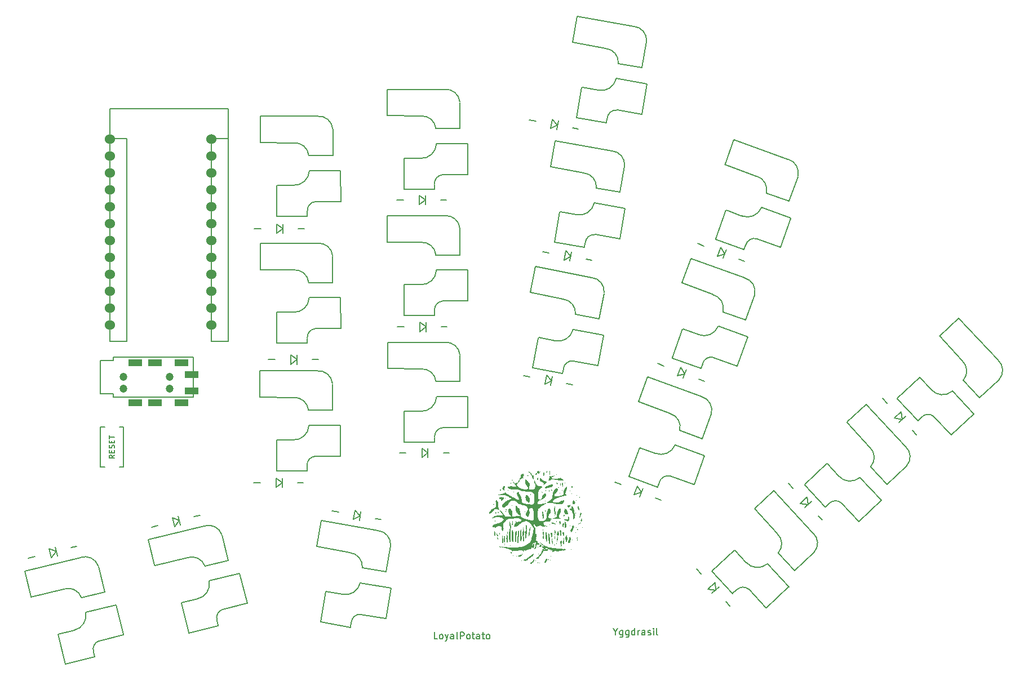
<source format=gbr>
%TF.GenerationSoftware,KiCad,Pcbnew,(6.0.2)*%
%TF.CreationDate,2022-03-03T13:29:24+00:00*%
%TF.ProjectId,yggdrasil,79676764-7261-4736-996c-2e6b69636164,1.0.0*%
%TF.SameCoordinates,Original*%
%TF.FileFunction,Legend,Top*%
%TF.FilePolarity,Positive*%
%FSLAX46Y46*%
G04 Gerber Fmt 4.6, Leading zero omitted, Abs format (unit mm)*
G04 Created by KiCad (PCBNEW (6.0.2)) date 2022-03-03 13:29:24*
%MOMM*%
%LPD*%
G01*
G04 APERTURE LIST*
%ADD10C,0.150000*%
%ADD11C,1.524000*%
%ADD12C,1.200000*%
%ADD13R,2.100000X1.000000*%
G04 APERTURE END LIST*
D10*
X177157225Y-128519527D02*
X177157225Y-128995717D01*
X176823892Y-127995717D02*
X177157225Y-128519527D01*
X177490558Y-127995717D01*
X178252463Y-128329051D02*
X178252463Y-129138575D01*
X178204844Y-129233813D01*
X178157225Y-129281432D01*
X178061987Y-129329051D01*
X177919130Y-129329051D01*
X177823892Y-129281432D01*
X178252463Y-128948098D02*
X178157225Y-128995717D01*
X177966749Y-128995717D01*
X177871511Y-128948098D01*
X177823892Y-128900479D01*
X177776273Y-128805241D01*
X177776273Y-128519527D01*
X177823892Y-128424289D01*
X177871511Y-128376670D01*
X177966749Y-128329051D01*
X178157225Y-128329051D01*
X178252463Y-128376670D01*
X179157225Y-128329051D02*
X179157225Y-129138575D01*
X179109606Y-129233813D01*
X179061987Y-129281432D01*
X178966749Y-129329051D01*
X178823892Y-129329051D01*
X178728654Y-129281432D01*
X179157225Y-128948098D02*
X179061987Y-128995717D01*
X178871511Y-128995717D01*
X178776273Y-128948098D01*
X178728654Y-128900479D01*
X178681035Y-128805241D01*
X178681035Y-128519527D01*
X178728654Y-128424289D01*
X178776273Y-128376670D01*
X178871511Y-128329051D01*
X179061987Y-128329051D01*
X179157225Y-128376670D01*
X180061987Y-128995717D02*
X180061987Y-127995717D01*
X180061987Y-128948098D02*
X179966749Y-128995717D01*
X179776273Y-128995717D01*
X179681035Y-128948098D01*
X179633415Y-128900479D01*
X179585796Y-128805241D01*
X179585796Y-128519527D01*
X179633415Y-128424289D01*
X179681035Y-128376670D01*
X179776273Y-128329051D01*
X179966749Y-128329051D01*
X180061987Y-128376670D01*
X180538177Y-128995717D02*
X180538177Y-128329051D01*
X180538177Y-128519527D02*
X180585796Y-128424289D01*
X180633415Y-128376670D01*
X180728654Y-128329051D01*
X180823892Y-128329051D01*
X181585796Y-128995717D02*
X181585796Y-128471908D01*
X181538177Y-128376670D01*
X181442939Y-128329051D01*
X181252463Y-128329051D01*
X181157225Y-128376670D01*
X181585796Y-128948098D02*
X181490558Y-128995717D01*
X181252463Y-128995717D01*
X181157225Y-128948098D01*
X181109606Y-128852860D01*
X181109606Y-128757622D01*
X181157225Y-128662384D01*
X181252463Y-128614765D01*
X181490558Y-128614765D01*
X181585796Y-128567146D01*
X182014368Y-128948098D02*
X182109606Y-128995717D01*
X182300082Y-128995717D01*
X182395320Y-128948098D01*
X182442939Y-128852860D01*
X182442939Y-128805241D01*
X182395320Y-128710003D01*
X182300082Y-128662384D01*
X182157225Y-128662384D01*
X182061987Y-128614765D01*
X182014368Y-128519527D01*
X182014368Y-128471908D01*
X182061987Y-128376670D01*
X182157225Y-128329051D01*
X182300082Y-128329051D01*
X182395320Y-128376670D01*
X182871511Y-128995717D02*
X182871511Y-128329051D01*
X182871511Y-127995717D02*
X182823892Y-128043337D01*
X182871511Y-128090956D01*
X182919130Y-128043337D01*
X182871511Y-127995717D01*
X182871511Y-128090956D01*
X183490558Y-128995717D02*
X183395320Y-128948098D01*
X183347701Y-128852860D01*
X183347701Y-127995717D01*
X150414363Y-129595716D02*
X149938172Y-129595716D01*
X149938172Y-128595716D01*
X150890553Y-129595716D02*
X150795315Y-129548097D01*
X150747696Y-129500478D01*
X150700077Y-129405240D01*
X150700077Y-129119526D01*
X150747696Y-129024288D01*
X150795315Y-128976669D01*
X150890553Y-128929050D01*
X151033410Y-128929050D01*
X151128649Y-128976669D01*
X151176268Y-129024288D01*
X151223887Y-129119526D01*
X151223887Y-129405240D01*
X151176268Y-129500478D01*
X151128649Y-129548097D01*
X151033410Y-129595716D01*
X150890553Y-129595716D01*
X151557220Y-128929050D02*
X151795315Y-129595716D01*
X152033410Y-128929050D02*
X151795315Y-129595716D01*
X151700077Y-129833812D01*
X151652458Y-129881431D01*
X151557220Y-129929050D01*
X152842934Y-129595716D02*
X152842934Y-129071907D01*
X152795315Y-128976669D01*
X152700077Y-128929050D01*
X152509601Y-128929050D01*
X152414363Y-128976669D01*
X152842934Y-129548097D02*
X152747696Y-129595716D01*
X152509601Y-129595716D01*
X152414363Y-129548097D01*
X152366744Y-129452859D01*
X152366744Y-129357621D01*
X152414363Y-129262383D01*
X152509601Y-129214764D01*
X152747696Y-129214764D01*
X152842934Y-129167145D01*
X153461982Y-129595716D02*
X153366744Y-129548097D01*
X153319125Y-129452859D01*
X153319125Y-128595716D01*
X153842934Y-129595716D02*
X153842934Y-128595716D01*
X154223887Y-128595716D01*
X154319125Y-128643336D01*
X154366744Y-128690955D01*
X154414363Y-128786193D01*
X154414363Y-128929050D01*
X154366744Y-129024288D01*
X154319125Y-129071907D01*
X154223887Y-129119526D01*
X153842934Y-129119526D01*
X154985791Y-129595716D02*
X154890553Y-129548097D01*
X154842934Y-129500478D01*
X154795315Y-129405240D01*
X154795315Y-129119526D01*
X154842934Y-129024288D01*
X154890553Y-128976669D01*
X154985791Y-128929050D01*
X155128649Y-128929050D01*
X155223887Y-128976669D01*
X155271506Y-129024288D01*
X155319125Y-129119526D01*
X155319125Y-129405240D01*
X155271506Y-129500478D01*
X155223887Y-129548097D01*
X155128649Y-129595716D01*
X154985791Y-129595716D01*
X155604839Y-128929050D02*
X155985791Y-128929050D01*
X155747696Y-128595716D02*
X155747696Y-129452859D01*
X155795315Y-129548097D01*
X155890553Y-129595716D01*
X155985791Y-129595716D01*
X156747696Y-129595716D02*
X156747696Y-129071907D01*
X156700077Y-128976669D01*
X156604839Y-128929050D01*
X156414363Y-128929050D01*
X156319125Y-128976669D01*
X156747696Y-129548097D02*
X156652458Y-129595716D01*
X156414363Y-129595716D01*
X156319125Y-129548097D01*
X156271506Y-129452859D01*
X156271506Y-129357621D01*
X156319125Y-129262383D01*
X156414363Y-129214764D01*
X156652458Y-129214764D01*
X156747696Y-129167145D01*
X157081030Y-128929050D02*
X157461982Y-128929050D01*
X157223887Y-128595716D02*
X157223887Y-129452859D01*
X157271506Y-129548097D01*
X157366744Y-129595716D01*
X157461982Y-129595716D01*
X157938172Y-129595716D02*
X157842934Y-129548097D01*
X157795315Y-129500478D01*
X157747696Y-129405240D01*
X157747696Y-129119526D01*
X157795315Y-129024288D01*
X157842934Y-128976669D01*
X157938172Y-128929050D01*
X158081030Y-128929050D01*
X158176268Y-128976669D01*
X158223887Y-129024288D01*
X158271506Y-129119526D01*
X158271506Y-129405240D01*
X158223887Y-129500478D01*
X158176268Y-129548097D01*
X158081030Y-129595716D01*
X157938172Y-129595716D01*
%TO.C,RSW1*%
X101877743Y-101938038D02*
X101496791Y-102204705D01*
X101877743Y-102395181D02*
X101077743Y-102395181D01*
X101077743Y-102090419D01*
X101115839Y-102014229D01*
X101153934Y-101976134D01*
X101230124Y-101938038D01*
X101344410Y-101938038D01*
X101420600Y-101976134D01*
X101458696Y-102014229D01*
X101496791Y-102090419D01*
X101496791Y-102395181D01*
X101458696Y-101595181D02*
X101458696Y-101328514D01*
X101877743Y-101214229D02*
X101877743Y-101595181D01*
X101077743Y-101595181D01*
X101077743Y-101214229D01*
X101839648Y-100909467D02*
X101877743Y-100795181D01*
X101877743Y-100604705D01*
X101839648Y-100528514D01*
X101801553Y-100490419D01*
X101725362Y-100452324D01*
X101649172Y-100452324D01*
X101572981Y-100490419D01*
X101534886Y-100528514D01*
X101496791Y-100604705D01*
X101458696Y-100757086D01*
X101420600Y-100833276D01*
X101382505Y-100871372D01*
X101306315Y-100909467D01*
X101230124Y-100909467D01*
X101153934Y-100871372D01*
X101115839Y-100833276D01*
X101077743Y-100757086D01*
X101077743Y-100566610D01*
X101115839Y-100452324D01*
X101458696Y-100109467D02*
X101458696Y-99842800D01*
X101877743Y-99728514D02*
X101877743Y-100109467D01*
X101077743Y-100109467D01*
X101077743Y-99728514D01*
X101077743Y-99499943D02*
X101077743Y-99042800D01*
X101877743Y-99271372D02*
X101077743Y-99271372D01*
%TO.C,SW14*%
X180630356Y-93901504D02*
X181966971Y-90229185D01*
X186099821Y-100437330D02*
X190516377Y-102044825D01*
X181966971Y-90229185D02*
X190071820Y-93179109D01*
X185378643Y-105123269D02*
X188925983Y-106414395D01*
X191541313Y-95793364D02*
X190192044Y-99500452D01*
X179199474Y-105215427D02*
X183475075Y-106771618D01*
X190188965Y-99508909D02*
X186796675Y-98274216D01*
X180614623Y-93944730D02*
X185344338Y-95715158D01*
X180757826Y-100860798D02*
X179184533Y-105183384D01*
X180789868Y-100845856D02*
X183186084Y-101718007D01*
X190507826Y-102068317D02*
X188958026Y-106399453D01*
X183727739Y-106092051D02*
X183488324Y-106749836D01*
X183117317Y-101687657D02*
G75*
G03*
X186086572Y-100459112I870355J2098900D01*
G01*
X191554919Y-95723824D02*
G75*
G03*
X190071820Y-93179109I-2013907J530808D01*
G01*
X185376933Y-105127967D02*
G75*
G03*
X183744839Y-106045065I-357498J-1274597D01*
G01*
X186800186Y-98249953D02*
G75*
G03*
X185319478Y-95710366I-2010148J529439D01*
G01*
%TO.C,D1*%
X127198559Y-67950364D02*
X126298559Y-68650364D01*
X123898559Y-67950364D02*
X122898559Y-67950364D01*
X127198559Y-68650364D02*
X127198559Y-67250364D01*
X126298559Y-68650364D02*
X126298559Y-67250364D01*
X126298559Y-67250364D02*
X127198559Y-67950364D01*
X130398559Y-67950364D02*
X129498559Y-67950364D01*
%TO.C,D16*%
X93292102Y-117132692D02*
X92953412Y-115774278D01*
X93122757Y-116453485D02*
X92418836Y-117350422D01*
X92080145Y-115992008D02*
X93122757Y-116453485D01*
X92418836Y-117350422D02*
X92080145Y-115992008D01*
X89920781Y-117251827D02*
X88950485Y-117493749D01*
X96227703Y-115679335D02*
X95354437Y-115897065D01*
%TO.C,SW10*%
X211110963Y-109169969D02*
X213685507Y-111930829D01*
X205563444Y-106446798D02*
X208666537Y-109774457D01*
X208928906Y-103274272D02*
X205564679Y-106411465D01*
X220837630Y-103654756D02*
X217952440Y-106345240D01*
X211974783Y-97015626D02*
X214832913Y-94350376D01*
X213880909Y-105322174D02*
X217086301Y-108759537D01*
X217068018Y-108776587D02*
X213720841Y-111932062D01*
X209200178Y-109283665D02*
X208688231Y-109761064D01*
X217945858Y-106351378D02*
X215483844Y-103711191D01*
X214832913Y-94350376D02*
X220715149Y-100658302D01*
X208964239Y-103275505D02*
X210703335Y-105140457D01*
X211941141Y-97046998D02*
X215351590Y-100771706D01*
X220881323Y-103598972D02*
G75*
G03*
X220715149Y-100658302I-1553422J1387248D01*
G01*
X215497987Y-103691166D02*
G75*
G03*
X215331615Y-100756150I-1550694J1384322D01*
G01*
X210655842Y-105082196D02*
G75*
G03*
X213859215Y-105335567I1728372J1475001D01*
G01*
X211107306Y-109173379D02*
G75*
G03*
X209236746Y-109249564I-897188J-973372D01*
G01*
%TO.C,SW15*%
X195297706Y-122268719D02*
X194785759Y-122746118D01*
X203165546Y-121761641D02*
X199818369Y-124917116D01*
X191660972Y-119431852D02*
X194764065Y-122759511D01*
X195026434Y-116259326D02*
X191662207Y-119396519D01*
X206935158Y-116639810D02*
X204049968Y-119330294D01*
X197208491Y-122155023D02*
X199783035Y-124915883D01*
X195061767Y-116260559D02*
X196800863Y-118125511D01*
X204043386Y-119336432D02*
X201581372Y-116696245D01*
X198072311Y-110000680D02*
X200930441Y-107335430D01*
X199978437Y-118307228D02*
X203183829Y-121744591D01*
X198038669Y-110032052D02*
X201449118Y-113756760D01*
X200930441Y-107335430D02*
X206812677Y-113643356D01*
X206978851Y-116584026D02*
G75*
G03*
X206812677Y-113643356I-1553422J1387248D01*
G01*
X196753370Y-118067250D02*
G75*
G03*
X199956743Y-118320621I1728372J1475001D01*
G01*
X197204834Y-122158433D02*
G75*
G03*
X195334274Y-122234618I-897188J-973372D01*
G01*
X201595515Y-116676220D02*
G75*
G03*
X201429143Y-113741204I-1550694J1384322D01*
G01*
%TO.C,D4*%
X196539294Y-72858638D02*
X195699071Y-72536107D01*
X192962471Y-70735824D02*
X193551836Y-71711861D01*
X193551836Y-71711861D02*
X192460756Y-72042836D01*
X192460756Y-72042836D02*
X192962471Y-70735824D01*
X193300979Y-72365367D02*
X193802694Y-71058355D01*
X190471021Y-70529247D02*
X189537440Y-70170879D01*
%TO.C,D3*%
X165189750Y-51788756D02*
X164204943Y-51615108D01*
X168318062Y-53051161D02*
X168561170Y-51672430D01*
X171591001Y-52917469D02*
X170704674Y-52761186D01*
X167674843Y-51516146D02*
X168439616Y-52361795D01*
X167431735Y-52894877D02*
X167674843Y-51516146D01*
X168439616Y-52361795D02*
X167431735Y-52894877D01*
%TO.C,D2*%
X147679339Y-62896960D02*
X148579339Y-63596960D01*
X148579339Y-63596960D02*
X147679339Y-64296960D01*
X145279339Y-63596960D02*
X144279339Y-63596960D01*
X151779339Y-63596960D02*
X150879339Y-63596960D01*
X148579339Y-64296960D02*
X148579339Y-62896960D01*
X147679339Y-64296960D02*
X147679339Y-62896960D01*
%TO.C,D14*%
X180443341Y-106606862D02*
X181032706Y-107582899D01*
X180781849Y-108236405D02*
X181283564Y-106929393D01*
X181032706Y-107582899D02*
X179941626Y-107913874D01*
X179941626Y-107913874D02*
X180443341Y-106606862D01*
X184020164Y-108729676D02*
X183179941Y-108407145D01*
X177951891Y-106400285D02*
X177018310Y-106041917D01*
%TO.C,SW3*%
X170734750Y-39921349D02*
X175700042Y-40843574D01*
X172105700Y-46687201D02*
X174616960Y-47130004D01*
X170742738Y-39876048D02*
X171421355Y-36027419D01*
X181816451Y-39844499D02*
X181131409Y-43729566D01*
X181129846Y-43738429D02*
X177574690Y-43111559D01*
X171298236Y-51266557D02*
X175779112Y-52056656D01*
X172076740Y-46707480D02*
X171277958Y-51237596D01*
X175909931Y-51343539D02*
X175788377Y-52032904D01*
X181888299Y-46203584D02*
X181114138Y-50738040D01*
X177264044Y-45362817D02*
X181892640Y-46178964D01*
X177367527Y-50102798D02*
X181085176Y-50758320D01*
X171421355Y-36027419D02*
X179915322Y-37525135D01*
X181817773Y-39773652D02*
G75*
G03*
X179915322Y-37525135I-2075484J173033D01*
G01*
X174543968Y-47112056D02*
G75*
G03*
X177254779Y-45386569I492662J2218149D01*
G01*
X177573935Y-43087054D02*
G75*
G03*
X175674727Y-40843172I-2071545J172337D01*
G01*
X177366659Y-50107722D02*
G75*
G03*
X175918612Y-51294297I-130736J-1317311D01*
G01*
%TO.C,SW6*%
X123768720Y-74027944D02*
X123768720Y-70119944D01*
X123768720Y-74073944D02*
X128818720Y-74119944D01*
X134668720Y-72073944D02*
X134668720Y-76018944D01*
X123768720Y-70119944D02*
X132393720Y-70119944D01*
X126293720Y-85148944D02*
X130843720Y-85148944D01*
X126293720Y-80498944D02*
X128843720Y-80498944D01*
X130848720Y-84423944D02*
X130848720Y-85123944D01*
X135843720Y-78323944D02*
X135868720Y-82923943D01*
X134668720Y-76027944D02*
X131058720Y-76027944D01*
X132068720Y-82948944D02*
X135843720Y-82948944D01*
X126268721Y-80523944D02*
X126268721Y-85123944D01*
X131143720Y-78298944D02*
X135843720Y-78298944D01*
X128768720Y-80493944D02*
G75*
G03*
X131138720Y-78323944I100000J2270000D01*
G01*
X131053721Y-76003943D02*
G75*
G03*
X128793720Y-74123944I-2070000J-190001D01*
G01*
X132068720Y-82953944D02*
G75*
G03*
X130848719Y-84373943I99999J-1320000D01*
G01*
X134657720Y-72003944D02*
G75*
G03*
X132393720Y-70119944I-2074000J-190000D01*
G01*
%TO.C,D17*%
X110570250Y-111331991D02*
X111612862Y-111793468D01*
X114717808Y-111019318D02*
X113844542Y-111237048D01*
X111782207Y-112472675D02*
X111443517Y-111114261D01*
X110908941Y-112690405D02*
X110570250Y-111331991D01*
X111612862Y-111793468D02*
X110908941Y-112690405D01*
X108410886Y-112591810D02*
X107440590Y-112833732D01*
%TO.C,D5*%
X219696091Y-97074305D02*
X220719986Y-96119507D01*
X220208038Y-96596906D02*
X219082292Y-96416086D01*
X222390433Y-98937238D02*
X221776634Y-98279019D01*
X220106187Y-95461289D02*
X220208038Y-96596906D01*
X219082292Y-96416086D02*
X220106187Y-95461289D01*
X217957444Y-94183439D02*
X217275445Y-93452085D01*
%TO.C,SW16*%
X99581420Y-129875334D02*
X103244286Y-128962079D01*
X97558959Y-125587237D02*
X102119349Y-124450204D01*
X98754494Y-131601665D02*
X98923839Y-132280872D01*
X100429847Y-122530921D02*
X96927079Y-123404259D01*
X94510190Y-133407084D02*
X98925036Y-132306339D01*
X102125397Y-124474461D02*
X103262495Y-128931773D01*
X88424349Y-119435362D02*
X96793150Y-117348786D01*
X93385253Y-128895209D02*
X95859507Y-128278308D01*
X99473288Y-118694371D02*
X100427670Y-122522188D01*
X89380908Y-123271911D02*
X94292030Y-122094839D01*
X89369780Y-123227278D02*
X88424349Y-119435362D01*
X93367045Y-128925514D02*
X94479885Y-133388874D01*
X95785525Y-128291601D02*
G75*
G03*
X97560156Y-125612704I-452133J2226764D01*
G01*
X99582629Y-129880185D02*
G75*
G03*
X98742396Y-131553150I416366J-1256599D01*
G01*
X96916422Y-123382180D02*
G75*
G03*
X94268740Y-122104769I-1962546J-685135D01*
G01*
X99445680Y-118629112D02*
G75*
G03*
X96793150Y-117348786I-1966428J-686102D01*
G01*
%TO.C,U1*%
X119008253Y-49874041D02*
X101228253Y-49874041D01*
X103768253Y-84854041D02*
X103768253Y-54374041D01*
X103768253Y-54374041D02*
X101228253Y-54374041D01*
X101228253Y-49874041D02*
X101228253Y-84854041D01*
X116468253Y-84854041D02*
X119008253Y-84854041D01*
X101228253Y-84854041D02*
X103768253Y-84854041D01*
X119008253Y-84854041D02*
X119008253Y-49874041D01*
X119008253Y-84854041D02*
X119008253Y-54374041D01*
X116468253Y-54374041D02*
X116468253Y-84854041D01*
X101228253Y-54374041D02*
X101228253Y-84854041D01*
X119008253Y-54374041D02*
X116468253Y-54374041D01*
%TO.C,G\u002A\u002A\u002A*%
G36*
X171450122Y-114379161D02*
G01*
X171450522Y-114417432D01*
X171449341Y-114432555D01*
X171440832Y-114481801D01*
X171421693Y-114504597D01*
X171401146Y-114510270D01*
X171362387Y-114504054D01*
X171348074Y-114488186D01*
X171339549Y-114430438D01*
X171359108Y-114387147D01*
X171402443Y-114366897D01*
X171436466Y-114365634D01*
X171450122Y-114379161D01*
G37*
G36*
X171426050Y-112995285D02*
G01*
X171456315Y-113030823D01*
X171485735Y-113081050D01*
X171507660Y-113132267D01*
X171515436Y-113170775D01*
X171514308Y-113177049D01*
X171491485Y-113199371D01*
X171457523Y-113196625D01*
X171425811Y-113172131D01*
X171414835Y-113152379D01*
X171401968Y-113099128D01*
X171396541Y-113038122D01*
X171396540Y-113037527D01*
X171398551Y-112995118D01*
X171407568Y-112983736D01*
X171426050Y-112995285D01*
G37*
G36*
X168404794Y-114889402D02*
G01*
X168405101Y-114889895D01*
X168410941Y-114927949D01*
X168398246Y-114972955D01*
X168373416Y-115004874D01*
X168367372Y-115007996D01*
X168336627Y-115002273D01*
X168319652Y-114981927D01*
X168311246Y-114941096D01*
X168323226Y-114903169D01*
X168347923Y-114876404D01*
X168377668Y-114869062D01*
X168404794Y-114889402D01*
G37*
G36*
X166629946Y-108800377D02*
G01*
X166640832Y-108823307D01*
X166631086Y-108849495D01*
X166603304Y-108881846D01*
X166575967Y-108878576D01*
X166564925Y-108865315D01*
X166565887Y-108837831D01*
X166587889Y-108810550D01*
X166617034Y-108797354D01*
X166629946Y-108800377D01*
G37*
G36*
X160739798Y-110371883D02*
G01*
X160751040Y-110443019D01*
X160743586Y-110497148D01*
X160721174Y-110529332D01*
X160687544Y-110534629D01*
X160646434Y-110508101D01*
X160641028Y-110502382D01*
X160615111Y-110462172D01*
X160616280Y-110421557D01*
X160645872Y-110371230D01*
X160662934Y-110349907D01*
X160715886Y-110286478D01*
X160739798Y-110371883D01*
G37*
G36*
X167108353Y-117598797D02*
G01*
X167135026Y-117629581D01*
X167138194Y-117645832D01*
X167131075Y-117672054D01*
X167102998Y-117682656D01*
X167072537Y-117683955D01*
X167026862Y-117679478D01*
X167008631Y-117662700D01*
X167006880Y-117648733D01*
X167018454Y-117609068D01*
X167030329Y-117594616D01*
X167067981Y-117584543D01*
X167108353Y-117598797D01*
G37*
G36*
X168329578Y-104856890D02*
G01*
X168338785Y-104868088D01*
X168322944Y-104889211D01*
X168286699Y-104905321D01*
X168260651Y-104908918D01*
X168248091Y-104895342D01*
X168249585Y-104885469D01*
X168268811Y-104866545D01*
X168300981Y-104855946D01*
X168329578Y-104856890D01*
G37*
G36*
X162269754Y-113408624D02*
G01*
X162276955Y-113415218D01*
X162290279Y-113434668D01*
X162298842Y-113465450D01*
X162303353Y-113514415D01*
X162304520Y-113588416D01*
X162303493Y-113671811D01*
X162299940Y-113767427D01*
X162293478Y-113855891D01*
X162285063Y-113926695D01*
X162276704Y-113966352D01*
X162268883Y-114008635D01*
X162261458Y-114084332D01*
X162254684Y-114189338D01*
X162248817Y-114319549D01*
X162244113Y-114470860D01*
X162243385Y-114501122D01*
X162239874Y-114645897D01*
X162236548Y-114757741D01*
X162232968Y-114841235D01*
X162228696Y-114900959D01*
X162223292Y-114941495D01*
X162216319Y-114967426D01*
X162207337Y-114983331D01*
X162196241Y-114993551D01*
X162146122Y-115017970D01*
X162110068Y-115008627D01*
X162096062Y-114987315D01*
X162093016Y-114961637D01*
X162090212Y-114902796D01*
X162087727Y-114815148D01*
X162085642Y-114703048D01*
X162084037Y-114570852D01*
X162082991Y-114422914D01*
X162082584Y-114263592D01*
X162082581Y-114249631D01*
X162082581Y-113544776D01*
X162129479Y-113475785D01*
X162180485Y-113416185D01*
X162227213Y-113393810D01*
X162269754Y-113408624D01*
G37*
G36*
X161679624Y-105696576D02*
G01*
X161695127Y-105721886D01*
X161689464Y-105744820D01*
X161665001Y-105753083D01*
X161628777Y-105747187D01*
X161616727Y-105740577D01*
X161602602Y-105708621D01*
X161618548Y-105685088D01*
X161646237Y-105681431D01*
X161679624Y-105696576D01*
G37*
G36*
X161716134Y-113203466D02*
G01*
X161742084Y-113249417D01*
X161761186Y-113325196D01*
X161773965Y-113433074D01*
X161780946Y-113575321D01*
X161781788Y-113613201D01*
X161783668Y-113704653D01*
X161786471Y-113824794D01*
X161789973Y-113964811D01*
X161793951Y-114115893D01*
X161798179Y-114269226D01*
X161800886Y-114363571D01*
X161805101Y-114516842D01*
X161807667Y-114637400D01*
X161808455Y-114730021D01*
X161807340Y-114799477D01*
X161804194Y-114850544D01*
X161798890Y-114887997D01*
X161791302Y-114916609D01*
X161785803Y-114931037D01*
X161753031Y-114984381D01*
X161716999Y-115001265D01*
X161680903Y-114981463D01*
X161654768Y-114940417D01*
X161635541Y-114886940D01*
X161618789Y-114811791D01*
X161604197Y-114712088D01*
X161591447Y-114584948D01*
X161580222Y-114427489D01*
X161570206Y-114236829D01*
X161565597Y-114129242D01*
X161558578Y-113884990D01*
X161558677Y-113677441D01*
X161565911Y-113506459D01*
X161580296Y-113371907D01*
X161601849Y-113273649D01*
X161630588Y-113211548D01*
X161666530Y-113185467D01*
X161682810Y-113185073D01*
X161716134Y-113203466D01*
G37*
G36*
X160936262Y-113518706D02*
G01*
X160957688Y-113570207D01*
X160974147Y-113651130D01*
X160978946Y-113690149D01*
X160984222Y-113756560D01*
X160981550Y-113796498D01*
X160969256Y-113820483D01*
X160956404Y-113831708D01*
X160920249Y-113853691D01*
X160895511Y-113850891D01*
X160876363Y-113834560D01*
X160861344Y-113800733D01*
X160854966Y-113745401D01*
X160856167Y-113678713D01*
X160863884Y-113610815D01*
X160877056Y-113551856D01*
X160894621Y-113511984D01*
X160911304Y-113500646D01*
X160936262Y-113518706D01*
G37*
G36*
X170358748Y-107301768D02*
G01*
X170361468Y-107322614D01*
X170343694Y-107354431D01*
X170315916Y-107362026D01*
X170302642Y-107354262D01*
X170289353Y-107322077D01*
X170306142Y-107296776D01*
X170328639Y-107291340D01*
X170358748Y-107301768D01*
G37*
G36*
X163066976Y-117809241D02*
G01*
X163100594Y-117839375D01*
X163126967Y-117874820D01*
X163135516Y-117903485D01*
X163133956Y-117907677D01*
X163105471Y-117924152D01*
X163060057Y-117927879D01*
X163014747Y-117919927D01*
X162986577Y-117901366D01*
X162985099Y-117898327D01*
X162984180Y-117858867D01*
X163001892Y-117819675D01*
X163029764Y-117797461D01*
X163036692Y-117796510D01*
X163066976Y-117809241D01*
G37*
G36*
X165524363Y-115821495D02*
G01*
X165524900Y-115825684D01*
X165511264Y-115851090D01*
X165506141Y-115854930D01*
X165490081Y-115850677D01*
X165487382Y-115837277D01*
X165497176Y-115811611D01*
X165506141Y-115808031D01*
X165524363Y-115821495D01*
G37*
G36*
X167144118Y-113694051D02*
G01*
X167175083Y-113732408D01*
X167188051Y-113753896D01*
X167203498Y-113788317D01*
X167217570Y-113835061D01*
X167231211Y-113899211D01*
X167245368Y-113985848D01*
X167260986Y-114100057D01*
X167277630Y-114235282D01*
X167292288Y-114367917D01*
X167304892Y-114500281D01*
X167314745Y-114623509D01*
X167321151Y-114728736D01*
X167323412Y-114807098D01*
X167323339Y-114816818D01*
X167322450Y-114918055D01*
X167322508Y-115027337D01*
X167323483Y-115123963D01*
X167323786Y-115139990D01*
X167323503Y-115222295D01*
X167317552Y-115276203D01*
X167304553Y-115310591D01*
X167295294Y-115322892D01*
X167261269Y-115352889D01*
X167235590Y-115351871D01*
X167217723Y-115334361D01*
X167206964Y-115306126D01*
X167194186Y-115250504D01*
X167181512Y-115177396D01*
X167176494Y-115142079D01*
X167164422Y-115050876D01*
X167152345Y-114959507D01*
X167142452Y-114884543D01*
X167140546Y-114870070D01*
X167126692Y-114798935D01*
X167106595Y-114733113D01*
X167095061Y-114706858D01*
X167083088Y-114678702D01*
X167074550Y-114642286D01*
X167068971Y-114591507D01*
X167065873Y-114520261D01*
X167064779Y-114422443D01*
X167065019Y-114322294D01*
X167067223Y-114130679D01*
X167071507Y-113975018D01*
X167078000Y-113853797D01*
X167086827Y-113765504D01*
X167098117Y-113708625D01*
X167111997Y-113681647D01*
X167119069Y-113678859D01*
X167144118Y-113694051D01*
G37*
G36*
X165793339Y-118121747D02*
G01*
X165802904Y-118148437D01*
X165800424Y-118179709D01*
X165773817Y-118190038D01*
X165760107Y-118190454D01*
X165718589Y-118179900D01*
X165699791Y-118160422D01*
X165703130Y-118127301D01*
X165732111Y-118104743D01*
X165768770Y-118101563D01*
X165793339Y-118121747D01*
G37*
G36*
X171445686Y-114610467D02*
G01*
X171466997Y-114621640D01*
X171479224Y-114650829D01*
X171485650Y-114706936D01*
X171486467Y-114721014D01*
X171486088Y-114771793D01*
X171481120Y-114825023D01*
X171473247Y-114871917D01*
X171464149Y-114903686D01*
X171455508Y-114911543D01*
X171451662Y-114902899D01*
X171444997Y-114874760D01*
X171434774Y-114850158D01*
X171413756Y-114808085D01*
X171409823Y-114800654D01*
X171384576Y-114734526D01*
X171379508Y-114675559D01*
X171393155Y-114631519D01*
X171424052Y-114610172D01*
X171445686Y-114610467D01*
G37*
G36*
X165516611Y-105329252D02*
G01*
X165540382Y-105385938D01*
X165556425Y-105470761D01*
X165559590Y-105537989D01*
X165547141Y-105589776D01*
X165525809Y-105629678D01*
X165484221Y-105680819D01*
X165446385Y-105695373D01*
X165413952Y-105673346D01*
X165392951Y-105629224D01*
X165380085Y-105540667D01*
X165391759Y-105442253D01*
X165422743Y-105357170D01*
X165455526Y-105312943D01*
X165487571Y-105304279D01*
X165516611Y-105329252D01*
G37*
G36*
X168055810Y-115432648D02*
G01*
X168057397Y-115448961D01*
X168045147Y-115489970D01*
X168016123Y-115517824D01*
X167981914Y-115525930D01*
X167954117Y-115507716D01*
X167949629Y-115470412D01*
X167966769Y-115429645D01*
X167994146Y-115406380D01*
X168034952Y-115404157D01*
X168055810Y-115432648D01*
G37*
G36*
X171995464Y-110550600D02*
G01*
X172011684Y-110588103D01*
X172023644Y-110659408D01*
X172025591Y-110676675D01*
X172031111Y-110748207D01*
X172027593Y-110796957D01*
X172013067Y-110836989D01*
X171999898Y-110860019D01*
X171975552Y-110908072D01*
X171946256Y-110978391D01*
X171917653Y-111057248D01*
X171912795Y-111071964D01*
X171869492Y-111196345D01*
X171831689Y-111284881D01*
X171798694Y-111338732D01*
X171769816Y-111359059D01*
X171747103Y-111349978D01*
X171738277Y-111318684D01*
X171740108Y-111258787D01*
X171750913Y-111177114D01*
X171769006Y-111080493D01*
X171792705Y-110975750D01*
X171820326Y-110869712D01*
X171850182Y-110769208D01*
X171880592Y-110681065D01*
X171909870Y-110612109D01*
X171936333Y-110569168D01*
X171940848Y-110564564D01*
X171972635Y-110543789D01*
X171995464Y-110550600D01*
G37*
G36*
X163795077Y-107977873D02*
G01*
X163915214Y-108018072D01*
X164024949Y-108093426D01*
X164124786Y-108204376D01*
X164208799Y-108339153D01*
X164252994Y-108436090D01*
X164276148Y-108527886D01*
X164279719Y-108626727D01*
X164265164Y-108744792D01*
X164260413Y-108770702D01*
X164245956Y-108856352D01*
X164234955Y-108940017D01*
X164229447Y-109005794D01*
X164229195Y-109014572D01*
X164225757Y-109093340D01*
X164215416Y-109137285D01*
X164193717Y-109149019D01*
X164156207Y-109131158D01*
X164101974Y-109089245D01*
X163832489Y-108874113D01*
X163788202Y-108839960D01*
X163738078Y-108781245D01*
X163695807Y-108690727D01*
X163663042Y-108573604D01*
X163641433Y-108435077D01*
X163635280Y-108358564D01*
X163631744Y-108219579D01*
X163639590Y-108114209D01*
X163659845Y-108040006D01*
X163693536Y-107994523D01*
X163741691Y-107975314D01*
X163795077Y-107977873D01*
G37*
G36*
X166907802Y-117551985D02*
G01*
X166930375Y-117582705D01*
X166925779Y-117627785D01*
X166895017Y-117673838D01*
X166871281Y-117712380D01*
X166846285Y-117773554D01*
X166828030Y-117834501D01*
X166806617Y-117906335D01*
X166781418Y-117970394D01*
X166761681Y-118006792D01*
X166736707Y-118047159D01*
X166725533Y-118075680D01*
X166725491Y-118076657D01*
X166709314Y-118098201D01*
X166667709Y-118124846D01*
X166611071Y-118150528D01*
X166581067Y-118160898D01*
X166535076Y-118159408D01*
X166501340Y-118135136D01*
X166467911Y-118080084D01*
X166470741Y-118021772D01*
X166509566Y-117965526D01*
X166509760Y-117965343D01*
X166541529Y-117931029D01*
X166556489Y-117906072D01*
X166556658Y-117904486D01*
X166566548Y-117880629D01*
X166591893Y-117837699D01*
X166612936Y-117805890D01*
X166644721Y-117756605D01*
X166665126Y-117719038D01*
X166669213Y-117706554D01*
X166683054Y-117672978D01*
X166717742Y-117629577D01*
X166763029Y-117587517D01*
X166803122Y-117560678D01*
X166863553Y-117542388D01*
X166907802Y-117551985D01*
G37*
G36*
X169009237Y-115669074D02*
G01*
X169011392Y-115708391D01*
X169010766Y-115715471D01*
X168998643Y-115762192D01*
X168978102Y-115784788D01*
X168956073Y-115778515D01*
X168945484Y-115760144D01*
X168945476Y-115714972D01*
X168971025Y-115674932D01*
X168993347Y-115661755D01*
X169009237Y-115669074D01*
G37*
G36*
X162971853Y-113122184D02*
G01*
X162981127Y-113139531D01*
X162985396Y-113168826D01*
X162991021Y-113230264D01*
X162997703Y-113318506D01*
X163005142Y-113428213D01*
X163013039Y-113554046D01*
X163021094Y-113690665D01*
X163029007Y-113832732D01*
X163036477Y-113974908D01*
X163043206Y-114111854D01*
X163048894Y-114238230D01*
X163053240Y-114348698D01*
X163055945Y-114437919D01*
X163056705Y-114485506D01*
X163054315Y-114611023D01*
X163044729Y-114710487D01*
X163026798Y-114794871D01*
X163023015Y-114807916D01*
X162995273Y-114884617D01*
X162967535Y-114925974D01*
X162937296Y-114934080D01*
X162902053Y-114911024D01*
X162900898Y-114909879D01*
X162878259Y-114869500D01*
X162858067Y-114801857D01*
X162841919Y-114717193D01*
X162831408Y-114625751D01*
X162828131Y-114537776D01*
X162832547Y-114471008D01*
X162836365Y-114427892D01*
X162840614Y-114352781D01*
X162845082Y-114251195D01*
X162849556Y-114128652D01*
X162853826Y-113990671D01*
X162857677Y-113842770D01*
X162859054Y-113782034D01*
X162863279Y-113603593D01*
X162867727Y-113459169D01*
X162872842Y-113345264D01*
X162879070Y-113258378D01*
X162886854Y-113195011D01*
X162896640Y-113151663D01*
X162908873Y-113124836D01*
X162923998Y-113111029D01*
X162942460Y-113106743D01*
X162944902Y-113106702D01*
X162971853Y-113122184D01*
G37*
G36*
X161041726Y-107194885D02*
G01*
X161053772Y-107232949D01*
X161054038Y-107277624D01*
X161050823Y-107291340D01*
X161026718Y-107321424D01*
X160991940Y-107326908D01*
X160962819Y-107306599D01*
X160958609Y-107298077D01*
X160959731Y-107263455D01*
X160977165Y-107221575D01*
X161002455Y-107188384D01*
X161021853Y-107178785D01*
X161041726Y-107194885D01*
G37*
G36*
X166816113Y-115161588D02*
G01*
X166819287Y-115170218D01*
X166804093Y-115186860D01*
X166791148Y-115188977D01*
X166766184Y-115178847D01*
X166763010Y-115170218D01*
X166778204Y-115153575D01*
X166791148Y-115151458D01*
X166816113Y-115161588D01*
G37*
G36*
X166789607Y-113584662D02*
G01*
X166808784Y-113617891D01*
X166818773Y-113658480D01*
X166829323Y-113729427D01*
X166840010Y-113824215D01*
X166850409Y-113936327D01*
X166860097Y-114059242D01*
X166868649Y-114186443D01*
X166875640Y-114311412D01*
X166880647Y-114427631D01*
X166883245Y-114528581D01*
X166883009Y-114607743D01*
X166879515Y-114658600D01*
X166877224Y-114669213D01*
X166863807Y-114722784D01*
X166858939Y-114766894D01*
X166856506Y-114840243D01*
X166846132Y-114910200D01*
X166830149Y-114969924D01*
X166810891Y-115012573D01*
X166790689Y-115031306D01*
X166772527Y-115020366D01*
X166767144Y-114989716D01*
X166770068Y-114940406D01*
X166771589Y-114930349D01*
X166773273Y-114871435D01*
X166757377Y-114802302D01*
X166736245Y-114745399D01*
X166714195Y-114682924D01*
X166697386Y-114613172D01*
X166684207Y-114527092D01*
X166673045Y-114415631D01*
X166669413Y-114370214D01*
X166660312Y-114257134D01*
X166650120Y-114140332D01*
X166640073Y-114033433D01*
X166631402Y-113950064D01*
X166631253Y-113948741D01*
X166619674Y-113836661D01*
X166614564Y-113754654D01*
X166616340Y-113695766D01*
X166625419Y-113653042D01*
X166642218Y-113619530D01*
X166651816Y-113606352D01*
X166700310Y-113564580D01*
X166748342Y-113557505D01*
X166789607Y-113584662D01*
G37*
G36*
X166163602Y-107476215D02*
G01*
X166202479Y-107515809D01*
X166230285Y-107566156D01*
X166237751Y-107603397D01*
X166228224Y-107639359D01*
X166202111Y-107644247D01*
X166163115Y-107618550D01*
X166136243Y-107590049D01*
X166100260Y-107536167D01*
X166088497Y-107492595D01*
X166101562Y-107465698D01*
X166123834Y-107460173D01*
X166163602Y-107476215D01*
G37*
G36*
X167617211Y-112063385D02*
G01*
X167687745Y-112082860D01*
X167774620Y-112111423D01*
X167868912Y-112145888D01*
X167961700Y-112183067D01*
X168044061Y-112219774D01*
X168079649Y-112237534D01*
X168148120Y-112276002D01*
X168187945Y-112305759D01*
X168205285Y-112332096D01*
X168207470Y-112347270D01*
X168192463Y-112389191D01*
X168152118Y-112409327D01*
X168093447Y-112404894D01*
X168076156Y-112399409D01*
X168044060Y-112380230D01*
X168002605Y-112346790D01*
X167997201Y-112341842D01*
X167972297Y-112320426D01*
X167947520Y-112307221D01*
X167914113Y-112300876D01*
X167863319Y-112300037D01*
X167786380Y-112303353D01*
X167757935Y-112304899D01*
X167670697Y-112309989D01*
X167613741Y-112310128D01*
X167579832Y-112299941D01*
X167561735Y-112274055D01*
X167552216Y-112227093D01*
X167544040Y-112153683D01*
X167543088Y-112145291D01*
X167538507Y-112091509D01*
X167543068Y-112065177D01*
X167559874Y-112056715D01*
X167571938Y-112056185D01*
X167617211Y-112063385D01*
G37*
G36*
X163295087Y-112770403D02*
G01*
X163308209Y-112804220D01*
X163306004Y-112848505D01*
X163288453Y-112870092D01*
X163261871Y-112861970D01*
X163258785Y-112859080D01*
X163240826Y-112823366D01*
X163236274Y-112792047D01*
X163246811Y-112759634D01*
X163270417Y-112753096D01*
X163295087Y-112770403D01*
G37*
G36*
X167995716Y-105027322D02*
G01*
X168001119Y-105039035D01*
X167986114Y-105057818D01*
X167946288Y-105090101D01*
X167889429Y-105130823D01*
X167823321Y-105174922D01*
X167755750Y-105217339D01*
X167694502Y-105253011D01*
X167647362Y-105276877D01*
X167624116Y-105284102D01*
X167586807Y-105297990D01*
X167574345Y-105336704D01*
X167588084Y-105395819D01*
X167589157Y-105398448D01*
X167631096Y-105465620D01*
X167687532Y-105498294D01*
X167759518Y-105496999D01*
X167776526Y-105492515D01*
X167833337Y-105480220D01*
X167876631Y-105485920D01*
X167903021Y-105497609D01*
X167952196Y-105516814D01*
X168019293Y-105535634D01*
X168058116Y-105543972D01*
X168106177Y-105551113D01*
X168152771Y-105552536D01*
X168206906Y-105547277D01*
X168277593Y-105534371D01*
X168373840Y-105512852D01*
X168395063Y-105507874D01*
X168500998Y-105482468D01*
X168609651Y-105455652D01*
X168707329Y-105430846D01*
X168772642Y-105413582D01*
X168915731Y-105374530D01*
X168990416Y-105421677D01*
X169054947Y-105456258D01*
X169122913Y-105483856D01*
X169138988Y-105488719D01*
X169219674Y-105526979D01*
X169286896Y-105589434D01*
X169329161Y-105665115D01*
X169331364Y-105672256D01*
X169340107Y-105714126D01*
X169336179Y-105744854D01*
X169315493Y-105765597D01*
X169273964Y-105777511D01*
X169207503Y-105781751D01*
X169112025Y-105779473D01*
X168983442Y-105771833D01*
X168980070Y-105771604D01*
X168766213Y-105755534D01*
X168582007Y-105738207D01*
X168419585Y-105718703D01*
X168271080Y-105696105D01*
X168160572Y-105675881D01*
X168052833Y-105657819D01*
X167929195Y-105641766D01*
X167811270Y-105630408D01*
X167776008Y-105628076D01*
X167579036Y-105617089D01*
X167379428Y-105702610D01*
X167278353Y-105743909D01*
X167189003Y-105776614D01*
X167116746Y-105799092D01*
X167066950Y-105809705D01*
X167044983Y-105806821D01*
X167044398Y-105804666D01*
X167051823Y-105784881D01*
X167071734Y-105739201D01*
X167100585Y-105675650D01*
X167117836Y-105638435D01*
X167152949Y-105556394D01*
X167182378Y-105475215D01*
X167201232Y-105408822D01*
X167204339Y-105392264D01*
X167216836Y-105327779D01*
X167236739Y-105246004D01*
X167258377Y-105169264D01*
X167299353Y-105035075D01*
X167352162Y-105097835D01*
X167392347Y-105138676D01*
X167431612Y-105155686D01*
X167482319Y-105157510D01*
X167622012Y-105139064D01*
X167764005Y-105097996D01*
X167838517Y-105066120D01*
X167910098Y-105035774D01*
X167964393Y-105022526D01*
X167995716Y-105027322D01*
G37*
G36*
X163930417Y-115368312D02*
G01*
X164053030Y-115290199D01*
X164149054Y-115217841D01*
X164165115Y-115203733D01*
X164279215Y-115087568D01*
X164372263Y-114967304D01*
X164438604Y-114850651D01*
X164456457Y-114806551D01*
X164473703Y-114746108D01*
X164493073Y-114660061D01*
X164512153Y-114560047D01*
X164528022Y-114461268D01*
X164548367Y-114335982D01*
X164570578Y-114236043D01*
X164597822Y-114149303D01*
X164629511Y-114071926D01*
X164675871Y-113962649D01*
X164707412Y-113870606D01*
X164728178Y-113780602D01*
X164742214Y-113677438D01*
X164746594Y-113631961D01*
X164755678Y-113548545D01*
X164767255Y-113466937D01*
X164778399Y-113406850D01*
X164791530Y-113340792D01*
X164805268Y-113258669D01*
X164813633Y-113200498D01*
X164824218Y-113123116D01*
X164835080Y-113048988D01*
X164841883Y-113006170D01*
X164846232Y-112953566D01*
X164832727Y-112917696D01*
X164806764Y-112889837D01*
X164766088Y-112830892D01*
X164746017Y-112765259D01*
X164733200Y-112703267D01*
X164714397Y-112652592D01*
X164683525Y-112601630D01*
X164634503Y-112538776D01*
X164615281Y-112515786D01*
X164568323Y-112456613D01*
X164527673Y-112399363D01*
X164506721Y-112364739D01*
X164453717Y-112290279D01*
X164434782Y-112271916D01*
X165431104Y-112271916D01*
X165438612Y-112308591D01*
X165455411Y-112318282D01*
X165472916Y-112296211D01*
X165473232Y-112295365D01*
X165475764Y-112258178D01*
X165461260Y-112230102D01*
X165448300Y-112225018D01*
X165435370Y-112241081D01*
X165431104Y-112271916D01*
X164434782Y-112271916D01*
X164369569Y-112208674D01*
X164259050Y-112123621D01*
X164126932Y-112038816D01*
X163987555Y-111962748D01*
X163934455Y-111936654D01*
X163892095Y-111919630D01*
X163850484Y-111910133D01*
X163799636Y-111906621D01*
X163729560Y-111907549D01*
X163649888Y-111910575D01*
X163521144Y-111919271D01*
X163414017Y-111936185D01*
X163317379Y-111965056D01*
X163220101Y-112009623D01*
X163111056Y-112073623D01*
X163053372Y-112110953D01*
X162930799Y-112196176D01*
X162791919Y-112299926D01*
X162646932Y-112414179D01*
X162506039Y-112530909D01*
X162387045Y-112635181D01*
X162260046Y-112750277D01*
X162142659Y-112750277D01*
X162051878Y-112745134D01*
X161992053Y-112726966D01*
X161957692Y-112691658D01*
X161943308Y-112635097D01*
X161941887Y-112599843D01*
X161959361Y-112473550D01*
X162009273Y-112346568D01*
X162087861Y-112228058D01*
X162100983Y-112212612D01*
X162152348Y-112148854D01*
X162178258Y-112098438D01*
X162181433Y-112049930D01*
X162164595Y-111991899D01*
X162157618Y-111974662D01*
X162134201Y-111902028D01*
X162130633Y-111847685D01*
X162146702Y-111817070D01*
X162163922Y-111812315D01*
X162186864Y-111822098D01*
X162207039Y-111855750D01*
X162228218Y-111919727D01*
X162229658Y-111924870D01*
X162248271Y-111986750D01*
X162264603Y-112020534D01*
X162285063Y-112034625D01*
X162315487Y-112037426D01*
X162365820Y-112032373D01*
X162441372Y-112018735D01*
X162533091Y-111998795D01*
X162631929Y-111974833D01*
X162728834Y-111949131D01*
X162814756Y-111923971D01*
X162880644Y-111901634D01*
X162914332Y-111886455D01*
X162974089Y-111833916D01*
X162998761Y-111768880D01*
X162990674Y-111692785D01*
X162962354Y-111633625D01*
X162909925Y-111584082D01*
X162827986Y-111539772D01*
X162776673Y-111519107D01*
X162741073Y-111507315D01*
X162702439Y-111498609D01*
X162654891Y-111492626D01*
X162592550Y-111489003D01*
X162509536Y-111487377D01*
X162399970Y-111487386D01*
X162279553Y-111488430D01*
X162003972Y-111493114D01*
X161762916Y-111501054D01*
X161553509Y-111512561D01*
X161372872Y-111527949D01*
X161218129Y-111547532D01*
X161086401Y-111571621D01*
X160974813Y-111600531D01*
X160880485Y-111634575D01*
X160861989Y-111642682D01*
X160807417Y-111669457D01*
X160764614Y-111697594D01*
X160725439Y-111734741D01*
X160681752Y-111788545D01*
X160629010Y-111861552D01*
X160565199Y-111949707D01*
X160493948Y-112044573D01*
X160426914Y-112130742D01*
X160401310Y-112162480D01*
X160291075Y-112296913D01*
X160291729Y-112509526D01*
X160294571Y-112614920D01*
X160301680Y-112725134D01*
X160311833Y-112823865D01*
X160318830Y-112870552D01*
X160331472Y-112946096D01*
X160336099Y-112998055D01*
X160331817Y-113039679D01*
X160317733Y-113084220D01*
X160301740Y-113123802D01*
X160274643Y-113199470D01*
X160252985Y-113278281D01*
X160245350Y-113317743D01*
X160231548Y-113377522D01*
X160212812Y-113405361D01*
X160206856Y-113406850D01*
X160185681Y-113389722D01*
X160159888Y-113343501D01*
X160131971Y-113275933D01*
X160104428Y-113194762D01*
X160079752Y-113107735D01*
X160060440Y-113022596D01*
X160048987Y-112947091D01*
X160046928Y-112910479D01*
X160035490Y-112822260D01*
X159998392Y-112756948D01*
X159930337Y-112705937D01*
X159916541Y-112698689D01*
X159855497Y-112673750D01*
X159788419Y-112660649D01*
X159700443Y-112656604D01*
X159691494Y-112656589D01*
X159553279Y-112661203D01*
X159440478Y-112674362D01*
X159356609Y-112695384D01*
X159305187Y-112723589D01*
X159296835Y-112733030D01*
X159240982Y-112803977D01*
X159191519Y-112845152D01*
X159141408Y-112861815D01*
X159123227Y-112862832D01*
X159074799Y-112857756D01*
X159043159Y-112845456D01*
X159042251Y-112844614D01*
X159015665Y-112833126D01*
X158962868Y-112820052D01*
X158894922Y-112808095D01*
X158889923Y-112807376D01*
X158782989Y-112788845D01*
X158710970Y-112766411D01*
X158671266Y-112736516D01*
X158661274Y-112695600D01*
X158678394Y-112640107D01*
X158717149Y-112571047D01*
X158784681Y-112472488D01*
X158844757Y-112406180D01*
X158901333Y-112368630D01*
X158958367Y-112356348D01*
X158960558Y-112356333D01*
X159027886Y-112348482D01*
X159093666Y-112329573D01*
X159094349Y-112329289D01*
X159135115Y-112314830D01*
X159203903Y-112293175D01*
X159292483Y-112266805D01*
X159392627Y-112238203D01*
X159438996Y-112225340D01*
X159614876Y-112173797D01*
X159759994Y-112123223D01*
X159880855Y-112070272D01*
X159983968Y-112011600D01*
X160075838Y-111943861D01*
X160162973Y-111863710D01*
X160183669Y-111842499D01*
X160243657Y-111777405D01*
X160293690Y-111718375D01*
X160327879Y-111672658D01*
X160339960Y-111650192D01*
X160337719Y-111588430D01*
X160302648Y-111527135D01*
X160239049Y-111472141D01*
X160188008Y-111444147D01*
X160067106Y-111398114D01*
X159915560Y-111355645D01*
X159740191Y-111318295D01*
X159547819Y-111287623D01*
X159449167Y-111275476D01*
X159341675Y-111263509D01*
X159263160Y-111256212D01*
X159205240Y-111254805D01*
X159159534Y-111260509D01*
X159117659Y-111274544D01*
X159071234Y-111298132D01*
X159011875Y-111332492D01*
X158996688Y-111341362D01*
X158956749Y-111360816D01*
X158895849Y-111386296D01*
X158824157Y-111414046D01*
X158751842Y-111440307D01*
X158689073Y-111461322D01*
X158646018Y-111473334D01*
X158635572Y-111474801D01*
X158607718Y-111466535D01*
X158602744Y-111457424D01*
X158609279Y-111424668D01*
X158631988Y-111389157D01*
X158675527Y-111345701D01*
X158744548Y-111289113D01*
X158774287Y-111266234D01*
X158850000Y-111210760D01*
X158908531Y-111174607D01*
X158960851Y-111152296D01*
X159017935Y-111138351D01*
X159037042Y-111135074D01*
X159108361Y-111120518D01*
X159172285Y-111102300D01*
X159204463Y-111089348D01*
X159272417Y-111065102D01*
X159372019Y-111046678D01*
X159504713Y-111033927D01*
X159671949Y-111026702D01*
X159831989Y-111024799D01*
X159967035Y-111023486D01*
X160068968Y-111019219D01*
X160142143Y-111010972D01*
X160190915Y-110997717D01*
X160219640Y-110978430D01*
X160232674Y-110952083D01*
X160234797Y-110929874D01*
X160223029Y-110902866D01*
X160190801Y-110854316D01*
X160142730Y-110790591D01*
X160083430Y-110718058D01*
X160068980Y-110701137D01*
X159957040Y-110568776D01*
X159868153Y-110458601D01*
X159802995Y-110371560D01*
X159762245Y-110308599D01*
X159746580Y-110270666D01*
X159752792Y-110258928D01*
X159789728Y-110264596D01*
X159847510Y-110287661D01*
X159916955Y-110323029D01*
X159988881Y-110365605D01*
X160054107Y-110410292D01*
X160103449Y-110451997D01*
X160106671Y-110455299D01*
X160141378Y-110497226D01*
X160189852Y-110563389D01*
X160246546Y-110645859D01*
X160305913Y-110736704D01*
X160327649Y-110771178D01*
X160421320Y-110914139D01*
X160506503Y-111025755D01*
X160588534Y-111109557D01*
X160672750Y-111169078D01*
X160764485Y-111207852D01*
X160869077Y-111229409D01*
X160991862Y-111237284D01*
X161032064Y-111237511D01*
X161149024Y-111233483D01*
X161258972Y-111223246D01*
X161353454Y-111208032D01*
X161424015Y-111189075D01*
X161451465Y-111176346D01*
X161467621Y-111156394D01*
X161463512Y-111126230D01*
X161437033Y-111082383D01*
X161386079Y-111021384D01*
X161308547Y-110939763D01*
X161307109Y-110938301D01*
X161228911Y-110854732D01*
X161175184Y-110786620D01*
X161140555Y-110726685D01*
X161128138Y-110695834D01*
X161111446Y-110633056D01*
X161095616Y-110548118D01*
X161081727Y-110450881D01*
X161070857Y-110351206D01*
X161064087Y-110258954D01*
X161062494Y-110183986D01*
X161066987Y-110136817D01*
X161098089Y-110087021D01*
X161159770Y-110051554D01*
X161247084Y-110032687D01*
X161299297Y-110030188D01*
X161379219Y-110038767D01*
X161439448Y-110068583D01*
X161489057Y-110125752D01*
X161518687Y-110178056D01*
X161549828Y-110233535D01*
X161579471Y-110276779D01*
X161592347Y-110290747D01*
X161611977Y-110321641D01*
X161631754Y-110375561D01*
X161642225Y-110417093D01*
X161652299Y-110481749D01*
X161652699Y-110543888D01*
X161642888Y-110618666D01*
X161633325Y-110668804D01*
X161618352Y-110752833D01*
X161612618Y-110821933D01*
X161615739Y-110893600D01*
X161626511Y-110979675D01*
X161642075Y-111072111D01*
X161661650Y-111134605D01*
X161691803Y-111171695D01*
X161739103Y-111187924D01*
X161810119Y-111187831D01*
X161910607Y-111176068D01*
X161987233Y-111167476D01*
X162091152Y-111158499D01*
X162212153Y-111149883D01*
X162340028Y-111142369D01*
X162435876Y-111137838D01*
X162580544Y-111131434D01*
X162690037Y-111124390D01*
X162766671Y-111114615D01*
X162812762Y-111100019D01*
X162830627Y-111078510D01*
X162822580Y-111047999D01*
X162790938Y-111006394D01*
X162738017Y-110951604D01*
X162691978Y-110906643D01*
X162611325Y-110830479D01*
X162522842Y-110750318D01*
X162439556Y-110677823D01*
X162395749Y-110641444D01*
X162331727Y-110586490D01*
X162276922Y-110533537D01*
X162239837Y-110491041D01*
X162231364Y-110477913D01*
X162201830Y-110403382D01*
X162174515Y-110303310D01*
X162151732Y-110189678D01*
X162135793Y-110074464D01*
X162129011Y-109969647D01*
X162128999Y-109947594D01*
X162128589Y-109863852D01*
X162125384Y-109784042D01*
X162120054Y-109724023D01*
X162119327Y-109719049D01*
X162114668Y-109666769D01*
X162126328Y-109632287D01*
X162161238Y-109597103D01*
X162166760Y-109592425D01*
X162207523Y-109561096D01*
X162237012Y-109543702D01*
X162242035Y-109542448D01*
X162276625Y-109557927D01*
X162323302Y-109600197D01*
X162376381Y-109663007D01*
X162430178Y-109740104D01*
X162447748Y-109768672D01*
X162493261Y-109840590D01*
X162531645Y-109887457D01*
X162571515Y-109918276D01*
X162608475Y-109936664D01*
X162661806Y-109964141D01*
X162691677Y-109996721D01*
X162710972Y-110048820D01*
X162711953Y-110052428D01*
X162735763Y-110124301D01*
X162766150Y-110196453D01*
X162771246Y-110206769D01*
X162790654Y-110256961D01*
X162812387Y-110332249D01*
X162833196Y-110420625D01*
X162844056Y-110475880D01*
X162860900Y-110565903D01*
X162877696Y-110649934D01*
X162892028Y-110716152D01*
X162898628Y-110743113D01*
X162908839Y-110793265D01*
X162920235Y-110868399D01*
X162931036Y-110956094D01*
X162935922Y-111003520D01*
X162945919Y-111088028D01*
X162958184Y-111161835D01*
X162970833Y-111214670D01*
X162977841Y-111232060D01*
X163003189Y-111254350D01*
X163056065Y-111287987D01*
X163129544Y-111329468D01*
X163216701Y-111375288D01*
X163310608Y-111421943D01*
X163404343Y-111465929D01*
X163490978Y-111503740D01*
X163563589Y-111531874D01*
X163583320Y-111538445D01*
X163773187Y-111597495D01*
X163932120Y-111645483D01*
X164064683Y-111683497D01*
X164175438Y-111712624D01*
X164268948Y-111733953D01*
X164349778Y-111748571D01*
X164422488Y-111757566D01*
X164491644Y-111762025D01*
X164524743Y-111762872D01*
X164697038Y-111765417D01*
X164763923Y-111700770D01*
X164830809Y-111636122D01*
X164830809Y-110973781D01*
X164830709Y-110797859D01*
X164830273Y-110655407D01*
X164829291Y-110542377D01*
X164827558Y-110454721D01*
X164824866Y-110388390D01*
X164821006Y-110339337D01*
X164815773Y-110303513D01*
X164808958Y-110276870D01*
X164800354Y-110255360D01*
X164793290Y-110241439D01*
X164768981Y-110183201D01*
X164756298Y-110127665D01*
X164755772Y-110117717D01*
X164738206Y-110026992D01*
X164687905Y-109951150D01*
X164612125Y-109897444D01*
X164521148Y-109868483D01*
X164433414Y-109873740D01*
X164342703Y-109913941D01*
X164315227Y-109932046D01*
X164259463Y-109982200D01*
X164221912Y-110045334D01*
X164199417Y-110129237D01*
X164188819Y-110241702D01*
X164188711Y-110244185D01*
X164188279Y-110317350D01*
X164196011Y-110364652D01*
X164213981Y-110397249D01*
X164218034Y-110401944D01*
X164253415Y-110466765D01*
X164264389Y-110548406D01*
X164250223Y-110634584D01*
X164234236Y-110674042D01*
X164210458Y-110735041D01*
X164188168Y-110814371D01*
X164174569Y-110881414D01*
X164160311Y-110956891D01*
X164143523Y-111025836D01*
X164129442Y-111069006D01*
X164096832Y-111129695D01*
X164054560Y-111186133D01*
X164010881Y-111229024D01*
X163974051Y-111249071D01*
X163969124Y-111249538D01*
X163927951Y-111233967D01*
X163891436Y-111197309D01*
X163874196Y-111154652D01*
X163874088Y-111151467D01*
X163862101Y-111125086D01*
X163830058Y-111079602D01*
X163783833Y-111023026D01*
X163760886Y-110997093D01*
X163706942Y-110936315D01*
X163674417Y-110894257D01*
X163658896Y-110862431D01*
X163655964Y-110832350D01*
X163659876Y-110802919D01*
X163683491Y-110714954D01*
X163724105Y-110609896D01*
X163776060Y-110500556D01*
X163833697Y-110399745D01*
X163846945Y-110379435D01*
X163893848Y-110309615D01*
X163941012Y-110239545D01*
X163972574Y-110192763D01*
X164008296Y-110128140D01*
X164020978Y-110067072D01*
X164010391Y-109999429D01*
X163976306Y-109915084D01*
X163965816Y-109893649D01*
X163925864Y-109816079D01*
X163889352Y-109755125D01*
X163850776Y-109707334D01*
X163804630Y-109669254D01*
X163745409Y-109637432D01*
X163667609Y-109608418D01*
X163565724Y-109578758D01*
X163434249Y-109545000D01*
X163393808Y-109534944D01*
X163312931Y-109512909D01*
X163211690Y-109482356D01*
X163097993Y-109445985D01*
X162979746Y-109406496D01*
X162864855Y-109366586D01*
X162761227Y-109328956D01*
X162676767Y-109296305D01*
X162619383Y-109271331D01*
X162614564Y-109268913D01*
X162581731Y-109247142D01*
X162528019Y-109206176D01*
X162460628Y-109151702D01*
X162386758Y-109089411D01*
X162380074Y-109083646D01*
X162280407Y-108998985D01*
X162200125Y-108936460D01*
X162131066Y-108892731D01*
X162065070Y-108864459D01*
X161993976Y-108848307D01*
X161909622Y-108840935D01*
X161803849Y-108839004D01*
X161782039Y-108838977D01*
X161681094Y-108839369D01*
X161608436Y-108841564D01*
X161554836Y-108847087D01*
X161511064Y-108857464D01*
X161467889Y-108874222D01*
X161416083Y-108898886D01*
X161414264Y-108899781D01*
X161345409Y-108940030D01*
X161274757Y-108991811D01*
X161209498Y-109048499D01*
X161156818Y-109103468D01*
X161123907Y-109150095D01*
X161116481Y-109174222D01*
X161108337Y-109203872D01*
X161086979Y-109255413D01*
X161057020Y-109317723D01*
X161056817Y-109318120D01*
X160992601Y-109415093D01*
X160901645Y-109513846D01*
X160791818Y-109608791D01*
X160670990Y-109694340D01*
X160547029Y-109764906D01*
X160427805Y-109814901D01*
X160324000Y-109838470D01*
X160262574Y-109839709D01*
X160218530Y-109831392D01*
X160209809Y-109826451D01*
X160191239Y-109794325D01*
X160173438Y-109735628D01*
X160158330Y-109661291D01*
X160147841Y-109582244D01*
X160143895Y-109509418D01*
X160146319Y-109465970D01*
X160159436Y-109409185D01*
X160185432Y-109353113D01*
X160227823Y-109293620D01*
X160290121Y-109226569D01*
X160375844Y-109147827D01*
X160488504Y-109053256D01*
X160516185Y-109030778D01*
X160623816Y-108944641D01*
X160709221Y-108879034D01*
X160778697Y-108830112D01*
X160838542Y-108794032D01*
X160895050Y-108766947D01*
X160954519Y-108745012D01*
X161013305Y-108727201D01*
X161087970Y-108701587D01*
X161171371Y-108666114D01*
X161256452Y-108624671D01*
X161336156Y-108581148D01*
X161403427Y-108539435D01*
X161451208Y-108503422D01*
X161472443Y-108476999D01*
X161472906Y-108473847D01*
X161459920Y-108445060D01*
X161419790Y-108408726D01*
X161350762Y-108363780D01*
X161251080Y-108309155D01*
X161118990Y-108243787D01*
X161009240Y-108192417D01*
X160844750Y-108118645D01*
X160705466Y-108061637D01*
X160583782Y-108019967D01*
X160472091Y-107992207D01*
X160362788Y-107976932D01*
X160248266Y-107972713D01*
X160120918Y-107978123D01*
X159973137Y-107991735D01*
X159951925Y-107994044D01*
X159804170Y-108009154D01*
X159689724Y-108017856D01*
X159604901Y-108019997D01*
X159546017Y-108015424D01*
X159509387Y-108003984D01*
X159491327Y-107985522D01*
X159488259Y-107974765D01*
X159491727Y-107947379D01*
X159513861Y-107924704D01*
X159559217Y-107904808D01*
X159632353Y-107885759D01*
X159737827Y-107865625D01*
X159751127Y-107863341D01*
X159926573Y-107829543D01*
X160092496Y-107790086D01*
X160243106Y-107746769D01*
X160372613Y-107701393D01*
X160475227Y-107655759D01*
X160534901Y-107619659D01*
X160580264Y-107590206D01*
X160615972Y-107573887D01*
X160622928Y-107572729D01*
X160646692Y-107584748D01*
X160690118Y-107616980D01*
X160745773Y-107663685D01*
X160776890Y-107691612D01*
X160876378Y-107772786D01*
X160989870Y-107849750D01*
X161063046Y-107891457D01*
X161147678Y-107937099D01*
X161248562Y-107994338D01*
X161350438Y-108054410D01*
X161407249Y-108089136D01*
X161518140Y-108157144D01*
X161608313Y-108209570D01*
X161688164Y-108251800D01*
X161768085Y-108289224D01*
X161858471Y-108327228D01*
X161894255Y-108341566D01*
X161958070Y-108367299D01*
X162009012Y-108389546D01*
X162055576Y-108412970D01*
X162106255Y-108442234D01*
X162169544Y-108482002D01*
X162253936Y-108536936D01*
X162273672Y-108549877D01*
X162389126Y-108619279D01*
X162482734Y-108660793D01*
X162557234Y-108674867D01*
X162615368Y-108661954D01*
X162659873Y-108622502D01*
X162665538Y-108614331D01*
X162684229Y-108569920D01*
X162682851Y-108518688D01*
X162659739Y-108454650D01*
X162613227Y-108371828D01*
X162586380Y-108330103D01*
X162499348Y-108191453D01*
X162435795Y-108073144D01*
X162392929Y-107968728D01*
X162367961Y-107871756D01*
X162359758Y-107806454D01*
X162355261Y-107709402D01*
X162360476Y-107638606D01*
X162377669Y-107583547D01*
X162409105Y-107533709D01*
X162421909Y-107517897D01*
X162472286Y-107473176D01*
X162517213Y-107462999D01*
X162553585Y-107487709D01*
X162562574Y-107502382D01*
X162590392Y-107545068D01*
X162629112Y-107592577D01*
X162633008Y-107596811D01*
X162665153Y-107639286D01*
X162704889Y-107703039D01*
X162744268Y-107775203D01*
X162748883Y-107784404D01*
X162794609Y-107872804D01*
X162848105Y-107970779D01*
X162894260Y-108051089D01*
X162935314Y-108125615D01*
X162968072Y-108200119D01*
X162994317Y-108281625D01*
X163015831Y-108377157D01*
X163034397Y-108493740D01*
X163051797Y-108638397D01*
X163057794Y-108695519D01*
X163069903Y-108800187D01*
X163083500Y-108895162D01*
X163097247Y-108972435D01*
X163109806Y-109023994D01*
X163114789Y-109036818D01*
X163159042Y-109087927D01*
X163235947Y-109138443D01*
X163340652Y-109186781D01*
X163468303Y-109231353D01*
X163614049Y-109270573D01*
X163773035Y-109302854D01*
X163940408Y-109326611D01*
X164026477Y-109334857D01*
X164126012Y-109343805D01*
X164217618Y-109353852D01*
X164291879Y-109363845D01*
X164339382Y-109372631D01*
X164343210Y-109373655D01*
X164461752Y-109393576D01*
X164578242Y-109387780D01*
X164686373Y-109359002D01*
X164779840Y-109309974D01*
X164852338Y-109243429D01*
X164897562Y-109162100D01*
X164905948Y-109129745D01*
X164910554Y-109088474D01*
X164915500Y-109015656D01*
X164920514Y-108917256D01*
X164925323Y-108799242D01*
X164929654Y-108667579D01*
X164932997Y-108538829D01*
X164936400Y-108399788D01*
X164940094Y-108268813D01*
X164943870Y-108151886D01*
X164947523Y-108054986D01*
X164950847Y-107984093D01*
X164953445Y-107946894D01*
X164956356Y-107905921D01*
X164952219Y-107872867D01*
X164936845Y-107838986D01*
X164906045Y-107795530D01*
X164855628Y-107733753D01*
X164845628Y-107721783D01*
X164792019Y-107658810D01*
X164744708Y-107605265D01*
X164710588Y-107568855D01*
X164700084Y-107559040D01*
X164673369Y-107542010D01*
X164636618Y-107527634D01*
X164585587Y-107515306D01*
X164516031Y-107504420D01*
X164423705Y-107494371D01*
X164304364Y-107484552D01*
X164153764Y-107474358D01*
X164071060Y-107469270D01*
X163929295Y-107460023D01*
X163788289Y-107449519D01*
X163656112Y-107438454D01*
X163540834Y-107427526D01*
X163450527Y-107417434D01*
X163414487Y-107412502D01*
X163281369Y-107387322D01*
X163123472Y-107349329D01*
X162950228Y-107301116D01*
X162771065Y-107245278D01*
X162626599Y-107195711D01*
X162581713Y-107179985D01*
X162541278Y-107167505D01*
X162500054Y-107157740D01*
X162452798Y-107150162D01*
X162394267Y-107144240D01*
X162319220Y-107139444D01*
X162222414Y-107135244D01*
X162098608Y-107131110D01*
X161942558Y-107126513D01*
X161941887Y-107126494D01*
X161785743Y-107121889D01*
X161662228Y-107117774D01*
X161566463Y-107113663D01*
X161493573Y-107109073D01*
X161438679Y-107103519D01*
X161396905Y-107096516D01*
X161363372Y-107087582D01*
X161333204Y-107076230D01*
X161304073Y-107063164D01*
X161224538Y-107021028D01*
X161141691Y-106968556D01*
X161063671Y-106911867D01*
X160998618Y-106857081D01*
X160954672Y-106810317D01*
X160943122Y-106791778D01*
X160933644Y-106752255D01*
X160949203Y-106723367D01*
X160993427Y-106702783D01*
X161069945Y-106688169D01*
X161111841Y-106683327D01*
X161197307Y-106671530D01*
X161285760Y-106654535D01*
X161339466Y-106641146D01*
X161441265Y-106622536D01*
X161547682Y-106626820D01*
X161668547Y-106654802D01*
X161722151Y-106672463D01*
X161810847Y-106695893D01*
X161905680Y-106708122D01*
X161999546Y-106709840D01*
X162085339Y-106701743D01*
X162155953Y-106684522D01*
X162204285Y-106658872D01*
X162223227Y-106625484D01*
X162223275Y-106623577D01*
X162211618Y-106591209D01*
X162179838Y-106537401D01*
X162132725Y-106468768D01*
X162075068Y-106391924D01*
X162011656Y-106313484D01*
X161947277Y-106240063D01*
X161939648Y-106231833D01*
X161842983Y-106121768D01*
X161776942Y-106031584D01*
X161741756Y-105961627D01*
X161735535Y-105928018D01*
X161739617Y-105896726D01*
X161758723Y-105896151D01*
X161774050Y-105903690D01*
X161804279Y-105930017D01*
X161843888Y-105977584D01*
X161877461Y-106025751D01*
X161925770Y-106094988D01*
X161969578Y-106136929D01*
X162020478Y-106158169D01*
X162090068Y-106165299D01*
X162123556Y-106165682D01*
X162240340Y-106158055D01*
X162333947Y-106132585D01*
X162416172Y-106085006D01*
X162468153Y-106041094D01*
X162536609Y-105962458D01*
X162606080Y-105857227D01*
X162671183Y-105735775D01*
X162726536Y-105608475D01*
X162766755Y-105485701D01*
X162775700Y-105448360D01*
X162803836Y-105398279D01*
X162847349Y-105371222D01*
X162901123Y-105340916D01*
X162944452Y-105304645D01*
X162968635Y-105275195D01*
X162966608Y-105261724D01*
X162939557Y-105252917D01*
X162902784Y-105227299D01*
X162886798Y-105196683D01*
X162884765Y-105130222D01*
X162903878Y-105051888D01*
X162938908Y-104971744D01*
X162984627Y-104899853D01*
X163035806Y-104846279D01*
X163081338Y-104822245D01*
X163129955Y-104804984D01*
X163189652Y-104776660D01*
X163209783Y-104765566D01*
X163264772Y-104738688D01*
X163313132Y-104722992D01*
X163327028Y-104721325D01*
X163352835Y-104726416D01*
X163364825Y-104748337D01*
X163368149Y-104797066D01*
X163368185Y-104801052D01*
X163374937Y-104860329D01*
X163390976Y-104908625D01*
X163396324Y-104917193D01*
X163422678Y-104973063D01*
X163417074Y-105022305D01*
X163380835Y-105057024D01*
X163372278Y-105060705D01*
X163301968Y-105100052D01*
X163254172Y-105152701D01*
X163236277Y-105210477D01*
X163236274Y-105211219D01*
X163245025Y-105249740D01*
X163275081Y-105291321D01*
X163329605Y-105341808D01*
X163376031Y-105383826D01*
X163406606Y-105417115D01*
X163414648Y-105433915D01*
X163393279Y-105441769D01*
X163344223Y-105450402D01*
X163277235Y-105458174D01*
X163262651Y-105459472D01*
X163180217Y-105468683D01*
X163101197Y-105481248D01*
X163042447Y-105494478D01*
X163041603Y-105494728D01*
X162952549Y-105540127D01*
X162865219Y-105622182D01*
X162780408Y-105740042D01*
X162731180Y-105827362D01*
X162650431Y-105960774D01*
X162553931Y-106085972D01*
X162528642Y-106113938D01*
X162438407Y-106220196D01*
X162380952Y-106313640D01*
X162355325Y-106397882D01*
X162360573Y-106476530D01*
X162395743Y-106553194D01*
X162408008Y-106570985D01*
X162507424Y-106686241D01*
X162629653Y-106789108D01*
X162778382Y-106881904D01*
X162957300Y-106966947D01*
X163158398Y-107042602D01*
X163243769Y-107070818D01*
X163311327Y-107089969D01*
X163372709Y-107101856D01*
X163439549Y-107108282D01*
X163523482Y-107111048D01*
X163605284Y-107111809D01*
X163708206Y-107111792D01*
X163780957Y-107109850D01*
X163830870Y-107105072D01*
X163865279Y-107096549D01*
X163891518Y-107083372D01*
X163903831Y-107074779D01*
X163951591Y-107020244D01*
X163985109Y-106946374D01*
X163998058Y-106869824D01*
X163994758Y-106835358D01*
X163979620Y-106802028D01*
X163945743Y-106745794D01*
X163897474Y-106673324D01*
X163839164Y-106591287D01*
X163809262Y-106550971D01*
X163722057Y-106430198D01*
X163657813Y-106327248D01*
X163613244Y-106233131D01*
X163585064Y-106138861D01*
X163569987Y-106035450D01*
X163564727Y-105913910D01*
X163564561Y-105881677D01*
X163565727Y-105793407D01*
X163570146Y-105734108D01*
X163579194Y-105695278D01*
X163594251Y-105668418D01*
X163600297Y-105661256D01*
X163635497Y-105632103D01*
X163662973Y-105621769D01*
X163697626Y-105634297D01*
X163751598Y-105668186D01*
X163818059Y-105717893D01*
X163890177Y-105777877D01*
X163961121Y-105842595D01*
X164024061Y-105906505D01*
X164049568Y-105935439D01*
X164108135Y-106010487D01*
X164165655Y-106093057D01*
X164210509Y-106166381D01*
X164213713Y-106172301D01*
X164246653Y-106242358D01*
X164265641Y-106308313D01*
X164270978Y-106379076D01*
X164262967Y-106463555D01*
X164241908Y-106570660D01*
X164229038Y-106625387D01*
X164197523Y-106776065D01*
X164185251Y-106896714D01*
X164194305Y-106990668D01*
X164226763Y-107061262D01*
X164284708Y-107111828D01*
X164370219Y-107145701D01*
X164485376Y-107166214D01*
X164571153Y-107173596D01*
X164655487Y-107177506D01*
X164714842Y-107175536D01*
X164761505Y-107166143D01*
X164807763Y-107147786D01*
X164818889Y-107142496D01*
X164928134Y-107069458D01*
X165014350Y-106969488D01*
X165074533Y-106847383D01*
X165105677Y-106707941D01*
X165107995Y-106680956D01*
X165104330Y-106551652D01*
X165079238Y-106399776D01*
X165034240Y-106232438D01*
X164978652Y-106076192D01*
X164949330Y-105989474D01*
X164930870Y-105908475D01*
X164924319Y-105841266D01*
X164930722Y-105795920D01*
X164940637Y-105782907D01*
X164968519Y-105785787D01*
X165003296Y-105820789D01*
X165042433Y-105883722D01*
X165083391Y-105970395D01*
X165123633Y-106076616D01*
X165130033Y-106095744D01*
X165181836Y-106219246D01*
X165253255Y-106342887D01*
X165335071Y-106451753D01*
X165378158Y-106497094D01*
X165442149Y-106543547D01*
X165528231Y-106580200D01*
X165640889Y-106608386D01*
X165784610Y-106629438D01*
X165843807Y-106635434D01*
X165951148Y-106645783D01*
X166027296Y-106654900D01*
X166078471Y-106664362D01*
X166110895Y-106675747D01*
X166130788Y-106690630D01*
X166144370Y-106710588D01*
X166145009Y-106711773D01*
X166160221Y-106760015D01*
X166148983Y-106804927D01*
X166108428Y-106850833D01*
X166035687Y-106902057D01*
X166007775Y-106918751D01*
X165917899Y-106978304D01*
X165825437Y-107051855D01*
X165738781Y-107131582D01*
X165666322Y-107209662D01*
X165616452Y-107278271D01*
X165610443Y-107289162D01*
X165598404Y-107320584D01*
X165587763Y-107367854D01*
X165577964Y-107435450D01*
X165568451Y-107527849D01*
X165558667Y-107649528D01*
X165549888Y-107776807D01*
X165541160Y-107909630D01*
X165532599Y-108039400D01*
X165524733Y-108158152D01*
X165518090Y-108257920D01*
X165513198Y-108330739D01*
X165512099Y-108346902D01*
X165508799Y-108434615D01*
X165513579Y-108491251D01*
X165526333Y-108521796D01*
X165583682Y-108567898D01*
X165664805Y-108604911D01*
X165756555Y-108629391D01*
X165845783Y-108637896D01*
X165919342Y-108626982D01*
X165922910Y-108625658D01*
X165966646Y-108591703D01*
X166012647Y-108525553D01*
X166058302Y-108432210D01*
X166101002Y-108316678D01*
X166123510Y-108241018D01*
X166167844Y-108106379D01*
X166222406Y-107997706D01*
X166293690Y-107903633D01*
X166347277Y-107849387D01*
X166435021Y-107778486D01*
X166513179Y-107740724D01*
X166586370Y-107734516D01*
X166639585Y-107749110D01*
X166695134Y-107784363D01*
X166728468Y-107838000D01*
X166742966Y-107916799D01*
X166744250Y-107959117D01*
X166726523Y-108075537D01*
X166672991Y-108189179D01*
X166583126Y-108300821D01*
X166456403Y-108411237D01*
X166418638Y-108438928D01*
X166352999Y-108482045D01*
X166270904Y-108530754D01*
X166179523Y-108581390D01*
X166086026Y-108630288D01*
X165997582Y-108673783D01*
X165921363Y-108708210D01*
X165864536Y-108729904D01*
X165838186Y-108735629D01*
X165785348Y-108748486D01*
X165714717Y-108783672D01*
X165634775Y-108836737D01*
X165611310Y-108854639D01*
X165535779Y-108936852D01*
X165484493Y-109046223D01*
X165459442Y-109161776D01*
X165453723Y-109222133D01*
X165458843Y-109260151D01*
X165478025Y-109290225D01*
X165491341Y-109304243D01*
X165547916Y-109341424D01*
X165627929Y-109361953D01*
X165733215Y-109365714D01*
X165865613Y-109352591D01*
X166026960Y-109322468D01*
X166219092Y-109275229D01*
X166298668Y-109253300D01*
X166445889Y-109212698D01*
X166560548Y-109183431D01*
X166645660Y-109164919D01*
X166704238Y-109156581D01*
X166739297Y-109157837D01*
X166752766Y-109165865D01*
X166744870Y-109185358D01*
X166713171Y-109217270D01*
X166679947Y-109243342D01*
X166631387Y-109281440D01*
X166596667Y-109314653D01*
X166586472Y-109329117D01*
X166561762Y-109350620D01*
X166540192Y-109354856D01*
X166500694Y-109364769D01*
X166438438Y-109391531D01*
X166361543Y-109430678D01*
X166278125Y-109477743D01*
X166196304Y-109528262D01*
X166124196Y-109577770D01*
X166096833Y-109598726D01*
X166000814Y-109676694D01*
X165929667Y-109737464D01*
X165878190Y-109786270D01*
X165841179Y-109828345D01*
X165813431Y-109868920D01*
X165795354Y-109901941D01*
X165752480Y-109967863D01*
X165703289Y-110014914D01*
X165654781Y-110038331D01*
X165613961Y-110033349D01*
X165608208Y-110029268D01*
X165573820Y-110015729D01*
X165543106Y-110023832D01*
X165529922Y-110047963D01*
X165532334Y-110060020D01*
X165533313Y-110090199D01*
X165526724Y-110147329D01*
X165513857Y-110221902D01*
X165503695Y-110270903D01*
X165481384Y-110399363D01*
X165465045Y-110549241D01*
X165454942Y-110710493D01*
X165451339Y-110873079D01*
X165454501Y-111026955D01*
X165464691Y-111162080D01*
X165477950Y-111249280D01*
X165495598Y-111326605D01*
X165514201Y-111393346D01*
X165530467Y-111438060D01*
X165534427Y-111445516D01*
X165555071Y-111490998D01*
X165571407Y-111547752D01*
X165571798Y-111549686D01*
X165587485Y-111605961D01*
X165607422Y-111651602D01*
X165608191Y-111652862D01*
X165631037Y-111701011D01*
X165643880Y-111740594D01*
X165671215Y-111782738D01*
X165727299Y-111824256D01*
X165803543Y-111860844D01*
X165891358Y-111888201D01*
X165962938Y-111900422D01*
X166072542Y-111901075D01*
X166194741Y-111884473D01*
X166318915Y-111853663D01*
X166434445Y-111811694D01*
X166530709Y-111761613D01*
X166581431Y-111722906D01*
X166618031Y-111682640D01*
X166665728Y-111622477D01*
X166715354Y-111554095D01*
X166724808Y-111540306D01*
X166813852Y-111408992D01*
X166824528Y-111024427D01*
X166830198Y-110856858D01*
X166837535Y-110721086D01*
X166847469Y-110611400D01*
X166860932Y-110522084D01*
X166878855Y-110447428D01*
X166902167Y-110381716D01*
X166931801Y-110319236D01*
X166942683Y-110299149D01*
X166974867Y-110237097D01*
X166997903Y-110184866D01*
X167006877Y-110153616D01*
X167006880Y-110153346D01*
X167018930Y-110124143D01*
X167050172Y-110079291D01*
X167084306Y-110039149D01*
X167152792Y-109979982D01*
X167214681Y-109957108D01*
X167269137Y-109969748D01*
X167315321Y-110017121D01*
X167352395Y-110098446D01*
X167379521Y-110212943D01*
X167393431Y-110327105D01*
X167398153Y-110463134D01*
X167385277Y-110574044D01*
X167352189Y-110669113D01*
X167296273Y-110757618D01*
X167259741Y-110801409D01*
X167172205Y-110910928D01*
X167111867Y-111016160D01*
X167072266Y-111129389D01*
X167060783Y-111179681D01*
X167051877Y-111275131D01*
X167069013Y-111350824D01*
X167114166Y-111408457D01*
X167189315Y-111449723D01*
X167296437Y-111476319D01*
X167421698Y-111489106D01*
X167497127Y-111494890D01*
X167557171Y-111502281D01*
X167592826Y-111510045D01*
X167598535Y-111513365D01*
X167590015Y-111532917D01*
X167552636Y-111564114D01*
X167491599Y-111602874D01*
X167466400Y-111617040D01*
X167439518Y-111646810D01*
X167408324Y-111705524D01*
X167380086Y-111776493D01*
X167353467Y-111848004D01*
X167331477Y-111892217D01*
X167308034Y-111917794D01*
X167277053Y-111933394D01*
X167267558Y-111936703D01*
X167192361Y-111947784D01*
X167157859Y-111940408D01*
X167120143Y-111932714D01*
X167055232Y-111925956D01*
X166973451Y-111921031D01*
X166913961Y-111919196D01*
X166822046Y-111918325D01*
X166756634Y-111920940D01*
X166706752Y-111928764D01*
X166661427Y-111943524D01*
X166609684Y-111966945D01*
X166609408Y-111967079D01*
X166547012Y-111994453D01*
X166493330Y-112013159D01*
X166465070Y-112018667D01*
X166426139Y-112030464D01*
X166380461Y-112059336D01*
X166374802Y-112064040D01*
X166322168Y-112109414D01*
X166365336Y-112275082D01*
X166387753Y-112351312D01*
X166411095Y-112414690D01*
X166431582Y-112455495D01*
X166438747Y-112463817D01*
X166465697Y-112480208D01*
X166508900Y-112499309D01*
X166573564Y-112523058D01*
X166664896Y-112553390D01*
X166763010Y-112584431D01*
X166837216Y-112609570D01*
X166881797Y-112630651D01*
X166903765Y-112651712D01*
X166909461Y-112668739D01*
X166899895Y-112707273D01*
X166869540Y-112741502D01*
X166831593Y-112759414D01*
X166811678Y-112757740D01*
X166790288Y-112735666D01*
X166768694Y-112693801D01*
X166767752Y-112691350D01*
X166758270Y-112665575D01*
X166748336Y-112649416D01*
X166730801Y-112642104D01*
X166698513Y-112642869D01*
X166644321Y-112650944D01*
X166561075Y-112665559D01*
X166548453Y-112667775D01*
X166494298Y-112685800D01*
X166452628Y-112713724D01*
X166451749Y-112714673D01*
X166403105Y-112742641D01*
X166334101Y-112749113D01*
X166255472Y-112733586D01*
X166232459Y-112724921D01*
X166169146Y-112693240D01*
X166096796Y-112649783D01*
X166030750Y-112604286D01*
X165992307Y-112572525D01*
X165942041Y-112548842D01*
X165867770Y-112547387D01*
X165775414Y-112567757D01*
X165710537Y-112591646D01*
X165647270Y-112614897D01*
X165594367Y-112628353D01*
X165565689Y-112629380D01*
X165532858Y-112633554D01*
X165483142Y-112655412D01*
X165449834Y-112675375D01*
X165362484Y-112719530D01*
X165296590Y-112731437D01*
X165249623Y-112727710D01*
X165226627Y-112710365D01*
X165215619Y-112676358D01*
X165185096Y-112619737D01*
X165141893Y-112584848D01*
X165087441Y-112532674D01*
X165063131Y-112459393D01*
X165068113Y-112375092D01*
X165071952Y-112333169D01*
X165059100Y-112321854D01*
X165027382Y-112340947D01*
X164996657Y-112368572D01*
X164959652Y-112399607D01*
X164934647Y-112405265D01*
X164915450Y-112394038D01*
X164888604Y-112377421D01*
X164878764Y-112377162D01*
X164878898Y-112397592D01*
X164885482Y-112446082D01*
X164897241Y-112513976D01*
X164904363Y-112550981D01*
X164921359Y-112631752D01*
X164937554Y-112687063D01*
X164958687Y-112728399D01*
X164990499Y-112767243D01*
X165034167Y-112810687D01*
X165085173Y-112861868D01*
X165114224Y-112899664D01*
X165127428Y-112935590D01*
X165130894Y-112981162D01*
X165130956Y-112993167D01*
X165135416Y-113061454D01*
X165146577Y-113124667D01*
X165151355Y-113140861D01*
X165162132Y-113206269D01*
X165150230Y-113264597D01*
X165138233Y-113323147D01*
X165130914Y-113404796D01*
X165128128Y-113499304D01*
X165129728Y-113596433D01*
X165135569Y-113685941D01*
X165145504Y-113757589D01*
X165157836Y-113798359D01*
X165192233Y-113851862D01*
X165221703Y-113871360D01*
X165242965Y-113857956D01*
X165257930Y-113857612D01*
X165278958Y-113891677D01*
X165287766Y-113912210D01*
X165311157Y-113978340D01*
X165315953Y-114018974D01*
X165301708Y-114041455D01*
X165279348Y-114050539D01*
X165250231Y-114069571D01*
X165250141Y-114094935D01*
X165267503Y-114171572D01*
X165274741Y-114242305D01*
X165271440Y-114296790D01*
X165259352Y-114323192D01*
X165228504Y-114348538D01*
X165185361Y-114384027D01*
X165177854Y-114390206D01*
X165121577Y-114436533D01*
X165248271Y-114481455D01*
X165239336Y-114667021D01*
X165237138Y-114746652D01*
X165238427Y-114811416D01*
X165242861Y-114852755D01*
X165247160Y-114862945D01*
X165273291Y-114861218D01*
X165309334Y-114843548D01*
X165363226Y-114817312D01*
X165398540Y-114819870D01*
X165412269Y-114850902D01*
X165412345Y-114854523D01*
X165424701Y-114901303D01*
X165441773Y-114927772D01*
X165459137Y-114954424D01*
X165460563Y-114987476D01*
X165448002Y-115037717D01*
X165435744Y-115086809D01*
X165438770Y-115119239D01*
X165462916Y-115142527D01*
X165514017Y-115164194D01*
X165557362Y-115178677D01*
X165648026Y-115214073D01*
X165703697Y-115250973D01*
X165726892Y-115291529D01*
X165725426Y-115322190D01*
X165693042Y-115393784D01*
X165643875Y-115436453D01*
X165585131Y-115450121D01*
X165524010Y-115434713D01*
X165467717Y-115390154D01*
X165427235Y-115325293D01*
X165387890Y-115236347D01*
X165355616Y-115329907D01*
X165330316Y-115402383D01*
X165300567Y-115486403D01*
X165283427Y-115534270D01*
X165254429Y-115627774D01*
X165244779Y-115697582D01*
X165253752Y-115751694D01*
X165262068Y-115770133D01*
X165267751Y-115796182D01*
X165256142Y-115830512D01*
X165223856Y-115881390D01*
X165206847Y-115904904D01*
X165140275Y-115988671D01*
X165075429Y-116058511D01*
X165016935Y-116110434D01*
X164969421Y-116140455D01*
X164937514Y-116144584D01*
X164932645Y-116141232D01*
X164931217Y-116116775D01*
X164942328Y-116065634D01*
X164963367Y-115995447D01*
X164991722Y-115913855D01*
X165024783Y-115828496D01*
X165059937Y-115747009D01*
X165085383Y-115694432D01*
X165108689Y-115645154D01*
X165124760Y-115597889D01*
X165135497Y-115542811D01*
X165142801Y-115470096D01*
X165148573Y-115369919D01*
X165148704Y-115367190D01*
X165156605Y-115250450D01*
X165167489Y-115164260D01*
X165180941Y-115111601D01*
X165185696Y-115102355D01*
X165201277Y-115058923D01*
X165194781Y-115021026D01*
X165169133Y-115001839D01*
X165163262Y-115001384D01*
X165139409Y-115014745D01*
X165100055Y-115049944D01*
X165053305Y-115099654D01*
X165048710Y-115104938D01*
X165001124Y-115163073D01*
X164975752Y-115204059D01*
X164968024Y-115237019D01*
X164970743Y-115260552D01*
X164970751Y-115317270D01*
X164953263Y-115381808D01*
X164952960Y-115382537D01*
X164935317Y-115437576D01*
X164938282Y-115477209D01*
X164944736Y-115491689D01*
X164957778Y-115536192D01*
X164954233Y-115595068D01*
X164933039Y-115673966D01*
X164893128Y-115778533D01*
X164888634Y-115789272D01*
X164848858Y-115876322D01*
X164813795Y-115932544D01*
X164778211Y-115963286D01*
X164736873Y-115973897D01*
X164708874Y-115973001D01*
X164683047Y-115969523D01*
X164666442Y-115960777D01*
X164657789Y-115940218D01*
X164655819Y-115901304D01*
X164659260Y-115837492D01*
X164666029Y-115752223D01*
X164660764Y-115701052D01*
X164640181Y-115677643D01*
X164612816Y-115684710D01*
X164587208Y-115724967D01*
X164586474Y-115726940D01*
X164569870Y-115768247D01*
X164542542Y-115831995D01*
X164509502Y-115906563D01*
X164498100Y-115931785D01*
X164429058Y-116083678D01*
X164357372Y-116067571D01*
X164271884Y-116059634D01*
X164196547Y-116080297D01*
X164120417Y-116132765D01*
X164113214Y-116139102D01*
X164060245Y-116179874D01*
X164010829Y-116198249D01*
X163957848Y-116201975D01*
X163854914Y-116215604D01*
X163758385Y-116252707D01*
X163693115Y-116298365D01*
X163644145Y-116327707D01*
X163599490Y-116319799D01*
X163559315Y-116274675D01*
X163555282Y-116267633D01*
X163514436Y-116220022D01*
X163462280Y-116207007D01*
X163396695Y-116228266D01*
X163375384Y-116240473D01*
X163308743Y-116281659D01*
X163358658Y-116333759D01*
X163392400Y-116382420D01*
X163400467Y-116425943D01*
X163381906Y-116455505D01*
X163372258Y-116459930D01*
X163358431Y-116460957D01*
X163341335Y-116451418D01*
X163315699Y-116426319D01*
X163276251Y-116380665D01*
X163232182Y-116327177D01*
X163188864Y-116274165D01*
X162907731Y-116294087D01*
X162783937Y-116303250D01*
X162638577Y-116314623D01*
X162487446Y-116326935D01*
X162346335Y-116338918D01*
X162307692Y-116342315D01*
X162192096Y-116351963D01*
X162080130Y-116360210D01*
X161981150Y-116366446D01*
X161904510Y-116370059D01*
X161872979Y-116370714D01*
X161801389Y-116373645D01*
X161752812Y-116384897D01*
X161713001Y-116408372D01*
X161701438Y-116417706D01*
X161655702Y-116453100D01*
X161630592Y-116463443D01*
X161620872Y-116450866D01*
X161620820Y-116450535D01*
X161620738Y-116421490D01*
X161622272Y-116402028D01*
X161613176Y-116362793D01*
X161591603Y-116329086D01*
X161561084Y-116305227D01*
X161507396Y-116272250D01*
X161440284Y-116235188D01*
X161369488Y-116199075D01*
X161304752Y-116168946D01*
X161255817Y-116149833D01*
X161236683Y-116145698D01*
X161209431Y-116138734D01*
X161158252Y-116120352D01*
X161093524Y-116094319D01*
X161084259Y-116090401D01*
X161014634Y-116063140D01*
X160921165Y-116029813D01*
X160816088Y-115994641D01*
X160711800Y-115961893D01*
X160559438Y-115913163D01*
X160443006Y-115869856D01*
X160362691Y-115832100D01*
X160318681Y-115800021D01*
X160311165Y-115773748D01*
X160340330Y-115753405D01*
X160386615Y-115742079D01*
X160458264Y-115736095D01*
X160546915Y-115740485D01*
X160657764Y-115755878D01*
X160796008Y-115782905D01*
X160881990Y-115802122D01*
X160971958Y-115821226D01*
X161058541Y-115835400D01*
X161151320Y-115845638D01*
X161259872Y-115852933D01*
X161393779Y-115858279D01*
X161435388Y-115859513D01*
X161606740Y-115861248D01*
X161798804Y-115857903D01*
X162004117Y-115850013D01*
X162215218Y-115838115D01*
X162424645Y-115822742D01*
X162624936Y-115804430D01*
X162808628Y-115783714D01*
X162968259Y-115761129D01*
X163073867Y-115742025D01*
X163191951Y-115710313D01*
X163330322Y-115661234D01*
X163481167Y-115598640D01*
X163636672Y-115526386D01*
X163688384Y-115499891D01*
X164632068Y-115499891D01*
X164633683Y-115507635D01*
X164652461Y-115524432D01*
X164679819Y-115516497D01*
X164711538Y-115493397D01*
X164747499Y-115454204D01*
X164781262Y-115402152D01*
X164783863Y-115397126D01*
X164815581Y-115341252D01*
X164856363Y-115278121D01*
X164870304Y-115258307D01*
X164908228Y-115193705D01*
X164923274Y-115127553D01*
X164924605Y-115090803D01*
X164919866Y-115030686D01*
X164905826Y-115006854D01*
X164882752Y-115019313D01*
X164850912Y-115068070D01*
X164840188Y-115088774D01*
X164805363Y-115151953D01*
X164767083Y-115212280D01*
X164759855Y-115222448D01*
X164725035Y-115276644D01*
X164690579Y-115341131D01*
X164660754Y-115406265D01*
X164639828Y-115462400D01*
X164632068Y-115499891D01*
X163688384Y-115499891D01*
X163789027Y-115448326D01*
X163930417Y-115368312D01*
G37*
G36*
X168044224Y-109640121D02*
G01*
X168056596Y-109654236D01*
X168067090Y-109682316D01*
X168076244Y-109728087D01*
X168084596Y-109795275D01*
X168092683Y-109887606D01*
X168101042Y-110008806D01*
X168110211Y-110162603D01*
X168113330Y-110217992D01*
X168123377Y-110364654D01*
X168135293Y-110479526D01*
X168148823Y-110560520D01*
X168159659Y-110597264D01*
X168176959Y-110658471D01*
X168187358Y-110733476D01*
X168188711Y-110766823D01*
X168181238Y-110845258D01*
X168160493Y-110894510D01*
X168128990Y-110912239D01*
X168089242Y-110896109D01*
X168069684Y-110877566D01*
X168048305Y-110834159D01*
X168039085Y-110761874D01*
X168038514Y-110732182D01*
X168031544Y-110642636D01*
X168009384Y-110578121D01*
X168002072Y-110566010D01*
X167964108Y-110486691D01*
X167941352Y-110385008D01*
X167933505Y-110257534D01*
X167940269Y-110100842D01*
X167951598Y-109988117D01*
X167966520Y-109864445D01*
X167978686Y-109773281D01*
X167989160Y-109709814D01*
X167999007Y-109669227D01*
X168009293Y-109646709D01*
X168021081Y-109637444D01*
X168029439Y-109636244D01*
X168044224Y-109640121D01*
G37*
G36*
X161754601Y-115236064D02*
G01*
X161764584Y-115257668D01*
X161750469Y-115278670D01*
X161735535Y-115282773D01*
X161711075Y-115269267D01*
X161708198Y-115265310D01*
X161709416Y-115243072D01*
X161731968Y-115231191D01*
X161754601Y-115236064D01*
G37*
G36*
X160538078Y-115389683D02*
G01*
X160552054Y-115402721D01*
X160562738Y-115430387D01*
X160543632Y-115458998D01*
X160501944Y-115485529D01*
X160465715Y-115482814D01*
X160447841Y-115460747D01*
X160450335Y-115423172D01*
X160475365Y-115389318D01*
X160506806Y-115376569D01*
X160538078Y-115389683D01*
G37*
G36*
X167274582Y-112370847D02*
G01*
X167284987Y-112411615D01*
X167280297Y-112441816D01*
X167262172Y-112481008D01*
X167237264Y-112484129D01*
X167225737Y-112475141D01*
X167213584Y-112445314D01*
X167213621Y-112404633D01*
X167223839Y-112369543D01*
X167240263Y-112356333D01*
X167274582Y-112370847D01*
G37*
G36*
X167653388Y-106368249D02*
G01*
X167663337Y-106372090D01*
X167713689Y-106405394D01*
X167733805Y-106453067D01*
X167724039Y-106518247D01*
X167688642Y-106596972D01*
X167642734Y-106670001D01*
X167591267Y-106723335D01*
X167525933Y-106762134D01*
X167438426Y-106791557D01*
X167340810Y-106812971D01*
X167243680Y-106833433D01*
X167141588Y-106858156D01*
X167053151Y-106882559D01*
X167035018Y-106888181D01*
X166966802Y-106906198D01*
X166883990Y-106922413D01*
X166795175Y-106935857D01*
X166708949Y-106945559D01*
X166633902Y-106950546D01*
X166578625Y-106949850D01*
X166551968Y-106942769D01*
X166535466Y-106902852D01*
X166551193Y-106853699D01*
X166596874Y-106800811D01*
X166617626Y-106783861D01*
X166675628Y-106736241D01*
X166729882Y-106685858D01*
X166748148Y-106666697D01*
X166790025Y-106629455D01*
X166841264Y-106607514D01*
X166904231Y-106595655D01*
X166981007Y-106577362D01*
X167083083Y-106540834D01*
X167204331Y-106488321D01*
X167232484Y-106475078D01*
X167357553Y-106418332D01*
X167456637Y-106380600D01*
X167535276Y-106360559D01*
X167599013Y-106356883D01*
X167653388Y-106368249D01*
G37*
G36*
X170092097Y-111228659D02*
G01*
X170150095Y-111252061D01*
X170202473Y-111288638D01*
X170226024Y-111315518D01*
X170240682Y-111365703D01*
X170240228Y-111440354D01*
X170226840Y-111530637D01*
X170202695Y-111627718D01*
X170169970Y-111722764D01*
X170130841Y-111806943D01*
X170089648Y-111868885D01*
X170041909Y-111910759D01*
X169997194Y-111923928D01*
X169962733Y-111906716D01*
X169957701Y-111899470D01*
X169927746Y-111868490D01*
X169875494Y-111844031D01*
X169795576Y-111824195D01*
X169704165Y-111809853D01*
X169624923Y-111798032D01*
X169572217Y-111785206D01*
X169535206Y-111767118D01*
X169503049Y-111739513D01*
X169489948Y-111725751D01*
X169447121Y-111687189D01*
X169408083Y-111664408D01*
X169396152Y-111661824D01*
X169356834Y-111650375D01*
X169314265Y-111624723D01*
X169267367Y-111588039D01*
X169323682Y-111587621D01*
X169365534Y-111590923D01*
X169433478Y-111600160D01*
X169516843Y-111613769D01*
X169576894Y-111624723D01*
X169674118Y-111640996D01*
X169772564Y-111653709D01*
X169857352Y-111661093D01*
X169892483Y-111662241D01*
X170011173Y-111662241D01*
X169998057Y-111494581D01*
X169991995Y-111386660D01*
X169994005Y-111310579D01*
X170004933Y-111261363D01*
X170025624Y-111234037D01*
X170043700Y-111225912D01*
X170092097Y-111228659D01*
G37*
G36*
X159692890Y-113401456D02*
G01*
X159707571Y-113432079D01*
X159706568Y-113443899D01*
X159691670Y-113455427D01*
X159685699Y-113451794D01*
X159673250Y-113422470D01*
X159672020Y-113409351D01*
X159677972Y-113391488D01*
X159692890Y-113401456D01*
G37*
G36*
X170660664Y-106628933D02*
G01*
X170699779Y-106660067D01*
X170700240Y-106660555D01*
X170725593Y-106695203D01*
X170736545Y-106736890D01*
X170736664Y-106799993D01*
X170736339Y-106805939D01*
X170730656Y-106866033D01*
X170719915Y-106897856D01*
X170700354Y-106910639D01*
X170693069Y-106912022D01*
X170650800Y-106905588D01*
X170608652Y-106884971D01*
X170561696Y-106847490D01*
X170539748Y-106810823D01*
X170533931Y-106759680D01*
X170533902Y-106756186D01*
X170544656Y-106696210D01*
X170572558Y-106646507D01*
X170610136Y-106618547D01*
X170625205Y-106616008D01*
X170660664Y-106628933D01*
G37*
G36*
X168759541Y-116470879D02*
G01*
X168785004Y-116493778D01*
X168781910Y-116523168D01*
X168754607Y-116547511D01*
X168727879Y-116554957D01*
X168690707Y-116554146D01*
X168676451Y-116544473D01*
X168689915Y-116507088D01*
X168720852Y-116477942D01*
X168755084Y-116469594D01*
X168759541Y-116470879D01*
G37*
G36*
X168300603Y-111866761D02*
G01*
X168322495Y-111900289D01*
X168343648Y-111948902D01*
X168359133Y-112001942D01*
X168363834Y-112033914D01*
X168357120Y-112075942D01*
X168334201Y-112086713D01*
X168302321Y-112064259D01*
X168293637Y-112052991D01*
X168274783Y-112009153D01*
X168265227Y-111953552D01*
X168265763Y-111900523D01*
X168277184Y-111864399D01*
X168282900Y-111858970D01*
X168300603Y-111866761D01*
G37*
G36*
X169045383Y-107560222D02*
G01*
X169047628Y-107582485D01*
X169045383Y-107585235D01*
X169034230Y-107582660D01*
X169032877Y-107572729D01*
X169039740Y-107557288D01*
X169045383Y-107560222D01*
G37*
G36*
X170630558Y-111115954D02*
G01*
X170649052Y-111156418D01*
X170659989Y-111207350D01*
X170659951Y-111248436D01*
X170654598Y-111276342D01*
X170646590Y-111276791D01*
X170630769Y-111246864D01*
X170621532Y-111226692D01*
X170596336Y-111159467D01*
X170591617Y-111115882D01*
X170607723Y-111099505D01*
X170609116Y-111099464D01*
X170630558Y-111115954D01*
G37*
G36*
X167615226Y-109546911D02*
G01*
X167620198Y-109580957D01*
X167601990Y-109623985D01*
X167599677Y-109627227D01*
X167578277Y-109651968D01*
X167566152Y-109646553D01*
X167560030Y-109632650D01*
X167552310Y-109585557D01*
X167563348Y-109547913D01*
X167588416Y-109533068D01*
X167615226Y-109546911D01*
G37*
G36*
X172217309Y-112777275D02*
G01*
X172237567Y-112818899D01*
X172234900Y-112850903D01*
X172209142Y-112875232D01*
X172170535Y-112880608D01*
X172139009Y-112864823D01*
X172136871Y-112861766D01*
X172129791Y-112826317D01*
X172139577Y-112786782D01*
X172160323Y-112758526D01*
X172178397Y-112753720D01*
X172217309Y-112777275D01*
G37*
G36*
X168378029Y-106101588D02*
G01*
X168420814Y-106137061D01*
X168443368Y-106168507D01*
X168466873Y-106229284D01*
X168462844Y-106274441D01*
X168440621Y-106305141D01*
X168397439Y-106332014D01*
X168357573Y-106321778D01*
X168328149Y-106288436D01*
X168305923Y-106240787D01*
X168291058Y-106183553D01*
X168285466Y-106129612D01*
X168291062Y-106091841D01*
X168297717Y-106083563D01*
X168332805Y-106081310D01*
X168378029Y-106101588D01*
G37*
G36*
X169232567Y-106156556D02*
G01*
X169266495Y-106187840D01*
X169288377Y-106244924D01*
X169299994Y-106331854D01*
X169303007Y-106415734D01*
X169301615Y-106514901D01*
X169293956Y-106587763D01*
X169278584Y-106645221D01*
X169269706Y-106666880D01*
X169237043Y-106726353D01*
X169208345Y-106753110D01*
X169185837Y-106745830D01*
X169175675Y-106722575D01*
X169169388Y-106680745D01*
X169165324Y-106618573D01*
X169164507Y-106578489D01*
X169158660Y-106506106D01*
X169143578Y-106418233D01*
X169124114Y-106339696D01*
X169102648Y-106253925D01*
X169099572Y-106196781D01*
X169116429Y-106163368D01*
X169154762Y-106148791D01*
X169184815Y-106147027D01*
X169232567Y-106156556D01*
G37*
G36*
X160352898Y-115240185D02*
G01*
X160356732Y-115245254D01*
X160355874Y-115262568D01*
X160349566Y-115264014D01*
X160323047Y-115250324D01*
X160319213Y-115245254D01*
X160320071Y-115227941D01*
X160326379Y-115226495D01*
X160352898Y-115240185D01*
G37*
G36*
X166665927Y-110286660D02*
G01*
X166684312Y-110315145D01*
X166685726Y-110357828D01*
X166666361Y-110407075D01*
X166654068Y-110424328D01*
X166627886Y-110452216D01*
X166608330Y-110452013D01*
X166588411Y-110434445D01*
X166559613Y-110385085D01*
X166567737Y-110334676D01*
X166593478Y-110302829D01*
X166634380Y-110280009D01*
X166665927Y-110286660D01*
G37*
G36*
X168830674Y-107641629D02*
G01*
X168853733Y-107671551D01*
X168849906Y-107706853D01*
X168845284Y-107713423D01*
X168806373Y-107739535D01*
X168767054Y-107729071D01*
X168753461Y-107715801D01*
X168740748Y-107678347D01*
X168754485Y-107644159D01*
X168788268Y-107629008D01*
X168788717Y-107629006D01*
X168830674Y-107641629D01*
G37*
G36*
X168832581Y-111875639D02*
G01*
X168861187Y-111903388D01*
X168873486Y-111924992D01*
X168894107Y-111986415D01*
X168905017Y-112064975D01*
X168906801Y-112151046D01*
X168900045Y-112235003D01*
X168885335Y-112307219D01*
X168863257Y-112358068D01*
X168846112Y-112374649D01*
X168809690Y-112381770D01*
X168790559Y-112367583D01*
X168777514Y-112339084D01*
X168759659Y-112283200D01*
X168739810Y-112209280D01*
X168728182Y-112160454D01*
X168709611Y-112075485D01*
X168699736Y-112018146D01*
X168698065Y-111979687D01*
X168704106Y-111951362D01*
X168715122Y-111928389D01*
X168756714Y-111884913D01*
X168793216Y-111872140D01*
X168832581Y-111875639D01*
G37*
G36*
X168363308Y-115194251D02*
G01*
X168372889Y-115236928D01*
X168356730Y-115295991D01*
X168347940Y-115313764D01*
X168313639Y-115363489D01*
X168281641Y-115385648D01*
X168257288Y-115377303D01*
X168251615Y-115366780D01*
X168250240Y-115332961D01*
X168259164Y-115279819D01*
X168266019Y-115253801D01*
X168285122Y-115200730D01*
X168305015Y-115176960D01*
X168328838Y-115174168D01*
X168363308Y-115194251D01*
G37*
G36*
X158355760Y-111639429D02*
G01*
X158357914Y-111671045D01*
X158348743Y-111700811D01*
X158341411Y-111708338D01*
X158317172Y-111706413D01*
X158313211Y-111701759D01*
X158309790Y-111671495D01*
X158322234Y-111639091D01*
X158342121Y-111624723D01*
X158355760Y-111639429D01*
G37*
G36*
X167572121Y-113608921D02*
G01*
X167601811Y-113644786D01*
X167608860Y-113655410D01*
X167626624Y-113687560D01*
X167637115Y-113721645D01*
X167641398Y-113767073D01*
X167640544Y-113833253D01*
X167637073Y-113903969D01*
X167628689Y-114017794D01*
X167617252Y-114121350D01*
X167603714Y-114210287D01*
X167589027Y-114280258D01*
X167574144Y-114326912D01*
X167560017Y-114345901D01*
X167547599Y-114332877D01*
X167544977Y-114324499D01*
X167534085Y-114289691D01*
X167516818Y-114239425D01*
X167514258Y-114232256D01*
X167500424Y-114183530D01*
X167484054Y-114110784D01*
X167468013Y-114027127D01*
X167463017Y-113997766D01*
X167449356Y-113914390D01*
X167436874Y-113838177D01*
X167427639Y-113781746D01*
X167425476Y-113768511D01*
X167424391Y-113722499D01*
X167443421Y-113683428D01*
X167472429Y-113651265D01*
X167512046Y-113616076D01*
X167543084Y-113596134D01*
X167549730Y-113594442D01*
X167572121Y-113608921D01*
G37*
G36*
X164841168Y-116791564D02*
G01*
X164843716Y-116829163D01*
X164824206Y-116896993D01*
X164782617Y-116995009D01*
X164772781Y-117015862D01*
X164744445Y-117072219D01*
X164717193Y-117115101D01*
X164683594Y-117152157D01*
X164636216Y-117191036D01*
X164567625Y-117239388D01*
X164532504Y-117263148D01*
X164449836Y-117319161D01*
X164368621Y-117374806D01*
X164299776Y-117422575D01*
X164263798Y-117448016D01*
X164200814Y-117486287D01*
X164136275Y-117514828D01*
X164103961Y-117523697D01*
X164037935Y-117538010D01*
X164003712Y-117556104D01*
X163995602Y-117583194D01*
X164004211Y-117615164D01*
X164014661Y-117677756D01*
X163998250Y-117727289D01*
X163959020Y-117755475D01*
X163934009Y-117758992D01*
X163886588Y-117767487D01*
X163824431Y-117789190D01*
X163788161Y-117805811D01*
X163707318Y-117837623D01*
X163622724Y-117849592D01*
X163522604Y-117842679D01*
X163462730Y-117832380D01*
X163394915Y-117815029D01*
X163359942Y-117793526D01*
X163353138Y-117763210D01*
X163363183Y-117733031D01*
X163389072Y-117700536D01*
X163438327Y-117674146D01*
X163493051Y-117656149D01*
X163566456Y-117629819D01*
X163652030Y-117591356D01*
X163727294Y-117551304D01*
X163788858Y-117516235D01*
X163838312Y-117490218D01*
X163866573Y-117477981D01*
X163868871Y-117477603D01*
X163889950Y-117465150D01*
X163927213Y-117433011D01*
X163959387Y-117401512D01*
X164016819Y-117349342D01*
X164099957Y-117283009D01*
X164202164Y-117207363D01*
X164316801Y-117127255D01*
X164437232Y-117047534D01*
X164487899Y-117015361D01*
X164564112Y-116964629D01*
X164642050Y-116907998D01*
X164701383Y-116860597D01*
X164769981Y-116807237D01*
X164816583Y-116784241D01*
X164841168Y-116791564D01*
G37*
G36*
X169951542Y-108918098D02*
G01*
X169952079Y-108922286D01*
X169938443Y-108947693D01*
X169933320Y-108951532D01*
X169917260Y-108947279D01*
X169914561Y-108933880D01*
X169924355Y-108908213D01*
X169933320Y-108904634D01*
X169951542Y-108918098D01*
G37*
G36*
X165568718Y-116797194D02*
G01*
X165596428Y-116820121D01*
X165605906Y-116851876D01*
X165598288Y-116869916D01*
X165568768Y-116893988D01*
X165539986Y-116883960D01*
X165528652Y-116873556D01*
X165507532Y-116836102D01*
X165518206Y-116805054D01*
X165533737Y-116795695D01*
X165568718Y-116797194D01*
G37*
G36*
X170139512Y-114208951D02*
G01*
X170139671Y-114219125D01*
X170135254Y-114260075D01*
X170123702Y-114266957D01*
X170108453Y-114240375D01*
X170109677Y-114203402D01*
X170118421Y-114189725D01*
X170133950Y-114183184D01*
X170139512Y-114208951D01*
G37*
G36*
X171245218Y-112777644D02*
G01*
X171260822Y-112801570D01*
X171264576Y-112834878D01*
X171255945Y-112859451D01*
X171247730Y-112862832D01*
X171228847Y-112847308D01*
X171217878Y-112823900D01*
X171212714Y-112784289D01*
X171227757Y-112770995D01*
X171245218Y-112777644D01*
G37*
G36*
X170858794Y-108732607D02*
G01*
X170905783Y-108774536D01*
X170957339Y-108835681D01*
X171007315Y-108908890D01*
X171043091Y-108973495D01*
X171073374Y-109037452D01*
X171088489Y-109081248D01*
X171090627Y-109117980D01*
X171081982Y-109160747D01*
X171077296Y-109177847D01*
X171039986Y-109264585D01*
X170986507Y-109328063D01*
X170922788Y-109365148D01*
X170854760Y-109372707D01*
X170788352Y-109347605D01*
X170774874Y-109337653D01*
X170756028Y-109320285D01*
X170743513Y-109299673D01*
X170736099Y-109268438D01*
X170732557Y-109219198D01*
X170731657Y-109144573D01*
X170731902Y-109079713D01*
X170737153Y-108941669D01*
X170750847Y-108835256D01*
X170772621Y-108761929D01*
X170802112Y-108723141D01*
X170822523Y-108717042D01*
X170858794Y-108732607D01*
G37*
G36*
X160640696Y-108393102D02*
G01*
X160662400Y-108428308D01*
X160662874Y-108431155D01*
X160657259Y-108465150D01*
X160629864Y-108471547D01*
X160585199Y-108449515D01*
X160580738Y-108446296D01*
X160556937Y-108420558D01*
X160565720Y-108397700D01*
X160565781Y-108397638D01*
X160603237Y-108381066D01*
X160640696Y-108393102D01*
G37*
G36*
X171180091Y-110620433D02*
G01*
X171198855Y-110648539D01*
X171205149Y-110694094D01*
X171204428Y-110704074D01*
X171190806Y-110744182D01*
X171166526Y-110759023D01*
X171146808Y-110749683D01*
X171135563Y-110718987D01*
X171135151Y-110673923D01*
X171144384Y-110633858D01*
X171154767Y-110619808D01*
X171180091Y-110620433D01*
G37*
G36*
X163233006Y-117698971D02*
G01*
X163236274Y-117712093D01*
X163221258Y-117736964D01*
X163208135Y-117740232D01*
X163183265Y-117725216D01*
X163179996Y-117712093D01*
X163195012Y-117687223D01*
X163208135Y-117683955D01*
X163233006Y-117698971D01*
G37*
G36*
X159546897Y-110483776D02*
G01*
X159584532Y-110502051D01*
X159595782Y-110515684D01*
X159602153Y-110552905D01*
X159597053Y-110605901D01*
X159583701Y-110660553D01*
X159565317Y-110702743D01*
X159549673Y-110717880D01*
X159534724Y-110704779D01*
X159514712Y-110664853D01*
X159498216Y-110619484D01*
X159482040Y-110560369D01*
X159474466Y-110515324D01*
X159475874Y-110497833D01*
X159504778Y-110481491D01*
X159546897Y-110483776D01*
G37*
G36*
X158997291Y-113392176D02*
G01*
X159011273Y-113399722D01*
X159042269Y-113429826D01*
X159064707Y-113478595D01*
X159079297Y-113550208D01*
X159086747Y-113648844D01*
X159087766Y-113778683D01*
X159086459Y-113843048D01*
X159081693Y-113969498D01*
X159074639Y-114060725D01*
X159064665Y-114118988D01*
X159051140Y-114146546D01*
X159033433Y-114145657D01*
X159010914Y-114118579D01*
X159009925Y-114117016D01*
X158975768Y-114037755D01*
X158951038Y-113925357D01*
X158936285Y-113783135D01*
X158932020Y-113647088D01*
X158933429Y-113535143D01*
X158939561Y-113457110D01*
X158951516Y-113409559D01*
X158970393Y-113389058D01*
X158997291Y-113392176D01*
G37*
G36*
X161378011Y-115504774D02*
G01*
X161390636Y-115541324D01*
X161385894Y-115573541D01*
X161365446Y-115599475D01*
X161340083Y-115589240D01*
X161322625Y-115563774D01*
X161311434Y-115520451D01*
X161328395Y-115493811D01*
X161350071Y-115489125D01*
X161378011Y-115504774D01*
G37*
G36*
X170588579Y-107756060D02*
G01*
X170588715Y-107790225D01*
X170576617Y-107830065D01*
X170555587Y-107860589D01*
X170522296Y-107886750D01*
X170501705Y-107888619D01*
X170491136Y-107880422D01*
X170487845Y-107854083D01*
X170503251Y-107814271D01*
X170529545Y-107774068D01*
X170558917Y-107746554D01*
X170574041Y-107741562D01*
X170588579Y-107756060D01*
G37*
G36*
X168072276Y-114182844D02*
G01*
X168079144Y-114204176D01*
X168083332Y-114246758D01*
X168081657Y-114310595D01*
X168075394Y-114384458D01*
X168065818Y-114457121D01*
X168054206Y-114517355D01*
X168041831Y-114553932D01*
X168038965Y-114557867D01*
X168019771Y-114556528D01*
X168002857Y-114535651D01*
X167991293Y-114493019D01*
X167984659Y-114426037D01*
X167983012Y-114347557D01*
X167986412Y-114270431D01*
X167994919Y-114207511D01*
X168001234Y-114185054D01*
X168024438Y-114148808D01*
X168049602Y-114148436D01*
X168072276Y-114182844D01*
G37*
G36*
X160529049Y-115240181D02*
G01*
X160534945Y-115273393D01*
X160526337Y-115310334D01*
X160507076Y-115319197D01*
X160487005Y-115296046D01*
X160485795Y-115293051D01*
X160483341Y-115257033D01*
X160487491Y-115246153D01*
X160510740Y-115226684D01*
X160529049Y-115240181D01*
G37*
G36*
X163930366Y-117130557D02*
G01*
X163948262Y-117147414D01*
X163949125Y-117150424D01*
X163934611Y-117158481D01*
X163930366Y-117158696D01*
X163912327Y-117144275D01*
X163911606Y-117138830D01*
X163923099Y-117127626D01*
X163930366Y-117130557D01*
G37*
G36*
X159099548Y-111793307D02*
G01*
X159100765Y-111794304D01*
X159122669Y-111831003D01*
X159126208Y-111879180D01*
X159113951Y-111925489D01*
X159088467Y-111956583D01*
X159068405Y-111962389D01*
X159048724Y-111948342D01*
X159023812Y-111916575D01*
X159002652Y-111864508D01*
X159004566Y-111818330D01*
X159024634Y-111785858D01*
X159057935Y-111774911D01*
X159099548Y-111793307D01*
G37*
G36*
X171430931Y-109050989D02*
G01*
X171434058Y-109064088D01*
X171420069Y-109087684D01*
X171390489Y-109090956D01*
X171372038Y-109080230D01*
X171367675Y-109057277D01*
X171389139Y-109039066D01*
X171407027Y-109035949D01*
X171430931Y-109050989D01*
G37*
G36*
X159225105Y-110534761D02*
G01*
X159231772Y-110544340D01*
X159247651Y-110573603D01*
X159251752Y-110603548D01*
X159244005Y-110646982D01*
X159230974Y-110694067D01*
X159207959Y-110764508D01*
X159188072Y-110801016D01*
X159167941Y-110806610D01*
X159144194Y-110784308D01*
X159138665Y-110776697D01*
X159116158Y-110731486D01*
X159109243Y-110698134D01*
X159097066Y-110655346D01*
X159079173Y-110628349D01*
X159061669Y-110603748D01*
X159066129Y-110581700D01*
X159095530Y-110548697D01*
X159097079Y-110547146D01*
X159147419Y-110508192D01*
X159188599Y-110504095D01*
X159225105Y-110534761D01*
G37*
G36*
X167591244Y-107177013D02*
G01*
X167618185Y-107206779D01*
X167638448Y-107256747D01*
X167632335Y-107292940D01*
X167606922Y-107308736D01*
X167569282Y-107297519D01*
X167544425Y-107275794D01*
X167519697Y-107232294D01*
X167513379Y-107200757D01*
X167525453Y-107168181D01*
X167554830Y-107160463D01*
X167591244Y-107177013D01*
G37*
G36*
X170684013Y-109646935D02*
G01*
X170733661Y-109681235D01*
X170743173Y-109692804D01*
X170776509Y-109752399D01*
X170812807Y-109842758D01*
X170850263Y-109957430D01*
X170887075Y-110089966D01*
X170921440Y-110233914D01*
X170951553Y-110382823D01*
X170973846Y-110517928D01*
X170995523Y-110640773D01*
X171022006Y-110737215D01*
X171056383Y-110818334D01*
X171058941Y-110823295D01*
X171115419Y-110931690D01*
X171079147Y-111132822D01*
X171058499Y-111242585D01*
X171040190Y-111323433D01*
X171020986Y-111383554D01*
X170997653Y-111431135D01*
X170966957Y-111474363D01*
X170925689Y-111521403D01*
X170866893Y-111579095D01*
X170826725Y-111604308D01*
X170805059Y-111597056D01*
X170801768Y-111557355D01*
X170804967Y-111535616D01*
X170826172Y-111380529D01*
X170827690Y-111250969D01*
X170809381Y-111140439D01*
X170795490Y-111097448D01*
X170768502Y-111007175D01*
X170763215Y-110934318D01*
X170765531Y-110914364D01*
X170764708Y-110827667D01*
X170739476Y-110718276D01*
X170691093Y-110590863D01*
X170661321Y-110527308D01*
X170626762Y-110462171D01*
X170584931Y-110390273D01*
X170540621Y-110318999D01*
X170498622Y-110255731D01*
X170463726Y-110207853D01*
X170440725Y-110182748D01*
X170436393Y-110180708D01*
X170421200Y-110195712D01*
X170411680Y-110217780D01*
X170394434Y-110249479D01*
X170370819Y-110248049D01*
X170337296Y-110212768D01*
X170328541Y-110200815D01*
X170298803Y-110139017D01*
X170291309Y-110076187D01*
X170306629Y-110024820D01*
X170319833Y-110009812D01*
X170346496Y-109995616D01*
X170378254Y-110002424D01*
X170405769Y-110016894D01*
X170445876Y-110038602D01*
X170473893Y-110046356D01*
X170493240Y-110035525D01*
X170507333Y-110001479D01*
X170519589Y-109939587D01*
X170533425Y-109845215D01*
X170533657Y-109843565D01*
X170548102Y-109766315D01*
X170566450Y-109704137D01*
X170584684Y-109669154D01*
X170630764Y-109642372D01*
X170684013Y-109646935D01*
G37*
G36*
X171223017Y-113549556D02*
G01*
X171251671Y-113582904D01*
X171262484Y-113626138D01*
X171252741Y-113663007D01*
X171243417Y-113671760D01*
X171199698Y-113686907D01*
X171155071Y-113670634D01*
X171144836Y-113663549D01*
X171120505Y-113628414D01*
X171123509Y-113589071D01*
X171146659Y-113556001D01*
X171182768Y-113539686D01*
X171223017Y-113549556D01*
G37*
G36*
X161299696Y-111999319D02*
G01*
X161324898Y-112051628D01*
X161344941Y-112134768D01*
X161350230Y-112168740D01*
X161360893Y-112221479D01*
X161380637Y-112298387D01*
X161406406Y-112388135D01*
X161428642Y-112459509D01*
X161467545Y-112597760D01*
X161485387Y-112709182D01*
X161482330Y-112797885D01*
X161458535Y-112867981D01*
X161445500Y-112888654D01*
X161411309Y-112936083D01*
X161389636Y-112966008D01*
X161380501Y-112997479D01*
X161372816Y-113061382D01*
X161366592Y-113152656D01*
X161361842Y-113266241D01*
X161358578Y-113397079D01*
X161356812Y-113540108D01*
X161356556Y-113690270D01*
X161357821Y-113842504D01*
X161360620Y-113991751D01*
X161364965Y-114132951D01*
X161370867Y-114261044D01*
X161378340Y-114370971D01*
X161386124Y-114447872D01*
X161403256Y-114597457D01*
X161412944Y-114715983D01*
X161415328Y-114809137D01*
X161410544Y-114882607D01*
X161398733Y-114942077D01*
X161398212Y-114943912D01*
X161370660Y-115004607D01*
X161334363Y-115035442D01*
X161294556Y-115033750D01*
X161266691Y-115010928D01*
X161256131Y-114983592D01*
X161241864Y-114926008D01*
X161225338Y-114845088D01*
X161208006Y-114747747D01*
X161196841Y-114677952D01*
X161179070Y-114557544D01*
X161167491Y-114466114D01*
X161161615Y-114395721D01*
X161160953Y-114338425D01*
X161165018Y-114286284D01*
X161170430Y-114248505D01*
X161180492Y-114159953D01*
X161178208Y-114077852D01*
X161164010Y-113985875D01*
X161140113Y-113859738D01*
X161123694Y-113763951D01*
X161114690Y-113692115D01*
X161113040Y-113637826D01*
X161118680Y-113594683D01*
X161131549Y-113556284D01*
X161151586Y-113516228D01*
X161159317Y-113502341D01*
X161190595Y-113443563D01*
X161204871Y-113402416D01*
X161204990Y-113364689D01*
X161195388Y-113322088D01*
X161185995Y-113221402D01*
X161209512Y-113125496D01*
X161260239Y-113048024D01*
X161283160Y-113021808D01*
X161295545Y-112997091D01*
X161298721Y-112963648D01*
X161294015Y-112911254D01*
X161285781Y-112851052D01*
X161278388Y-112783723D01*
X161270810Y-112688185D01*
X161263639Y-112573738D01*
X161257466Y-112449685D01*
X161253402Y-112342263D01*
X161249712Y-112216330D01*
X161247921Y-112123122D01*
X161248257Y-112057886D01*
X161250949Y-112015867D01*
X161256224Y-111992309D01*
X161264311Y-111982458D01*
X161270735Y-111981148D01*
X161299696Y-111999319D01*
G37*
G36*
X169433340Y-110905442D02*
G01*
X169470536Y-110942841D01*
X169482349Y-110966341D01*
X169490316Y-111029667D01*
X169471611Y-111100935D01*
X169430714Y-111167172D01*
X169403755Y-111194008D01*
X169364517Y-111223091D01*
X169343047Y-111223369D01*
X169330326Y-111192308D01*
X169325990Y-111172156D01*
X169318259Y-111113731D01*
X169314373Y-111045650D01*
X169314265Y-111034369D01*
X169325281Y-110966145D01*
X169353565Y-110919987D01*
X169391967Y-110898788D01*
X169433340Y-110905442D01*
G37*
G36*
X167471016Y-116290330D02*
G01*
X167472151Y-116320031D01*
X167459051Y-116350740D01*
X167436013Y-116366848D01*
X167404325Y-116358320D01*
X167395270Y-116345876D01*
X167398406Y-116310411D01*
X167426511Y-116283308D01*
X167452778Y-116277012D01*
X167471016Y-116290330D01*
G37*
G36*
X170311295Y-114187565D02*
G01*
X170325209Y-114221416D01*
X170349080Y-114278335D01*
X170378111Y-114346894D01*
X170382555Y-114357335D01*
X170425596Y-114490891D01*
X170440737Y-114619646D01*
X170427530Y-114736125D01*
X170408607Y-114790946D01*
X170387966Y-114852079D01*
X170371320Y-114927312D01*
X170366399Y-114961967D01*
X170355123Y-115028755D01*
X170335463Y-115071419D01*
X170305212Y-115100591D01*
X170261051Y-115122773D01*
X170202206Y-115139382D01*
X170140818Y-115148668D01*
X170089030Y-115148883D01*
X170058983Y-115138276D01*
X170057472Y-115136287D01*
X170051272Y-115106266D01*
X170050637Y-115053159D01*
X170054500Y-114987073D01*
X170061793Y-114918113D01*
X170071448Y-114856383D01*
X170082397Y-114811988D01*
X170093534Y-114795033D01*
X170120351Y-114778141D01*
X170136796Y-114734121D01*
X170139671Y-114700096D01*
X170142875Y-114673212D01*
X170153208Y-114627831D01*
X170171753Y-114560081D01*
X170199594Y-114466089D01*
X170237813Y-114341982D01*
X170256776Y-114281362D01*
X170279057Y-114215503D01*
X170294871Y-114182560D01*
X170306314Y-114178923D01*
X170311295Y-114187565D01*
G37*
G36*
X169370713Y-114278216D02*
G01*
X169385299Y-114319720D01*
X169397019Y-114394562D01*
X169406321Y-114504378D01*
X169410449Y-114577828D01*
X169416596Y-114677612D01*
X169424366Y-114766322D01*
X169432899Y-114836050D01*
X169441332Y-114878888D01*
X169444034Y-114885940D01*
X169461849Y-114946659D01*
X169460569Y-115013616D01*
X169441168Y-115069224D01*
X169433293Y-115079634D01*
X169412543Y-115108220D01*
X169419131Y-115131519D01*
X169433293Y-115148246D01*
X169460102Y-115192446D01*
X169456363Y-115238181D01*
X169421134Y-115293618D01*
X169415773Y-115300093D01*
X169365587Y-115342806D01*
X169315692Y-115356991D01*
X169274182Y-115341543D01*
X169258647Y-115321525D01*
X169246712Y-115280820D01*
X169239866Y-115221821D01*
X169239228Y-115198658D01*
X169232810Y-115131841D01*
X169216793Y-115070788D01*
X169210520Y-115056561D01*
X169194231Y-115012894D01*
X169198395Y-114974269D01*
X169226535Y-114932241D01*
X169282173Y-114878363D01*
X169286396Y-114874628D01*
X169330359Y-114829643D01*
X169345018Y-114796038D01*
X169342260Y-114780832D01*
X169334187Y-114743545D01*
X169327673Y-114680643D01*
X169322930Y-114601441D01*
X169320166Y-114515254D01*
X169319594Y-114431399D01*
X169321423Y-114359189D01*
X169325863Y-114307942D01*
X169331150Y-114288690D01*
X169352813Y-114268418D01*
X169370713Y-114278216D01*
G37*
G36*
X159949891Y-114923300D02*
G01*
X159953408Y-114945107D01*
X159945553Y-114975590D01*
X159934649Y-114982625D01*
X159919408Y-114966913D01*
X159915890Y-114945107D01*
X159923746Y-114914624D01*
X159934649Y-114907588D01*
X159949891Y-114923300D01*
G37*
G36*
X171777819Y-108207514D02*
G01*
X171804218Y-108253021D01*
X171809243Y-108297490D01*
X171802621Y-108362507D01*
X171785682Y-108413752D01*
X171762819Y-108446222D01*
X171738425Y-108454916D01*
X171716893Y-108434831D01*
X171708511Y-108412204D01*
X171701546Y-108367726D01*
X171697410Y-108305797D01*
X171696944Y-108280890D01*
X171699274Y-108225766D01*
X171708914Y-108199039D01*
X171729216Y-108191794D01*
X171730454Y-108191783D01*
X171777819Y-108207514D01*
G37*
G36*
X171246566Y-108730061D02*
G01*
X171276339Y-108757299D01*
X171309437Y-108801235D01*
X171307933Y-108831448D01*
X171272247Y-108846702D01*
X171245359Y-108848356D01*
X171205362Y-108842779D01*
X171191262Y-108820579D01*
X171190476Y-108806148D01*
X171198506Y-108759099D01*
X171208656Y-108735801D01*
X171224552Y-108721228D01*
X171246566Y-108730061D01*
G37*
G36*
X170964314Y-113870689D02*
G01*
X170965078Y-113875831D01*
X170958677Y-113894102D01*
X170956805Y-113894590D01*
X170940789Y-113881445D01*
X170936939Y-113875831D01*
X170938426Y-113858544D01*
X170945211Y-113857071D01*
X170964314Y-113870689D01*
G37*
G36*
X160065299Y-108259938D02*
G01*
X160091146Y-108285579D01*
X160130644Y-108325739D01*
X160161060Y-108338101D01*
X160195374Y-108323338D01*
X160233734Y-108292975D01*
X160274964Y-108262806D01*
X160302202Y-108257360D01*
X160319269Y-108266866D01*
X160347322Y-108307494D01*
X160368472Y-108369796D01*
X160381031Y-108441438D01*
X160383313Y-108510086D01*
X160373632Y-108563409D01*
X160362360Y-108581975D01*
X160326171Y-108600397D01*
X160298237Y-108604486D01*
X160251116Y-108609345D01*
X160212018Y-108628104D01*
X160172610Y-108667033D01*
X160124560Y-108732405D01*
X160120645Y-108738153D01*
X160067532Y-108807135D01*
X160023534Y-108842349D01*
X159985564Y-108845509D01*
X159959103Y-108827788D01*
X159948032Y-108795327D01*
X159946105Y-108733817D01*
X159948547Y-108696809D01*
X159951713Y-108615776D01*
X159940251Y-108565529D01*
X159909442Y-108540670D01*
X159854564Y-108535797D01*
X159811321Y-108539815D01*
X159752229Y-108545334D01*
X159718689Y-108541346D01*
X159699400Y-108525385D01*
X159692482Y-108513872D01*
X159679816Y-108471701D01*
X159672633Y-108411910D01*
X159672020Y-108389988D01*
X159672020Y-108304339D01*
X159743305Y-108304339D01*
X159796205Y-108310192D01*
X159834377Y-108324596D01*
X159838261Y-108327788D01*
X159858357Y-108337177D01*
X159883408Y-108322202D01*
X159912360Y-108290100D01*
X159964231Y-108243067D01*
X160014033Y-108233043D01*
X160065299Y-108259938D01*
G37*
G36*
X166408210Y-104566783D02*
G01*
X166447318Y-104600777D01*
X166462899Y-104627619D01*
X166473848Y-104665562D01*
X166477157Y-104714242D01*
X166472892Y-104783057D01*
X166464489Y-104855668D01*
X166452738Y-104935648D01*
X166439942Y-105004262D01*
X166428195Y-105050884D01*
X166423899Y-105061691D01*
X166395141Y-105092666D01*
X166364984Y-105088207D01*
X166338625Y-105049815D01*
X166333383Y-105035543D01*
X166323899Y-104988503D01*
X166316985Y-104919591D01*
X166312745Y-104838128D01*
X166311286Y-104753432D01*
X166312712Y-104674827D01*
X166317129Y-104611632D01*
X166324642Y-104573168D01*
X166328093Y-104567202D01*
X166364398Y-104553768D01*
X166408210Y-104566783D01*
G37*
G36*
X163287065Y-112960148D02*
G01*
X163315556Y-112983997D01*
X163340710Y-113040834D01*
X163362052Y-113126238D01*
X163379109Y-113235790D01*
X163391405Y-113365068D01*
X163398465Y-113509652D01*
X163399815Y-113665122D01*
X163394980Y-113827055D01*
X163389645Y-113915425D01*
X163381799Y-114028432D01*
X163377155Y-114110880D01*
X163376036Y-114169620D01*
X163378765Y-114211501D01*
X163385665Y-114243373D01*
X163397059Y-114272085D01*
X163407451Y-114293129D01*
X163432084Y-114352957D01*
X163438638Y-114410507D01*
X163433622Y-114465365D01*
X163427459Y-114533164D01*
X163423886Y-114619800D01*
X163423667Y-114706636D01*
X163423685Y-114707469D01*
X163423519Y-114788742D01*
X163417743Y-114841941D01*
X163404878Y-114876281D01*
X163394332Y-114890371D01*
X163360140Y-114920940D01*
X163334417Y-114920885D01*
X163314693Y-114902284D01*
X163285107Y-114851765D01*
X163264281Y-114779353D01*
X163251035Y-114679571D01*
X163245210Y-114579302D01*
X163244082Y-114492095D01*
X163246715Y-114412759D01*
X163252560Y-114352905D01*
X163256915Y-114332587D01*
X163265552Y-114284120D01*
X163253316Y-114239644D01*
X163237190Y-114210652D01*
X163214993Y-114163153D01*
X163202961Y-114104583D01*
X163198807Y-114022850D01*
X163198721Y-114007145D01*
X163195914Y-113926445D01*
X163188722Y-113850222D01*
X163178726Y-113795075D01*
X163168744Y-113734406D01*
X163176715Y-113672473D01*
X163187449Y-113635621D01*
X163199604Y-113581773D01*
X163211213Y-113501548D01*
X163220909Y-113406079D01*
X163227027Y-113313054D01*
X163233468Y-113187003D01*
X163239753Y-113093894D01*
X163246657Y-113029159D01*
X163254958Y-112988234D01*
X163265433Y-112966551D01*
X163278858Y-112959546D01*
X163287065Y-112960148D01*
G37*
G36*
X166254844Y-110457632D02*
G01*
X166282674Y-110502926D01*
X166293747Y-110580378D01*
X166294029Y-110598753D01*
X166301429Y-110671328D01*
X166319797Y-110747433D01*
X166325675Y-110764129D01*
X166338789Y-110806477D01*
X166347652Y-110858262D01*
X166352836Y-110926680D01*
X166354914Y-111018927D01*
X166354607Y-111127603D01*
X166352191Y-111265844D01*
X166347450Y-111370861D01*
X166339632Y-111446915D01*
X166327983Y-111498266D01*
X166311747Y-111529177D01*
X166290171Y-111543909D01*
X166280534Y-111546134D01*
X166238290Y-111536197D01*
X166221926Y-111517650D01*
X166194021Y-111434297D01*
X166187582Y-111340355D01*
X166200071Y-111268788D01*
X166212445Y-111219007D01*
X166211098Y-111172744D01*
X166195128Y-111112488D01*
X166191462Y-111101297D01*
X166174361Y-111037070D01*
X166167425Y-110970479D01*
X166169548Y-110886970D01*
X166172341Y-110849661D01*
X166177723Y-110769585D01*
X166177172Y-110718405D01*
X166169956Y-110687859D01*
X166156437Y-110670576D01*
X166123271Y-110624094D01*
X166113227Y-110567434D01*
X166123807Y-110511344D01*
X166152511Y-110466572D01*
X166196839Y-110443864D01*
X166209385Y-110442891D01*
X166254844Y-110457632D01*
G37*
G36*
X169600756Y-111975055D02*
G01*
X169617898Y-111983013D01*
X169659591Y-112024231D01*
X169697184Y-112098766D01*
X169729466Y-112202531D01*
X169755228Y-112331435D01*
X169773261Y-112481392D01*
X169776171Y-112518188D01*
X169782029Y-112623447D01*
X169780603Y-112698522D01*
X169769807Y-112750386D01*
X169747557Y-112786013D01*
X169711768Y-112812374D01*
X169684098Y-112826115D01*
X169621944Y-112852064D01*
X169582822Y-112860585D01*
X169556962Y-112852455D01*
X169541675Y-112837463D01*
X169523438Y-112793152D01*
X169511988Y-112713056D01*
X169507375Y-112598296D01*
X169509650Y-112449995D01*
X169517371Y-112292923D01*
X169525786Y-112170210D01*
X169534612Y-112080885D01*
X169545186Y-112020827D01*
X169558843Y-111985916D01*
X169576921Y-111972031D01*
X169600756Y-111975055D01*
G37*
G36*
X164398499Y-112815410D02*
G01*
X164408397Y-112838329D01*
X164398358Y-112864680D01*
X164378900Y-112918212D01*
X164359446Y-113003264D01*
X164340936Y-113113850D01*
X164324307Y-113243984D01*
X164310499Y-113387678D01*
X164305223Y-113458600D01*
X164294480Y-113575197D01*
X164278246Y-113697377D01*
X164257997Y-113817840D01*
X164235210Y-113929290D01*
X164211360Y-114024429D01*
X164187924Y-114095957D01*
X164168669Y-114133770D01*
X164142445Y-114156112D01*
X164125495Y-114142475D01*
X164118252Y-114093344D01*
X164118005Y-114077492D01*
X164119459Y-114028099D01*
X164123443Y-113948946D01*
X164129446Y-113847302D01*
X164136957Y-113730437D01*
X164145463Y-113605618D01*
X164154455Y-113480116D01*
X164163421Y-113361198D01*
X164171849Y-113256136D01*
X164179228Y-113172196D01*
X164185047Y-113116649D01*
X164186183Y-113108150D01*
X164210883Y-113028207D01*
X164261268Y-112962141D01*
X164299061Y-112916815D01*
X164321566Y-112875277D01*
X164324309Y-112861618D01*
X164338511Y-112824863D01*
X164371163Y-112808659D01*
X164398499Y-112815410D01*
G37*
G36*
X167591738Y-114434899D02*
G01*
X167620892Y-114466922D01*
X167648405Y-114518808D01*
X167660064Y-114551163D01*
X167668259Y-114592237D01*
X167677214Y-114660626D01*
X167686389Y-114748845D01*
X167695243Y-114849410D01*
X167703237Y-114954838D01*
X167709831Y-115057644D01*
X167714484Y-115150344D01*
X167716656Y-115225454D01*
X167715807Y-115275489D01*
X167713450Y-115290840D01*
X167695510Y-115319898D01*
X167679558Y-115315114D01*
X167668054Y-115280161D01*
X167663458Y-115218713D01*
X167663453Y-115216184D01*
X167657499Y-115141338D01*
X167642105Y-115075072D01*
X167633203Y-115053581D01*
X167612322Y-114998723D01*
X167593136Y-114922275D01*
X167576462Y-114831944D01*
X167563119Y-114735439D01*
X167553923Y-114640467D01*
X167549693Y-114554738D01*
X167551246Y-114485959D01*
X167559398Y-114441839D01*
X167567149Y-114430777D01*
X167591738Y-114434899D01*
G37*
G36*
X167375811Y-113544417D02*
G01*
X167378056Y-113566680D01*
X167375811Y-113569430D01*
X167364659Y-113566855D01*
X167363305Y-113556924D01*
X167370169Y-113541483D01*
X167375811Y-113544417D01*
G37*
G36*
X164627915Y-106653209D02*
G01*
X164639645Y-106676975D01*
X164632329Y-106704873D01*
X164615078Y-106709804D01*
X164591339Y-106696342D01*
X164590253Y-106680674D01*
X164606486Y-106651860D01*
X164627915Y-106653209D01*
G37*
G36*
X166875648Y-104374331D02*
G01*
X166887796Y-104400050D01*
X166893378Y-104448942D01*
X166892442Y-104507251D01*
X166885035Y-104561217D01*
X166874905Y-104591244D01*
X166844605Y-104617283D01*
X166800142Y-104627714D01*
X166757302Y-104621675D01*
X166732146Y-104599053D01*
X166731697Y-104560773D01*
X166748746Y-104510363D01*
X166777364Y-104457108D01*
X166811620Y-104410295D01*
X166845585Y-104379208D01*
X166873330Y-104373135D01*
X166875648Y-104374331D01*
G37*
G36*
X160499038Y-106581862D02*
G01*
X160550929Y-106605447D01*
X160579717Y-106635382D01*
X160585362Y-106676775D01*
X160567826Y-106734736D01*
X160527071Y-106814372D01*
X160496890Y-106865711D01*
X160458626Y-106930582D01*
X160437098Y-106975113D01*
X160429328Y-107010882D01*
X160432337Y-107049471D01*
X160439897Y-107087325D01*
X160450648Y-107165738D01*
X160447291Y-107227097D01*
X160430857Y-107264446D01*
X160412431Y-107272581D01*
X160388435Y-107259396D01*
X160348839Y-107224763D01*
X160302051Y-107176066D01*
X160300295Y-107174095D01*
X160250637Y-107114260D01*
X160207702Y-107055671D01*
X160183006Y-107015052D01*
X160164721Y-106972432D01*
X160165221Y-106946098D01*
X160183534Y-106920979D01*
X160207015Y-106881383D01*
X160227528Y-106824824D01*
X160231386Y-106809483D01*
X160264004Y-106719285D01*
X160314131Y-106646789D01*
X160375805Y-106597065D01*
X160443064Y-106575183D01*
X160499038Y-106581862D01*
G37*
G36*
X163717421Y-114881173D02*
G01*
X163724014Y-114896021D01*
X163709134Y-114919773D01*
X163676996Y-114933740D01*
X163646358Y-114931656D01*
X163638509Y-114924586D01*
X163636695Y-114894837D01*
X163663047Y-114873996D01*
X163687603Y-114870070D01*
X163717421Y-114881173D01*
G37*
G36*
X165486837Y-114602957D02*
G01*
X165487382Y-114607441D01*
X165473107Y-114625655D01*
X165468623Y-114626200D01*
X165450408Y-114611925D01*
X165449863Y-114607441D01*
X165464139Y-114589227D01*
X165468623Y-114588681D01*
X165486837Y-114602957D01*
G37*
G36*
X169562463Y-106121121D02*
G01*
X169590964Y-106129850D01*
X169622260Y-106152624D01*
X169632705Y-106195936D01*
X169632885Y-106207390D01*
X169628148Y-106268356D01*
X169615620Y-106292904D01*
X169596716Y-106280730D01*
X169572853Y-106231533D01*
X169568963Y-106221024D01*
X169551229Y-106167380D01*
X169541895Y-106130295D01*
X169541853Y-106120161D01*
X169562463Y-106121121D01*
G37*
G36*
X171696182Y-111864142D02*
G01*
X171696688Y-111868593D01*
X171681418Y-111885056D01*
X171667442Y-111887352D01*
X171648025Y-111878258D01*
X171649789Y-111868593D01*
X171673772Y-111850549D01*
X171679035Y-111849834D01*
X171696182Y-111864142D01*
G37*
G36*
X168945285Y-113283616D02*
G01*
X168968072Y-113302821D01*
X169005501Y-113356541D01*
X169010337Y-113415195D01*
X168984903Y-113483967D01*
X168966800Y-113531250D01*
X168969052Y-113577025D01*
X168978083Y-113608319D01*
X168987745Y-113662074D01*
X168991686Y-113738603D01*
X168990433Y-113826218D01*
X168984514Y-113913230D01*
X168974454Y-113987955D01*
X168960780Y-114038703D01*
X168958475Y-114043477D01*
X168923901Y-114076238D01*
X168880038Y-114077546D01*
X168842891Y-114051193D01*
X168828841Y-114015388D01*
X168818301Y-113952596D01*
X168811720Y-113873225D01*
X168809547Y-113787682D01*
X168812232Y-113706374D01*
X168820223Y-113639709D01*
X168824352Y-113621783D01*
X168834961Y-113565879D01*
X168827503Y-113526003D01*
X168816721Y-113506745D01*
X168795396Y-113448650D01*
X168789958Y-113376307D01*
X168801189Y-113309814D01*
X168808426Y-113293061D01*
X168842763Y-113262991D01*
X168891868Y-113260055D01*
X168945285Y-113283616D01*
G37*
G36*
X163058664Y-116960767D02*
G01*
X163105379Y-116987730D01*
X163122914Y-117021230D01*
X163123719Y-117033406D01*
X163118095Y-117063678D01*
X163094524Y-117080619D01*
X163046712Y-117091178D01*
X162951725Y-117116289D01*
X162880167Y-117155746D01*
X162839230Y-117204907D01*
X162803786Y-117248487D01*
X162754373Y-117257690D01*
X162709179Y-117241275D01*
X162654180Y-117221441D01*
X162612530Y-117215639D01*
X162566476Y-117203567D01*
X162521473Y-117175187D01*
X162491253Y-117140628D01*
X162485905Y-117122241D01*
X162501519Y-117096338D01*
X162538709Y-117069172D01*
X162582996Y-117049856D01*
X162607324Y-117045821D01*
X162643901Y-117036377D01*
X162697965Y-117012386D01*
X162739154Y-116989863D01*
X162848378Y-116943913D01*
X162957667Y-116935204D01*
X163058664Y-116960767D01*
G37*
G36*
X168111434Y-110966149D02*
G01*
X168121852Y-110994923D01*
X168123054Y-111024170D01*
X168116657Y-111073494D01*
X168095176Y-111094645D01*
X168090169Y-111095904D01*
X168057141Y-111087958D01*
X168046477Y-111074076D01*
X168038396Y-111023148D01*
X168050522Y-110980776D01*
X168078630Y-110959423D01*
X168085535Y-110958770D01*
X168111434Y-110966149D01*
G37*
G36*
X169009273Y-114812051D02*
G01*
X169057263Y-114855070D01*
X169097805Y-114931207D01*
X169097918Y-114931503D01*
X169114733Y-114980143D01*
X169119202Y-115017295D01*
X169110681Y-115058701D01*
X169090397Y-115115184D01*
X169060571Y-115217129D01*
X169053465Y-115315419D01*
X169068272Y-115425953D01*
X169073416Y-115449303D01*
X169083507Y-115526110D01*
X169070655Y-115574974D01*
X169033643Y-115598541D01*
X169003323Y-115601680D01*
X168971147Y-115593342D01*
X168950081Y-115562093D01*
X168940067Y-115531333D01*
X168928191Y-115468698D01*
X168921201Y-115393464D01*
X168920426Y-115364362D01*
X168902515Y-115244129D01*
X168873606Y-115167390D01*
X168839069Y-115078462D01*
X168829095Y-115005305D01*
X168843251Y-114935714D01*
X168863729Y-114889446D01*
X168908193Y-114828464D01*
X168958145Y-114802924D01*
X169009273Y-114812051D01*
G37*
G36*
X159796371Y-114112671D02*
G01*
X159803335Y-114129080D01*
X159787695Y-114151996D01*
X159765816Y-114157219D01*
X159735261Y-114145489D01*
X159728298Y-114129080D01*
X159743937Y-114106164D01*
X159765816Y-114100941D01*
X159796371Y-114112671D01*
G37*
G36*
X168098714Y-113862496D02*
G01*
X168110854Y-113899815D01*
X168102368Y-113949011D01*
X168086550Y-113980091D01*
X168052360Y-114018463D01*
X168024436Y-114021148D01*
X168007498Y-113996712D01*
X168002872Y-113950995D01*
X168015348Y-113901613D01*
X168039302Y-113862538D01*
X168067478Y-113847692D01*
X168098714Y-113862496D01*
G37*
G36*
X165546422Y-118082514D02*
G01*
X165560902Y-118116409D01*
X165546887Y-118158071D01*
X165542912Y-118163216D01*
X165506108Y-118186769D01*
X165465759Y-118186256D01*
X165437929Y-118162200D01*
X165436909Y-118159765D01*
X165436635Y-118115329D01*
X165464680Y-118081020D01*
X165507929Y-118068519D01*
X165546422Y-118082514D01*
G37*
G36*
X161807790Y-117074932D02*
G01*
X161849597Y-117098600D01*
X161879515Y-117126267D01*
X161885609Y-117141001D01*
X161869617Y-117152191D01*
X161832071Y-117157908D01*
X161788615Y-117157562D01*
X161754894Y-117150561D01*
X161748042Y-117146190D01*
X161734635Y-117114170D01*
X161742541Y-117081153D01*
X161767194Y-117064949D01*
X161768880Y-117064900D01*
X161807790Y-117074932D01*
G37*
G36*
X170829091Y-112544221D02*
G01*
X170857514Y-112562584D01*
X170905592Y-112621574D01*
X170919574Y-112694451D01*
X170898932Y-112778347D01*
X170897702Y-112781162D01*
X170861962Y-112865860D01*
X170821921Y-112968764D01*
X170774776Y-113097179D01*
X170752488Y-113159616D01*
X170716094Y-113247567D01*
X170669572Y-113340516D01*
X170628078Y-113410314D01*
X170591003Y-113467978D01*
X170564017Y-113514037D01*
X170552473Y-113539301D01*
X170552374Y-113540302D01*
X170539833Y-113556151D01*
X170511001Y-113551533D01*
X170479062Y-113529193D01*
X170474493Y-113524095D01*
X170426322Y-113440337D01*
X170395234Y-113324386D01*
X170392385Y-113306639D01*
X170386922Y-113257593D01*
X170391800Y-113221805D01*
X170411920Y-113186231D01*
X170452181Y-113137827D01*
X170458480Y-113130671D01*
X170546447Y-113017060D01*
X170600345Y-112913430D01*
X170621393Y-112817018D01*
X170619416Y-112766126D01*
X170614395Y-112708621D01*
X170622495Y-112670029D01*
X170649448Y-112632482D01*
X170669023Y-112611407D01*
X170729845Y-112557147D01*
X170781115Y-112535292D01*
X170829091Y-112544221D01*
G37*
G36*
X159905720Y-107109289D02*
G01*
X159925114Y-107145386D01*
X159928227Y-107179941D01*
X159916021Y-107229883D01*
X159913102Y-107239201D01*
X159885394Y-107299186D01*
X159852370Y-107324736D01*
X159816182Y-107314471D01*
X159807634Y-107306895D01*
X159786909Y-107262482D01*
X159787587Y-107202591D01*
X159808135Y-107141437D01*
X159828781Y-107110725D01*
X159872987Y-107059332D01*
X159905720Y-107109289D01*
G37*
G36*
X166818742Y-104754360D02*
G01*
X166819287Y-104758844D01*
X166805012Y-104777058D01*
X166800528Y-104777603D01*
X166782314Y-104763328D01*
X166781769Y-104758844D01*
X166796044Y-104740630D01*
X166800528Y-104740085D01*
X166818742Y-104754360D01*
G37*
G36*
X163196699Y-116795999D02*
G01*
X163212105Y-116827605D01*
X163195762Y-116869542D01*
X163188744Y-116878006D01*
X163148532Y-116905161D01*
X163102261Y-116914434D01*
X163065301Y-116903805D01*
X163057551Y-116895242D01*
X163056546Y-116862766D01*
X163079152Y-116825480D01*
X163115328Y-116795153D01*
X163152879Y-116783512D01*
X163196699Y-116795999D01*
G37*
G36*
X169863823Y-116084297D02*
G01*
X169867662Y-116089420D01*
X169863410Y-116105480D01*
X169850010Y-116108179D01*
X169824344Y-116098385D01*
X169820764Y-116089420D01*
X169834228Y-116071198D01*
X169838417Y-116070661D01*
X169863823Y-116084297D01*
G37*
G36*
X167274862Y-104350058D02*
G01*
X167305562Y-104364788D01*
X167310762Y-104382280D01*
X167307855Y-104409872D01*
X167303886Y-104467122D01*
X167299336Y-104546198D01*
X167294684Y-104639271D01*
X167293768Y-104659234D01*
X167287220Y-104776150D01*
X167279506Y-104857848D01*
X167270179Y-104906622D01*
X167258787Y-104924765D01*
X167244884Y-104914570D01*
X167244030Y-104913222D01*
X167237859Y-104886098D01*
X167231794Y-104830398D01*
X167226237Y-104755063D01*
X167221588Y-104669035D01*
X167218249Y-104581253D01*
X167216621Y-104500661D01*
X167217104Y-104436198D01*
X167220101Y-104396806D01*
X167220734Y-104393837D01*
X167237949Y-104357012D01*
X167269164Y-104349330D01*
X167274862Y-104350058D01*
G37*
G36*
X170541207Y-116086850D02*
G01*
X170544133Y-116120128D01*
X170534693Y-116143684D01*
X170507992Y-116171219D01*
X170474337Y-116182684D01*
X170447397Y-116176017D01*
X170439819Y-116157985D01*
X170452680Y-116127458D01*
X170477781Y-116098398D01*
X170516295Y-116077383D01*
X170541207Y-116086850D01*
G37*
G36*
X159356148Y-113778931D02*
G01*
X159398208Y-113820058D01*
X159441621Y-113877896D01*
X159479386Y-113943685D01*
X159494764Y-113978900D01*
X159513947Y-114032997D01*
X159518896Y-114068301D01*
X159509541Y-114100760D01*
X159494114Y-114130946D01*
X159460764Y-114178888D01*
X159430295Y-114190466D01*
X159400433Y-114165340D01*
X159372975Y-114112895D01*
X159324204Y-113988837D01*
X159294909Y-113890331D01*
X159285309Y-113818904D01*
X159295627Y-113776087D01*
X159322442Y-113763275D01*
X159356148Y-113778931D01*
G37*
G36*
X166050159Y-115836170D02*
G01*
X166040779Y-115845550D01*
X166031400Y-115836170D01*
X166040779Y-115826791D01*
X166050159Y-115836170D01*
G37*
G36*
X165224885Y-105261871D02*
G01*
X165235869Y-105294167D01*
X165230506Y-105323126D01*
X165228807Y-105325070D01*
X165205479Y-105331633D01*
X165200053Y-105328187D01*
X165188764Y-105301229D01*
X165189095Y-105267939D01*
X165200123Y-105247466D01*
X165203986Y-105246584D01*
X165224885Y-105261871D01*
G37*
G36*
X168482990Y-114152090D02*
G01*
X168488639Y-114171983D01*
X168491324Y-114213286D01*
X168491565Y-114280827D01*
X168489881Y-114379436D01*
X168488986Y-114419848D01*
X168483085Y-114559844D01*
X168471984Y-114665736D01*
X168454790Y-114740688D01*
X168430613Y-114787867D01*
X168398561Y-114810438D01*
X168378173Y-114813505D01*
X168366260Y-114807409D01*
X168359872Y-114784693D01*
X168358536Y-114739200D01*
X168361774Y-114664774D01*
X168363975Y-114629611D01*
X168372338Y-114537561D01*
X168384433Y-114448056D01*
X168398178Y-114375463D01*
X168404110Y-114352913D01*
X168420587Y-114291109D01*
X168430787Y-114238461D01*
X168432378Y-114220484D01*
X168445086Y-114176906D01*
X168460720Y-114157219D01*
X168473857Y-114148778D01*
X168482990Y-114152090D01*
G37*
G36*
X159815824Y-115688291D02*
G01*
X159864460Y-115716837D01*
X159907407Y-115753090D01*
X159932404Y-115787785D01*
X159934649Y-115798312D01*
X159918100Y-115825544D01*
X159877107Y-115842870D01*
X159850366Y-115845550D01*
X159823259Y-115832223D01*
X159786819Y-115799094D01*
X159776863Y-115787833D01*
X159738290Y-115732364D01*
X159731350Y-115695612D01*
X159756061Y-115678164D01*
X159773756Y-115676717D01*
X159815824Y-115688291D01*
G37*
G36*
X160908437Y-115530550D02*
G01*
X160906138Y-115547996D01*
X160895806Y-115562117D01*
X160883546Y-115547920D01*
X160876663Y-115520303D01*
X160880112Y-115512889D01*
X160898657Y-115509808D01*
X160908437Y-115530550D01*
G37*
G36*
X168546715Y-113348795D02*
G01*
X168574759Y-113393534D01*
X168598712Y-113456721D01*
X168609257Y-113500646D01*
X168619695Y-113552727D01*
X168635034Y-113625408D01*
X168651439Y-113700619D01*
X168669598Y-113814184D01*
X168666535Y-113902445D01*
X168641384Y-113971612D01*
X168607780Y-114014422D01*
X168547852Y-114056329D01*
X168488698Y-114060907D01*
X168429620Y-114028087D01*
X168396429Y-113993491D01*
X168358155Y-113941592D01*
X168342416Y-113898203D01*
X168347944Y-113849949D01*
X168373471Y-113783453D01*
X168375989Y-113777735D01*
X168398289Y-113713884D01*
X168419059Y-113631954D01*
X168431987Y-113561117D01*
X168451976Y-113451527D01*
X168475765Y-113376693D01*
X168502956Y-113337653D01*
X168519527Y-113331813D01*
X168546715Y-113348795D01*
G37*
G36*
X159891897Y-107449162D02*
G01*
X159899622Y-107455160D01*
X159911523Y-107486011D01*
X159903279Y-107518891D01*
X159879834Y-107535167D01*
X159878371Y-107535210D01*
X159855208Y-107520154D01*
X159847153Y-107505810D01*
X159846361Y-107471134D01*
X159865017Y-107448639D01*
X159891897Y-107449162D01*
G37*
G36*
X163779235Y-112447102D02*
G01*
X163796934Y-112473578D01*
X163805000Y-112510660D01*
X163813851Y-112575857D01*
X163822692Y-112659801D01*
X163830729Y-112753122D01*
X163837167Y-112846451D01*
X163841213Y-112930417D01*
X163842071Y-112995653D01*
X163841867Y-113003526D01*
X163840665Y-113047096D01*
X163838945Y-113120205D01*
X163836881Y-113214878D01*
X163834648Y-113323141D01*
X163833000Y-113406850D01*
X163829228Y-113545498D01*
X163823597Y-113652490D01*
X163815581Y-113733666D01*
X163804654Y-113794864D01*
X163794994Y-113828932D01*
X163781488Y-113884239D01*
X163767790Y-113966767D01*
X163755354Y-114066254D01*
X163745636Y-114172441D01*
X163744951Y-114181889D01*
X163736481Y-114281138D01*
X163726490Y-114366272D01*
X163716015Y-114429996D01*
X163706093Y-114465019D01*
X163704241Y-114467967D01*
X163666835Y-114493006D01*
X163632206Y-114482663D01*
X163613547Y-114453089D01*
X163607405Y-114405112D01*
X163614307Y-114352546D01*
X163621588Y-114306805D01*
X163626782Y-114236427D01*
X163629051Y-114154273D01*
X163629017Y-114127023D01*
X163628446Y-114047334D01*
X163628227Y-113978679D01*
X163628384Y-113932200D01*
X163628546Y-113922729D01*
X163627166Y-113885558D01*
X163622548Y-113824462D01*
X163615832Y-113754073D01*
X163606848Y-113683516D01*
X163596321Y-113642285D01*
X163581217Y-113622217D01*
X163564561Y-113616050D01*
X163508462Y-113593507D01*
X163483479Y-113558005D01*
X163490191Y-113518384D01*
X163529178Y-113483487D01*
X163555132Y-113472427D01*
X163602249Y-113449881D01*
X163624904Y-113415192D01*
X163631505Y-113386433D01*
X163653182Y-113308185D01*
X163686843Y-113243672D01*
X163726743Y-113202639D01*
X163744600Y-113194585D01*
X163769384Y-113186438D01*
X163773023Y-113173829D01*
X163754315Y-113147081D01*
X163735972Y-113125104D01*
X163713419Y-113095773D01*
X163699010Y-113066411D01*
X163690942Y-113027905D01*
X163687415Y-112971138D01*
X163686626Y-112886997D01*
X163686629Y-112875462D01*
X163687963Y-112776508D01*
X163691414Y-112674773D01*
X163696347Y-112586894D01*
X163698721Y-112557995D01*
X163706696Y-112489629D01*
X163716349Y-112450970D01*
X163730586Y-112434229D01*
X163745950Y-112431370D01*
X163779235Y-112447102D01*
G37*
G36*
X159464139Y-114308762D02*
G01*
X159484221Y-114346203D01*
X159492910Y-114376335D01*
X159508132Y-114427905D01*
X159522657Y-114462910D01*
X159526636Y-114468568D01*
X159537900Y-114500007D01*
X159539787Y-114552385D01*
X159533052Y-114610519D01*
X159518454Y-114659223D01*
X159516980Y-114662237D01*
X159487728Y-114704894D01*
X159461962Y-114710453D01*
X159439054Y-114678771D01*
X159426323Y-114641483D01*
X159414120Y-114579163D01*
X159405193Y-114498467D01*
X159401824Y-114429228D01*
X159401885Y-114360196D01*
X159405870Y-114320639D01*
X159415899Y-114302554D01*
X159434093Y-114297942D01*
X159436632Y-114297913D01*
X159464139Y-114308762D01*
G37*
G36*
X161731732Y-111855923D02*
G01*
X161754378Y-111877624D01*
X161767036Y-111920088D01*
X161771083Y-111988464D01*
X161767892Y-112087901D01*
X161766720Y-112108415D01*
X161754360Y-112256479D01*
X161737135Y-112370482D01*
X161715313Y-112449793D01*
X161689162Y-112493784D01*
X161658951Y-112501825D01*
X161624948Y-112473287D01*
X161616316Y-112461021D01*
X161594509Y-112417253D01*
X161587372Y-112368241D01*
X161594790Y-112303810D01*
X161613600Y-112225018D01*
X161630186Y-112142201D01*
X161640199Y-112051716D01*
X161641517Y-112015511D01*
X161644498Y-111932880D01*
X161654337Y-111881627D01*
X161673010Y-111855930D01*
X161697727Y-111849834D01*
X161731732Y-111855923D01*
G37*
G36*
X170692761Y-114675379D02*
G01*
X170711457Y-114705229D01*
X170711828Y-114710873D01*
X170697343Y-114741827D01*
X170664940Y-114755478D01*
X170631197Y-114748636D01*
X170615457Y-114729430D01*
X170614902Y-114693190D01*
X170622928Y-114679457D01*
X170657726Y-114664836D01*
X170692761Y-114675379D01*
G37*
G36*
X159315049Y-113589958D02*
G01*
X159315595Y-113594442D01*
X159301319Y-113612656D01*
X159296835Y-113613201D01*
X159278621Y-113598926D01*
X159278076Y-113594442D01*
X159292351Y-113576228D01*
X159296835Y-113575683D01*
X159315049Y-113589958D01*
G37*
G36*
X168617083Y-106757116D02*
G01*
X168650099Y-106794314D01*
X168669486Y-106833111D01*
X168663868Y-106860922D01*
X168657614Y-106869351D01*
X168624995Y-106887481D01*
X168575604Y-106896825D01*
X168527565Y-106895582D01*
X168501365Y-106884890D01*
X168488556Y-106849050D01*
X168502378Y-106806266D01*
X168530551Y-106776525D01*
X168579935Y-106750868D01*
X168617083Y-106757116D01*
G37*
G36*
X169157650Y-107210512D02*
G01*
X169186635Y-107240129D01*
X169197000Y-107276118D01*
X169192091Y-107291728D01*
X169163017Y-107307943D01*
X169119409Y-107305338D01*
X169091998Y-107293495D01*
X169072823Y-107264096D01*
X169079931Y-107229224D01*
X169108481Y-107204352D01*
X169120905Y-107201095D01*
X169157650Y-107210512D01*
G37*
G36*
X166309903Y-114652159D02*
G01*
X166312788Y-114679959D01*
X166321767Y-114732285D01*
X166332586Y-114759456D01*
X166344376Y-114807725D01*
X166331611Y-114848479D01*
X166299010Y-114869364D01*
X166290348Y-114870070D01*
X166268299Y-114866922D01*
X166258818Y-114851372D01*
X166259511Y-114814255D01*
X166264630Y-114771584D01*
X166275188Y-114713743D01*
X166288213Y-114670828D01*
X166300765Y-114648435D01*
X166309903Y-114652159D01*
G37*
G36*
X170298018Y-112565525D02*
G01*
X170334464Y-112581787D01*
X170352495Y-112596990D01*
X170381994Y-112639436D01*
X170381384Y-112664718D01*
X170352123Y-112669061D01*
X170327264Y-112662221D01*
X170292332Y-112639191D01*
X170262536Y-112604422D01*
X170252227Y-112577858D01*
X170265985Y-112563334D01*
X170298018Y-112565525D01*
G37*
G36*
X160506477Y-114185098D02*
G01*
X160536965Y-114248588D01*
X160550335Y-114340749D01*
X160550375Y-114391768D01*
X160551642Y-114468102D01*
X160558823Y-114561395D01*
X160570377Y-114651835D01*
X160570782Y-114654339D01*
X160581105Y-114745660D01*
X160585318Y-114846856D01*
X160583655Y-114946546D01*
X160576352Y-115033351D01*
X160563643Y-115095891D01*
X160561550Y-115101793D01*
X160536138Y-115128903D01*
X160500730Y-115128843D01*
X160468954Y-115103585D01*
X160460424Y-115087158D01*
X160432586Y-114995444D01*
X160411036Y-114888054D01*
X160396328Y-114773621D01*
X160389016Y-114660779D01*
X160389656Y-114558161D01*
X160398802Y-114474402D01*
X160417010Y-114418134D01*
X160417377Y-114417506D01*
X160435925Y-114382100D01*
X160438948Y-114353678D01*
X160425382Y-114317119D01*
X160407945Y-114283297D01*
X160377778Y-114220914D01*
X160368270Y-114182622D01*
X160378981Y-114161488D01*
X160399640Y-114152827D01*
X160460245Y-114152453D01*
X160506477Y-114185098D01*
G37*
G36*
X167367911Y-117706088D02*
G01*
X167401507Y-117722372D01*
X167410203Y-117758735D01*
X167397407Y-117798931D01*
X167367047Y-117811839D01*
X167331163Y-117793214D01*
X167326653Y-117788174D01*
X167310845Y-117748789D01*
X167324415Y-117717155D01*
X167361243Y-117705444D01*
X167367911Y-117706088D01*
G37*
G36*
X170405465Y-108026146D02*
G01*
X170417675Y-108055971D01*
X170409784Y-108089976D01*
X170382886Y-108099193D01*
X170358529Y-108085481D01*
X170347925Y-108058014D01*
X170346023Y-108037207D01*
X170356807Y-108010611D01*
X170380801Y-108008018D01*
X170405465Y-108026146D01*
G37*
G36*
X161879845Y-107457713D02*
G01*
X161885608Y-107496984D01*
X161885609Y-107497692D01*
X161878192Y-107539388D01*
X161860871Y-107553777D01*
X161841039Y-107536655D01*
X161836115Y-107525831D01*
X161832522Y-107486180D01*
X161846151Y-107452588D01*
X161866261Y-107441414D01*
X161879845Y-107457713D01*
G37*
G36*
X163229653Y-118016003D02*
G01*
X163232960Y-118027865D01*
X163224879Y-118054638D01*
X163209511Y-118059139D01*
X163185157Y-118043359D01*
X163179996Y-118020058D01*
X163189880Y-117992554D01*
X163210798Y-117991846D01*
X163229653Y-118016003D01*
G37*
G36*
X163537363Y-110377816D02*
G01*
X163549404Y-110402332D01*
X163555109Y-110447548D01*
X163555181Y-110453378D01*
X163546980Y-110499468D01*
X163527854Y-110518628D01*
X163506018Y-110507704D01*
X163492675Y-110477377D01*
X163491229Y-110436438D01*
X163503102Y-110398702D01*
X163522570Y-110376921D01*
X163537363Y-110377816D01*
G37*
G36*
X161618670Y-109499314D02*
G01*
X161623768Y-109506205D01*
X161628042Y-109539516D01*
X161614466Y-109576165D01*
X161590769Y-109597802D01*
X161584802Y-109598726D01*
X161571076Y-109582702D01*
X161566702Y-109552935D01*
X161575296Y-109511488D01*
X161595438Y-109491305D01*
X161618670Y-109499314D01*
G37*
G36*
X161697472Y-112614478D02*
G01*
X161698017Y-112618962D01*
X161683742Y-112637176D01*
X161679258Y-112637721D01*
X161661044Y-112623446D01*
X161660499Y-112618962D01*
X161674774Y-112600748D01*
X161679258Y-112600203D01*
X161697472Y-112614478D01*
G37*
G36*
X167232572Y-107230489D02*
G01*
X167247451Y-107267266D01*
X167235263Y-107316055D01*
X167216343Y-107368912D01*
X167209299Y-107403896D01*
X167201519Y-107432132D01*
X167191904Y-107432034D01*
X167182781Y-107403849D01*
X167172415Y-107352173D01*
X167166718Y-107314789D01*
X167160188Y-107257637D01*
X167162253Y-107228311D01*
X167175393Y-107217621D01*
X167193300Y-107216303D01*
X167232572Y-107230489D01*
G37*
G36*
X172065290Y-111496852D02*
G01*
X172114100Y-111513198D01*
X172139609Y-111542355D01*
X172136786Y-111575564D01*
X172120512Y-111592990D01*
X172101074Y-111610032D01*
X172094922Y-111630394D01*
X172101769Y-111665357D01*
X172117420Y-111714453D01*
X172135549Y-111795188D01*
X172126777Y-111856408D01*
X172089313Y-111906472D01*
X172073498Y-111919584D01*
X172032534Y-111940646D01*
X171992655Y-111932700D01*
X171957643Y-111908528D01*
X171921276Y-111857186D01*
X171914601Y-111792188D01*
X171937330Y-111722441D01*
X171964945Y-111682038D01*
X172007694Y-111607362D01*
X172015595Y-111556380D01*
X172018484Y-111512793D01*
X172032822Y-111496420D01*
X172065290Y-111496852D01*
G37*
G36*
X159742715Y-113613404D02*
G01*
X159773466Y-113659084D01*
X159795188Y-113717843D01*
X159812309Y-113795462D01*
X159818055Y-113864935D01*
X159813555Y-113920436D01*
X159799937Y-113956139D01*
X159778330Y-113966219D01*
X159750957Y-113946188D01*
X159721042Y-113895795D01*
X159695780Y-113827986D01*
X159677714Y-113754324D01*
X159669384Y-113686373D01*
X159673332Y-113635697D01*
X159679667Y-113621778D01*
X159710481Y-113600164D01*
X159742715Y-113613404D01*
G37*
G36*
X165588324Y-104339926D02*
G01*
X165641874Y-104372211D01*
X165697850Y-104416215D01*
X165746803Y-104463917D01*
X165779288Y-104507295D01*
X165787173Y-104531610D01*
X165774796Y-104573650D01*
X165743962Y-104629919D01*
X165703025Y-104688401D01*
X165660341Y-104737080D01*
X165626222Y-104763102D01*
X165571900Y-104773678D01*
X165530948Y-104749471D01*
X165502900Y-104690181D01*
X165500775Y-104682262D01*
X165485583Y-104634570D01*
X165470289Y-104603683D01*
X165468901Y-104602075D01*
X165449508Y-104602644D01*
X165426017Y-104631027D01*
X165403471Y-104678651D01*
X165386916Y-104736943D01*
X165385713Y-104743436D01*
X165368615Y-104801555D01*
X165343355Y-104849715D01*
X165341207Y-104852483D01*
X165304702Y-104879429D01*
X165252775Y-104898435D01*
X165198802Y-104906912D01*
X165156159Y-104902271D01*
X165141002Y-104891236D01*
X165134074Y-104845850D01*
X165159218Y-104788951D01*
X165214410Y-104724675D01*
X165229196Y-104711014D01*
X165297524Y-104643939D01*
X165337671Y-104587945D01*
X165354298Y-104535968D01*
X165355402Y-104519718D01*
X165371052Y-104470905D01*
X165409652Y-104416848D01*
X165460697Y-104368114D01*
X165513683Y-104335266D01*
X165546646Y-104327382D01*
X165588324Y-104339926D01*
G37*
G36*
X161204024Y-116677209D02*
G01*
X161206269Y-116699472D01*
X161204024Y-116702222D01*
X161192872Y-116699646D01*
X161191518Y-116689715D01*
X161198381Y-116674274D01*
X161204024Y-116677209D01*
G37*
G36*
X171987596Y-112004179D02*
G01*
X171990104Y-112028201D01*
X171979862Y-112073723D01*
X171970497Y-112100979D01*
X171953070Y-112140524D01*
X171930861Y-112172035D01*
X171896640Y-112201875D01*
X171843176Y-112236407D01*
X171767520Y-112279610D01*
X171667108Y-112332765D01*
X171595106Y-112364114D01*
X171549784Y-112374198D01*
X171529414Y-112363558D01*
X171527854Y-112354480D01*
X171543805Y-112320986D01*
X171585664Y-112279538D01*
X171644441Y-112235959D01*
X171711147Y-112196072D01*
X171776793Y-112165699D01*
X171832388Y-112150662D01*
X171843580Y-112149981D01*
X171880222Y-112133870D01*
X171920349Y-112092127D01*
X171955354Y-112034638D01*
X171966054Y-112009287D01*
X171982431Y-112000754D01*
X171987596Y-112004179D01*
G37*
G36*
X159295732Y-108739644D02*
G01*
X159325565Y-108757450D01*
X159348638Y-108793283D01*
X159379085Y-108842634D01*
X159421519Y-108903889D01*
X159448641Y-108940208D01*
X159509383Y-109024974D01*
X159547949Y-109098692D01*
X159566713Y-109172258D01*
X159568051Y-109256568D01*
X159554338Y-109362519D01*
X159548225Y-109397000D01*
X159527593Y-109543782D01*
X159525800Y-109669272D01*
X159544034Y-109785282D01*
X159583484Y-109903627D01*
X159603965Y-109950964D01*
X159634769Y-110023532D01*
X159657276Y-110085944D01*
X159668167Y-110128544D01*
X159668417Y-110138557D01*
X159646394Y-110168746D01*
X159596917Y-110173897D01*
X159520459Y-110154029D01*
X159461415Y-110129922D01*
X159394666Y-110102652D01*
X159335092Y-110086603D01*
X159267834Y-110079004D01*
X159178036Y-110077086D01*
X159177989Y-110077086D01*
X159103204Y-110077909D01*
X159047905Y-110083627D01*
X159004978Y-110099117D01*
X158967309Y-110129256D01*
X158927787Y-110178921D01*
X158879298Y-110252987D01*
X158847705Y-110303524D01*
X158785815Y-110388392D01*
X158725229Y-110440661D01*
X158707527Y-110450250D01*
X158659125Y-110481143D01*
X158626334Y-110516331D01*
X158622518Y-110523961D01*
X158584461Y-110582563D01*
X158526092Y-110632677D01*
X158470617Y-110658292D01*
X158419360Y-110656850D01*
X158369382Y-110628020D01*
X158315858Y-110585917D01*
X158328990Y-110655919D01*
X158334767Y-110712238D01*
X158331662Y-110758218D01*
X158330475Y-110762618D01*
X158305183Y-110791960D01*
X158265279Y-110798551D01*
X158225926Y-110782465D01*
X158208915Y-110762014D01*
X158200526Y-110723487D01*
X158198618Y-110660995D01*
X158202325Y-110587364D01*
X158210782Y-110515421D01*
X158223125Y-110457994D01*
X158230753Y-110438201D01*
X158262814Y-110412230D01*
X158300349Y-110405373D01*
X158359957Y-110388924D01*
X158401492Y-110339655D01*
X158422685Y-110271072D01*
X158454789Y-110194376D01*
X158520951Y-110121751D01*
X158617735Y-110055920D01*
X158741705Y-109999607D01*
X158783719Y-109984964D01*
X158852921Y-109953899D01*
X158930628Y-109906287D01*
X158984916Y-109865177D01*
X159046328Y-109813984D01*
X159104846Y-109766193D01*
X159145864Y-109733662D01*
X159196963Y-109681744D01*
X159225162Y-109618588D01*
X159231490Y-109538080D01*
X159216978Y-109434107D01*
X159205025Y-109382409D01*
X159182305Y-109274381D01*
X159164973Y-109157420D01*
X159153804Y-109041286D01*
X159149571Y-108935741D01*
X159153046Y-108850545D01*
X159159768Y-108810838D01*
X159176050Y-108766390D01*
X159202561Y-108746322D01*
X159246548Y-108739346D01*
X159295732Y-108739644D01*
G37*
G36*
X164133160Y-105063681D02*
G01*
X164138982Y-105134029D01*
X164035720Y-105134029D01*
X163965668Y-105129938D01*
X163917051Y-105114647D01*
X163879824Y-105088435D01*
X163846042Y-105049838D01*
X163846587Y-105021625D01*
X163882079Y-105003310D01*
X163953141Y-104994407D01*
X164001643Y-104993334D01*
X164127338Y-104993334D01*
X164133160Y-105063681D01*
G37*
G36*
X160767846Y-110056700D02*
G01*
X160802403Y-110082518D01*
X160814185Y-110124521D01*
X160799050Y-110173499D01*
X160778815Y-110199021D01*
X160738873Y-110230627D01*
X160708149Y-110229173D01*
X160676694Y-110193852D01*
X160674516Y-110190560D01*
X160654664Y-110135767D01*
X160666171Y-110088767D01*
X160706290Y-110058756D01*
X160714651Y-110056276D01*
X160767846Y-110056700D01*
G37*
G36*
X170324564Y-108880748D02*
G01*
X170327264Y-108894147D01*
X170317469Y-108919814D01*
X170308504Y-108923393D01*
X170290282Y-108909929D01*
X170289745Y-108905741D01*
X170303381Y-108880335D01*
X170308504Y-108876495D01*
X170324564Y-108880748D01*
G37*
G36*
X164436080Y-107787475D02*
G01*
X164441016Y-107832062D01*
X164440162Y-107886350D01*
X164433836Y-107936709D01*
X164422358Y-107969507D01*
X164420223Y-107972059D01*
X164404860Y-107968731D01*
X164391706Y-107938784D01*
X164386198Y-107889644D01*
X164389955Y-107836886D01*
X164400711Y-107792250D01*
X164416196Y-107767477D01*
X164425036Y-107766220D01*
X164436080Y-107787475D01*
G37*
G36*
X171410861Y-107902241D02*
G01*
X171415199Y-107939692D01*
X171415299Y-107954996D01*
X171407159Y-108009356D01*
X171386465Y-108042428D01*
X171358809Y-108047782D01*
X171343568Y-108037511D01*
X171323313Y-107995481D01*
X171327830Y-107947896D01*
X171355111Y-107912588D01*
X171357788Y-107911055D01*
X171394338Y-107894693D01*
X171410861Y-107902241D01*
G37*
G36*
X166349520Y-113442087D02*
G01*
X166376475Y-113500548D01*
X166395370Y-113585008D01*
X166398944Y-113613201D01*
X166403666Y-113681249D01*
X166406106Y-113771285D01*
X166406486Y-113877144D01*
X166405029Y-113992657D01*
X166401957Y-114111658D01*
X166397495Y-114227979D01*
X166391863Y-114335454D01*
X166385286Y-114427916D01*
X166377985Y-114499198D01*
X166370184Y-114543132D01*
X166364957Y-114554099D01*
X166318437Y-114568538D01*
X166279363Y-114546570D01*
X166276343Y-114543077D01*
X166264610Y-114507293D01*
X166258497Y-114435876D01*
X166258129Y-114330305D01*
X166258193Y-114327346D01*
X166261111Y-114187508D01*
X166262982Y-114076588D01*
X166263782Y-113986000D01*
X166263490Y-113907158D01*
X166262084Y-113831475D01*
X166259541Y-113750364D01*
X166256510Y-113671747D01*
X166253057Y-113573769D01*
X166252458Y-113506582D01*
X166255353Y-113463520D01*
X166262379Y-113437922D01*
X166274173Y-113423123D01*
X166280747Y-113418497D01*
X166316835Y-113413458D01*
X166349520Y-113442087D01*
G37*
G36*
X164170748Y-104405272D02*
G01*
X164222508Y-104431944D01*
X164273548Y-104470649D01*
X164316937Y-104517884D01*
X164344141Y-104565866D01*
X164369703Y-104601324D01*
X164414350Y-104640497D01*
X164432561Y-104652951D01*
X164493518Y-104705562D01*
X164526770Y-104772015D01*
X164550124Y-104829119D01*
X164586678Y-104877803D01*
X164643309Y-104924829D01*
X164726894Y-104976961D01*
X164746392Y-104988002D01*
X164858948Y-105051041D01*
X164870818Y-105219160D01*
X164878256Y-105315197D01*
X164887098Y-105415811D01*
X164895631Y-105501698D01*
X164896980Y-105513903D01*
X164903469Y-105581795D01*
X164903115Y-105620362D01*
X164895010Y-105637324D01*
X164882087Y-105640528D01*
X164852334Y-105627098D01*
X164814090Y-105593638D01*
X164803060Y-105581292D01*
X164764562Y-105526499D01*
X164717468Y-105445798D01*
X164666480Y-105348362D01*
X164616300Y-105243365D01*
X164571629Y-105139982D01*
X164554681Y-105096704D01*
X164484401Y-104961250D01*
X164416574Y-104877406D01*
X164364678Y-104818462D01*
X164336071Y-104773349D01*
X164325062Y-104732070D01*
X164324309Y-104715345D01*
X164318342Y-104667431D01*
X164293550Y-104639894D01*
X164268234Y-104627613D01*
X164223889Y-104600691D01*
X164173779Y-104558088D01*
X164127066Y-104509323D01*
X164092910Y-104463914D01*
X164080439Y-104432510D01*
X164092784Y-104402051D01*
X164125196Y-104394140D01*
X164170748Y-104405272D01*
G37*
G36*
X164957176Y-117635236D02*
G01*
X164960821Y-117660345D01*
X164955277Y-117710715D01*
X164942785Y-117775873D01*
X164925587Y-117845346D01*
X164905925Y-117908660D01*
X164890535Y-117946584D01*
X164850138Y-118002098D01*
X164782797Y-118050044D01*
X164760147Y-118062032D01*
X164693062Y-118103750D01*
X164620687Y-118160715D01*
X164571599Y-118207416D01*
X164499760Y-118272894D01*
X164440357Y-118303079D01*
X164393450Y-118297958D01*
X164359099Y-118257518D01*
X164357575Y-118254268D01*
X164345991Y-118215505D01*
X164353117Y-118176623D01*
X164372046Y-118137023D01*
X164407452Y-118086904D01*
X164454877Y-118058974D01*
X164487475Y-118049517D01*
X164558556Y-118021443D01*
X164627125Y-117969968D01*
X164698131Y-117890646D01*
X164758859Y-117805890D01*
X164808869Y-117739328D01*
X164860335Y-117684448D01*
X164907069Y-117646577D01*
X164942882Y-117631039D01*
X164957176Y-117635236D01*
G37*
G36*
X162281675Y-117142985D02*
G01*
X162318694Y-117160785D01*
X162326451Y-117186835D01*
X162316638Y-117214955D01*
X162281283Y-117228281D01*
X162265484Y-117230232D01*
X162218642Y-117228181D01*
X162204803Y-117211473D01*
X162220027Y-117164388D01*
X162259319Y-117142778D01*
X162281675Y-117142985D01*
G37*
G36*
X169401205Y-113527157D02*
G01*
X169413590Y-113535502D01*
X169421673Y-113553237D01*
X169425895Y-113586315D01*
X169426693Y-113640689D01*
X169424507Y-113722313D01*
X169421364Y-113800552D01*
X169413723Y-113934082D01*
X169403226Y-114032191D01*
X169389021Y-114096924D01*
X169370253Y-114130325D01*
X169346070Y-114134439D01*
X169315618Y-114111310D01*
X169299533Y-114092420D01*
X169274340Y-114041177D01*
X169256807Y-113959361D01*
X169250157Y-113901143D01*
X169239770Y-113823452D01*
X169224664Y-113754073D01*
X169207925Y-113706873D01*
X169206228Y-113703819D01*
X169187229Y-113666157D01*
X169190385Y-113639906D01*
X169218050Y-113606397D01*
X169218576Y-113605836D01*
X169273230Y-113561052D01*
X169333341Y-113531899D01*
X169386269Y-113523826D01*
X169401205Y-113527157D01*
G37*
G36*
X169854042Y-114004216D02*
G01*
X169865677Y-114042867D01*
X169861608Y-114091078D01*
X169854481Y-114111173D01*
X169845312Y-114145751D01*
X169857178Y-114179018D01*
X169882211Y-114211913D01*
X169926585Y-114289926D01*
X169952276Y-114388943D01*
X169958474Y-114496980D01*
X169944370Y-114602053D01*
X169914078Y-114683379D01*
X169899809Y-114719715D01*
X169881154Y-114780022D01*
X169861995Y-114851677D01*
X169860832Y-114856397D01*
X169842233Y-114926832D01*
X169826281Y-114968440D01*
X169808424Y-114989216D01*
X169784106Y-114997154D01*
X169780372Y-114997643D01*
X169737101Y-114993152D01*
X169713827Y-114978884D01*
X169698745Y-114945352D01*
X169685671Y-114892970D01*
X169683431Y-114879449D01*
X169674379Y-114819464D01*
X169662426Y-114741898D01*
X169653136Y-114682478D01*
X169643530Y-114601056D01*
X169636519Y-114502827D01*
X169633563Y-114408486D01*
X169633549Y-114404847D01*
X169639688Y-114286541D01*
X169659147Y-114201800D01*
X169692502Y-114148901D01*
X169725603Y-114129513D01*
X169755646Y-114104945D01*
X169781074Y-114060068D01*
X169783542Y-114053147D01*
X169803667Y-114010575D01*
X169825739Y-113989034D01*
X169829411Y-113988386D01*
X169854042Y-114004216D01*
G37*
G36*
X161433120Y-106148280D02*
G01*
X161443430Y-106157750D01*
X161463898Y-106185679D01*
X161457372Y-106213934D01*
X161448056Y-106228934D01*
X161415721Y-106262292D01*
X161389710Y-106275264D01*
X161369173Y-106272931D01*
X161362194Y-106248927D01*
X161363812Y-106211057D01*
X161375824Y-106154662D01*
X161399099Y-106133621D01*
X161433120Y-106148280D01*
G37*
G36*
X171576353Y-109676950D02*
G01*
X171629338Y-109699851D01*
X171662857Y-109754326D01*
X171677089Y-109840707D01*
X171677652Y-109864614D01*
X171682444Y-109940274D01*
X171694054Y-110021499D01*
X171698434Y-110042826D01*
X171706973Y-110114074D01*
X171700797Y-110174332D01*
X171683033Y-110217735D01*
X171656807Y-110238415D01*
X171625243Y-110230506D01*
X171607713Y-110213091D01*
X171574938Y-110156499D01*
X171542772Y-110075897D01*
X171515296Y-109984635D01*
X171496590Y-109896060D01*
X171490623Y-109830017D01*
X171494082Y-109750761D01*
X171506176Y-109702690D01*
X171530240Y-109679847D01*
X171569611Y-109676273D01*
X171576353Y-109676950D01*
G37*
G36*
X161558727Y-116541060D02*
G01*
X161564804Y-116545247D01*
X161580297Y-116581379D01*
X161584750Y-116636670D01*
X161578051Y-116694390D01*
X161566042Y-116728467D01*
X161536487Y-116759492D01*
X161497353Y-116757062D01*
X161446516Y-116720720D01*
X161423533Y-116697759D01*
X161386736Y-116655585D01*
X161363959Y-116623400D01*
X161360351Y-116614003D01*
X161376874Y-116589386D01*
X161417855Y-116565451D01*
X161470413Y-116546531D01*
X161521664Y-116536956D01*
X161558727Y-116541060D01*
G37*
G36*
X160895620Y-113943699D02*
G01*
X160913757Y-113956441D01*
X160923631Y-113988880D01*
X160930636Y-114044664D01*
X160942923Y-114115852D01*
X160961761Y-114181705D01*
X160972844Y-114207875D01*
X160998298Y-114284941D01*
X161000189Y-114377089D01*
X160982755Y-114476126D01*
X160974664Y-114525353D01*
X160966312Y-114602738D01*
X160958526Y-114698940D01*
X160952133Y-114804615D01*
X160950385Y-114841931D01*
X160938268Y-115123319D01*
X160870308Y-115128999D01*
X160817402Y-115126973D01*
X160792251Y-115108024D01*
X160791040Y-115105211D01*
X160787417Y-115075083D01*
X160786478Y-115016712D01*
X160788213Y-114939274D01*
X160791291Y-114873711D01*
X160795781Y-114780060D01*
X160795933Y-114713627D01*
X160790769Y-114664259D01*
X160779306Y-114621807D01*
X160763077Y-114581763D01*
X160740498Y-114526921D01*
X160733274Y-114490010D01*
X160740480Y-114455157D01*
X160753821Y-114423019D01*
X160770343Y-114376355D01*
X160782832Y-114316818D01*
X160792163Y-114237679D01*
X160799212Y-114132210D01*
X160803048Y-114044664D01*
X160806316Y-113985679D01*
X160813940Y-113954972D01*
X160831300Y-113943317D01*
X160863231Y-113941488D01*
X160895620Y-113943699D01*
G37*
G36*
X168933908Y-106212066D02*
G01*
X168951518Y-106232647D01*
X168955791Y-106270267D01*
X168952173Y-106329058D01*
X168942660Y-106397378D01*
X168929250Y-106463586D01*
X168913940Y-106516037D01*
X168898726Y-106543089D01*
X168898211Y-106543439D01*
X168853114Y-106558681D01*
X168820940Y-106543162D01*
X168814370Y-106531123D01*
X168811110Y-106499555D01*
X168812520Y-106442222D01*
X168818252Y-106370543D01*
X168819649Y-106357600D01*
X168828542Y-106284697D01*
X168837397Y-106241075D01*
X168849844Y-106218680D01*
X168869509Y-106209456D01*
X168887599Y-106206738D01*
X168933908Y-106212066D01*
G37*
G36*
X166716315Y-107227770D02*
G01*
X166732678Y-107249196D01*
X166739856Y-107295202D01*
X166740639Y-107305410D01*
X166739839Y-107361367D01*
X166726288Y-107382101D01*
X166699253Y-107367926D01*
X166670575Y-107335708D01*
X166637410Y-107281349D01*
X166632323Y-107241635D01*
X166654829Y-107220968D01*
X166683283Y-107219747D01*
X166716315Y-107227770D01*
G37*
G36*
X172065424Y-110435625D02*
G01*
X172062493Y-110442891D01*
X172045635Y-110460787D01*
X172042626Y-110461650D01*
X172034569Y-110447137D01*
X172034354Y-110442891D01*
X172048775Y-110424853D01*
X172054220Y-110424132D01*
X172065424Y-110435625D01*
G37*
G36*
X164434165Y-116159330D02*
G01*
X164436865Y-116172729D01*
X164427071Y-116198396D01*
X164418106Y-116201975D01*
X164399883Y-116188511D01*
X164399346Y-116184323D01*
X164412982Y-116158917D01*
X164418106Y-116155077D01*
X164434165Y-116159330D01*
G37*
G36*
X162625390Y-113351157D02*
G01*
X162635971Y-113359945D01*
X162657833Y-113382650D01*
X162675209Y-113409358D01*
X162688032Y-113443339D01*
X162696236Y-113487864D01*
X162699753Y-113546205D01*
X162698518Y-113621633D01*
X162692462Y-113717419D01*
X162681521Y-113836833D01*
X162665627Y-113983148D01*
X162644713Y-114159635D01*
X162618713Y-114369564D01*
X162614754Y-114401089D01*
X162600098Y-114522737D01*
X162590903Y-114614229D01*
X162586878Y-114682485D01*
X162587737Y-114734424D01*
X162593190Y-114776967D01*
X162598162Y-114799339D01*
X162609888Y-114861036D01*
X162607827Y-114914368D01*
X162590947Y-114979557D01*
X162588590Y-114986931D01*
X162554066Y-115079714D01*
X162521256Y-115140370D01*
X162491382Y-115167546D01*
X162465668Y-115159890D01*
X162452487Y-115137389D01*
X162448152Y-115107260D01*
X162445146Y-115044649D01*
X162443414Y-114954569D01*
X162442903Y-114842032D01*
X162443557Y-114712049D01*
X162445323Y-114569632D01*
X162448146Y-114419793D01*
X162451972Y-114267544D01*
X162456747Y-114117897D01*
X162462417Y-113975863D01*
X162465838Y-113903969D01*
X162477301Y-113723802D01*
X162491819Y-113579675D01*
X162509824Y-113470204D01*
X162531751Y-113394002D01*
X162558031Y-113349684D01*
X162589100Y-113335864D01*
X162625390Y-113351157D01*
G37*
G36*
X166276259Y-113139062D02*
G01*
X166306859Y-113169802D01*
X166330095Y-113211890D01*
X166339764Y-113257176D01*
X166331739Y-113293936D01*
X166299765Y-113327368D01*
X166258015Y-113324700D01*
X166241776Y-113315938D01*
X166220963Y-113284925D01*
X166208614Y-113234169D01*
X166207143Y-113180952D01*
X166217778Y-113144221D01*
X166244497Y-113127819D01*
X166276259Y-113139062D01*
G37*
G36*
X169852564Y-106689130D02*
G01*
X169876906Y-106737532D01*
X169885102Y-106800563D01*
X169879746Y-106887350D01*
X169863197Y-106987667D01*
X169837813Y-107091292D01*
X169805954Y-107188002D01*
X169769979Y-107267572D01*
X169746083Y-107304528D01*
X169712488Y-107363082D01*
X169680507Y-107445710D01*
X169654096Y-107539044D01*
X169637210Y-107629713D01*
X169633172Y-107686143D01*
X169635189Y-107737077D01*
X169645723Y-107773150D01*
X169671498Y-107806535D01*
X169719239Y-107849404D01*
X169726968Y-107855937D01*
X169775255Y-107900423D01*
X169809113Y-107938816D01*
X169820764Y-107961267D01*
X169803063Y-107987666D01*
X169753440Y-108017365D01*
X169677120Y-108048381D01*
X169579328Y-108078732D01*
X169465285Y-108106435D01*
X169408061Y-108117884D01*
X169178773Y-108163675D01*
X168986373Y-108208499D01*
X168831065Y-108252304D01*
X168713053Y-108295038D01*
X168712277Y-108295368D01*
X168633718Y-108327131D01*
X168538712Y-108363117D01*
X168446526Y-108396051D01*
X168437862Y-108399012D01*
X168357095Y-108429705D01*
X168257273Y-108472392D01*
X168152207Y-108520968D01*
X168072058Y-108560790D01*
X167926311Y-108642700D01*
X167816473Y-108719183D01*
X167742847Y-108789974D01*
X167705738Y-108854806D01*
X167700971Y-108885381D01*
X167713411Y-108942859D01*
X167752127Y-108989584D01*
X167819215Y-109026354D01*
X167916768Y-109053968D01*
X168046881Y-109073223D01*
X168211650Y-109084919D01*
X168226230Y-109085545D01*
X168479479Y-109095976D01*
X168751488Y-108965471D01*
X168871546Y-108908379D01*
X168965157Y-108865652D01*
X169039428Y-108834864D01*
X169101463Y-108813591D01*
X169158369Y-108799409D01*
X169217252Y-108789894D01*
X169285218Y-108782621D01*
X169288234Y-108782342D01*
X169421656Y-108770030D01*
X169405221Y-108874837D01*
X169380306Y-108988232D01*
X169343675Y-109096748D01*
X169299798Y-109188965D01*
X169259831Y-109246354D01*
X169235652Y-109271216D01*
X169210479Y-109288193D01*
X169176071Y-109299604D01*
X169124188Y-109307768D01*
X169046588Y-109315004D01*
X169004019Y-109318349D01*
X168835886Y-109328840D01*
X168698348Y-109331800D01*
X168585263Y-109327311D01*
X168554516Y-109324453D01*
X168514233Y-109320425D01*
X168446090Y-109313903D01*
X168359590Y-109305786D01*
X168264240Y-109296975D01*
X168263748Y-109296930D01*
X168136170Y-109282285D01*
X168031904Y-109264263D01*
X167957320Y-109244020D01*
X167945100Y-109239200D01*
X167894526Y-109222569D01*
X167816862Y-109203179D01*
X167722197Y-109183304D01*
X167620619Y-109165217D01*
X167607972Y-109163200D01*
X167498918Y-109146854D01*
X167416392Y-109137053D01*
X167350062Y-109133342D01*
X167289597Y-109135266D01*
X167224666Y-109142368D01*
X167203416Y-109145346D01*
X167107824Y-109156870D01*
X167015334Y-109163986D01*
X166933160Y-109166603D01*
X166868521Y-109164630D01*
X166828632Y-109157979D01*
X166819287Y-109150166D01*
X166833906Y-109124734D01*
X166874467Y-109082107D01*
X166936025Y-109026388D01*
X167013638Y-108961682D01*
X167102360Y-108892094D01*
X167197247Y-108821728D01*
X167293356Y-108754687D01*
X167305350Y-108746652D01*
X167416586Y-108671977D01*
X167500540Y-108612842D01*
X167561255Y-108564142D01*
X167602779Y-108520773D01*
X167629156Y-108477631D01*
X167644432Y-108429613D01*
X167652654Y-108371614D01*
X167657639Y-108302214D01*
X167669071Y-108184584D01*
X167689112Y-108048669D01*
X167715919Y-107902596D01*
X167747645Y-107754496D01*
X167782449Y-107612498D01*
X167818485Y-107484731D01*
X167853910Y-107379323D01*
X167881793Y-107314112D01*
X167946733Y-107206311D01*
X168024230Y-107111351D01*
X168108882Y-107033364D01*
X168195290Y-106976488D01*
X168278056Y-106944856D01*
X168351779Y-106942603D01*
X168363156Y-106945479D01*
X168429059Y-106982259D01*
X168485142Y-107043953D01*
X168508649Y-107087477D01*
X168518284Y-107117751D01*
X168518108Y-107148303D01*
X168505841Y-107188531D01*
X168479200Y-107247831D01*
X168460330Y-107286448D01*
X168418697Y-107362677D01*
X168370006Y-107433700D01*
X168307099Y-107508800D01*
X168222821Y-107597259D01*
X168213316Y-107606822D01*
X168127194Y-107695129D01*
X168064829Y-107765032D01*
X168022031Y-107823161D01*
X167994614Y-107876145D01*
X167978388Y-107930616D01*
X167969166Y-107993203D01*
X167969150Y-107993356D01*
X167964964Y-108052314D01*
X167971231Y-108088982D01*
X167992954Y-108118190D01*
X168019061Y-108141319D01*
X168057505Y-108169367D01*
X168097013Y-108184566D01*
X168151073Y-108190550D01*
X168204220Y-108191204D01*
X168313427Y-108187335D01*
X168422887Y-108177605D01*
X168522957Y-108163364D01*
X168603996Y-108145961D01*
X168653344Y-108128375D01*
X168692787Y-108114151D01*
X168759284Y-108096479D01*
X168842838Y-108077820D01*
X168915807Y-108063736D01*
X169054340Y-108034596D01*
X169159183Y-108002085D01*
X169234133Y-107964348D01*
X169282989Y-107919532D01*
X169307492Y-107872523D01*
X169317171Y-107830336D01*
X169328992Y-107759613D01*
X169341653Y-107669177D01*
X169353847Y-107567854D01*
X169357371Y-107535210D01*
X169371979Y-107409933D01*
X169386996Y-107313989D01*
X169404078Y-107239214D01*
X169424876Y-107177442D01*
X169434380Y-107155051D01*
X169490777Y-107041999D01*
X169554520Y-106935317D01*
X169621497Y-106840163D01*
X169687596Y-106761694D01*
X169748702Y-106705067D01*
X169800705Y-106675440D01*
X169819364Y-106672286D01*
X169852564Y-106689130D01*
G37*
G36*
X169463303Y-109736015D02*
G01*
X169464339Y-109747236D01*
X169452422Y-109779485D01*
X169434825Y-109786318D01*
X169412286Y-109772253D01*
X169411376Y-109755044D01*
X169427041Y-109723774D01*
X169448717Y-109716787D01*
X169463303Y-109736015D01*
G37*
G36*
X165902209Y-105401844D02*
G01*
X165949660Y-105420089D01*
X166002662Y-105455427D01*
X166067281Y-105511889D01*
X166148087Y-105591973D01*
X166235043Y-105676895D01*
X166312146Y-105741200D01*
X166391869Y-105794424D01*
X166468011Y-105836520D01*
X166544477Y-105873501D01*
X166614125Y-105902414D01*
X166666786Y-105919253D01*
X166684846Y-105921916D01*
X166737854Y-105931397D01*
X166773127Y-105948275D01*
X166795504Y-105968299D01*
X166798494Y-105990579D01*
X166783008Y-106029451D01*
X166778855Y-106038216D01*
X166744195Y-106093863D01*
X166689123Y-106163894D01*
X166622195Y-106238844D01*
X166551964Y-106309251D01*
X166486984Y-106365652D01*
X166474117Y-106375332D01*
X166417193Y-106410425D01*
X166371528Y-106427279D01*
X166343273Y-106424961D01*
X166338577Y-106402533D01*
X166340992Y-106395587D01*
X166351923Y-106356132D01*
X166362031Y-106299796D01*
X166363855Y-106286072D01*
X166366084Y-106233628D01*
X166352972Y-106193077D01*
X166318438Y-106146991D01*
X166313280Y-106141074D01*
X166262114Y-106095538D01*
X166190842Y-106047935D01*
X166128281Y-106014754D01*
X166055356Y-105980756D01*
X165986271Y-105948275D01*
X165937902Y-105925263D01*
X165871309Y-105873534D01*
X165818817Y-105792779D01*
X165784240Y-105690053D01*
X165773751Y-105621611D01*
X165772548Y-105524143D01*
X165787841Y-105451888D01*
X165818363Y-105408388D01*
X165854241Y-105396658D01*
X165902209Y-105401844D01*
G37*
G36*
X167220792Y-116113045D02*
G01*
X167148401Y-116080881D01*
X167093524Y-116059371D01*
X167064800Y-116051901D01*
X167042057Y-116059207D01*
X167025235Y-116086322D01*
X167010091Y-116141049D01*
X167006109Y-116159767D01*
X166987275Y-116241636D01*
X166968494Y-116293088D01*
X166945037Y-116320921D01*
X166912176Y-116331931D01*
X166885392Y-116333290D01*
X166838837Y-116328185D01*
X166810858Y-116315742D01*
X166809719Y-116314225D01*
X166787919Y-116302968D01*
X166781558Y-116305281D01*
X166737536Y-116321365D01*
X166672332Y-116333577D01*
X166601477Y-116340249D01*
X166540502Y-116339709D01*
X166512264Y-116334242D01*
X166476787Y-116313165D01*
X166465683Y-116281964D01*
X166478953Y-116234320D01*
X166512270Y-116171245D01*
X166542270Y-116110998D01*
X166546854Y-116075244D01*
X166616454Y-116075244D01*
X166628282Y-116117559D01*
X166658884Y-116156157D01*
X166702438Y-116163247D01*
X166760685Y-116138458D01*
X166835368Y-116081415D01*
X166847536Y-116070561D01*
X166951220Y-115976665D01*
X166843045Y-115928209D01*
X166759369Y-115890773D01*
X166704229Y-115867624D01*
X166671696Y-115858227D01*
X166655841Y-115862044D01*
X166650734Y-115878540D01*
X166650446Y-115907179D01*
X166650454Y-115910789D01*
X166643876Y-115971181D01*
X166628684Y-116022880D01*
X166616454Y-116075244D01*
X166546854Y-116075244D01*
X166546868Y-116075134D01*
X166542402Y-116067660D01*
X166505828Y-116053238D01*
X166465561Y-116068100D01*
X166433969Y-116107621D01*
X166433654Y-116108312D01*
X166413490Y-116150877D01*
X166383822Y-116211191D01*
X166361219Y-116256159D01*
X166330412Y-116322703D01*
X166294612Y-116408772D01*
X166260466Y-116498220D01*
X166253117Y-116518788D01*
X166220389Y-116608826D01*
X166194988Y-116668837D01*
X166173261Y-116704670D01*
X166151554Y-116722172D01*
X166126211Y-116727192D01*
X166122875Y-116727234D01*
X166095495Y-116740768D01*
X166063797Y-116783810D01*
X166031158Y-116846756D01*
X165983521Y-116937272D01*
X165931050Y-117020141D01*
X165879107Y-117088122D01*
X165833054Y-117133976D01*
X165807360Y-117148977D01*
X165769957Y-117175561D01*
X165732347Y-117223976D01*
X165703861Y-117279765D01*
X165693733Y-117325000D01*
X165679672Y-117365949D01*
X165643323Y-117418346D01*
X165593440Y-117472562D01*
X165538776Y-117518971D01*
X165492674Y-117546128D01*
X165435464Y-117560390D01*
X165357943Y-117567976D01*
X165276844Y-117568175D01*
X165208896Y-117560281D01*
X165201304Y-117558468D01*
X165173516Y-117544697D01*
X165168475Y-117536015D01*
X165183885Y-117510602D01*
X165228182Y-117467768D01*
X165298469Y-117410026D01*
X165391848Y-117339887D01*
X165409276Y-117327296D01*
X165489741Y-117264642D01*
X165553385Y-117201527D01*
X165612760Y-117124539D01*
X165646868Y-117073404D01*
X165708309Y-116984769D01*
X165781512Y-116888814D01*
X165852772Y-116803326D01*
X165867738Y-116786697D01*
X165936361Y-116706623D01*
X165980180Y-116639952D01*
X166003935Y-116576970D01*
X166012369Y-116507959D01*
X166012640Y-116489821D01*
X166028988Y-116444775D01*
X166077307Y-116383551D01*
X166108670Y-116351644D01*
X166160154Y-116299124D01*
X166186944Y-116260471D01*
X166192686Y-116224972D01*
X166181025Y-116181909D01*
X166173143Y-116162186D01*
X166174726Y-116124462D01*
X166204538Y-116091997D01*
X166253396Y-116072821D01*
X166277843Y-116070661D01*
X166331913Y-116064118D01*
X166370537Y-116051114D01*
X166393369Y-116024246D01*
X166387886Y-115992556D01*
X166359838Y-115966949D01*
X166321508Y-115958105D01*
X166286564Y-115951993D01*
X166275270Y-115940487D01*
X166263826Y-115917901D01*
X166234125Y-115877195D01*
X166200944Y-115836992D01*
X166153842Y-115775569D01*
X166137750Y-115733566D01*
X166153408Y-115708234D01*
X166201558Y-115696822D01*
X166239105Y-115695476D01*
X166305425Y-115700769D01*
X166355375Y-115721544D01*
X166394339Y-115751754D01*
X166449860Y-115794293D01*
X166484771Y-115806051D01*
X166499696Y-115787177D01*
X166500380Y-115776988D01*
X166484633Y-115741594D01*
X166438949Y-115689295D01*
X166365670Y-115622314D01*
X166267134Y-115542876D01*
X166204861Y-115496036D01*
X166129139Y-115437391D01*
X166049815Y-115371096D01*
X165972276Y-115302243D01*
X165901909Y-115235925D01*
X165844098Y-115177237D01*
X165804231Y-115131271D01*
X165787693Y-115103122D01*
X165787530Y-115101390D01*
X165792149Y-115082464D01*
X165808689Y-115080476D01*
X165841171Y-115097505D01*
X165893619Y-115135631D01*
X165966069Y-115193667D01*
X166035172Y-115249258D01*
X166100403Y-115300054D01*
X166151752Y-115338328D01*
X166168844Y-115350190D01*
X166296758Y-115432888D01*
X166398947Y-115494960D01*
X166479404Y-115538683D01*
X166542123Y-115566331D01*
X166557622Y-115571686D01*
X166607792Y-115589764D01*
X166679129Y-115618088D01*
X166764637Y-115653594D01*
X166857320Y-115693219D01*
X166950185Y-115733898D01*
X167036236Y-115772569D01*
X167108478Y-115806166D01*
X167159915Y-115831627D01*
X167183466Y-115845800D01*
X167210618Y-115855269D01*
X167263516Y-115861942D01*
X167326739Y-115864309D01*
X167400732Y-115867042D01*
X167467319Y-115874146D01*
X167505890Y-115882379D01*
X167545861Y-115891161D01*
X167613510Y-115901416D01*
X167699096Y-115911818D01*
X167785388Y-115920388D01*
X167892453Y-115931116D01*
X168003733Y-115944334D01*
X168103919Y-115958127D01*
X168160572Y-115967336D01*
X168306660Y-115989497D01*
X168475334Y-116008392D01*
X168651716Y-116022742D01*
X168820927Y-116031265D01*
X168924355Y-116033078D01*
X169050757Y-116037852D01*
X169151496Y-116051555D01*
X169194394Y-116062948D01*
X169259478Y-116080887D01*
X169314396Y-116082700D01*
X169375595Y-116067430D01*
X169422060Y-116049716D01*
X169469930Y-116035127D01*
X169507698Y-116040961D01*
X169534616Y-116054646D01*
X169590780Y-116080978D01*
X169638928Y-116096875D01*
X169675497Y-116110909D01*
X169682806Y-116134716D01*
X169678917Y-116151012D01*
X169646472Y-116216708D01*
X169598838Y-116248480D01*
X169544217Y-116249260D01*
X169491224Y-116247809D01*
X169432550Y-116266356D01*
X169392591Y-116286412D01*
X169334987Y-116314684D01*
X169294715Y-116324315D01*
X169258297Y-116318077D01*
X169251114Y-116315483D01*
X169174117Y-116297201D01*
X169113081Y-116309518D01*
X169070395Y-116342670D01*
X169017325Y-116381871D01*
X168962368Y-116384580D01*
X168913196Y-116361181D01*
X168886326Y-116347011D01*
X168856225Y-116342429D01*
X168812017Y-116347553D01*
X168742827Y-116362505D01*
X168740333Y-116363087D01*
X168662104Y-116384077D01*
X168587378Y-116408576D01*
X168538346Y-116428585D01*
X168489941Y-116449533D01*
X168458998Y-116452659D01*
X168430525Y-116438963D01*
X168426306Y-116436058D01*
X168380469Y-116418543D01*
X168311311Y-116409192D01*
X168281133Y-116408327D01*
X168209672Y-116404546D01*
X168143797Y-116394893D01*
X168116106Y-116387604D01*
X168063998Y-116376747D01*
X168014109Y-116387773D01*
X167993227Y-116396984D01*
X167943519Y-116417045D01*
X167904559Y-116426883D01*
X167900764Y-116427086D01*
X167868347Y-116439099D01*
X167827203Y-116468508D01*
X167821781Y-116473384D01*
X167785910Y-116502953D01*
X167758302Y-116508617D01*
X167721195Y-116493493D01*
X167717639Y-116491662D01*
X167675451Y-116463609D01*
X167666043Y-116433709D01*
X167685889Y-116390650D01*
X167686069Y-116390362D01*
X167693446Y-116349146D01*
X167669171Y-116309927D01*
X167618877Y-116278868D01*
X167571771Y-116265382D01*
X167528023Y-116252089D01*
X167460649Y-116225380D01*
X167379241Y-116189279D01*
X167321103Y-116161330D01*
X169333024Y-116161330D01*
X169342820Y-116201705D01*
X169365556Y-116220783D01*
X169391252Y-116212027D01*
X169397635Y-116203668D01*
X169400950Y-116170305D01*
X169383287Y-116138390D01*
X169359156Y-116126938D01*
X169337364Y-116142409D01*
X169333024Y-116161330D01*
X167321103Y-116161330D01*
X167302650Y-116152459D01*
X167220792Y-116113045D01*
G37*
G36*
X160127929Y-113982227D02*
G01*
X160155778Y-114013804D01*
X160181455Y-114067883D01*
X160201892Y-114137062D01*
X160214019Y-114213938D01*
X160216038Y-114258167D01*
X160222705Y-114326507D01*
X160240402Y-114412593D01*
X160265363Y-114498665D01*
X160290383Y-114577519D01*
X160302505Y-114633409D01*
X160303365Y-114677961D01*
X160296109Y-114717009D01*
X160287120Y-114790777D01*
X160291269Y-114873206D01*
X160292564Y-114881725D01*
X160306281Y-114985440D01*
X160307489Y-115060222D01*
X160295600Y-115112711D01*
X160270028Y-115149548D01*
X160268778Y-115150728D01*
X160220394Y-115181954D01*
X160175488Y-115187761D01*
X160153507Y-115176471D01*
X160144975Y-115150771D01*
X160141032Y-115105045D01*
X160141001Y-115100502D01*
X160131829Y-115037332D01*
X160110786Y-114978610D01*
X160095252Y-114941348D01*
X160089567Y-114901264D01*
X160093141Y-114846081D01*
X160101563Y-114787260D01*
X160113034Y-114657541D01*
X160106242Y-114517027D01*
X160103782Y-114494885D01*
X160095010Y-114402914D01*
X160089041Y-114304574D01*
X160085915Y-114207372D01*
X160085673Y-114118816D01*
X160088356Y-114046412D01*
X160094006Y-113997667D01*
X160100975Y-113980556D01*
X160127929Y-113982227D01*
G37*
G36*
X170364782Y-109548986D02*
G01*
X170360598Y-109611233D01*
X170343644Y-109653698D01*
X170310475Y-109690681D01*
X170263825Y-109740712D01*
X170223741Y-109793845D01*
X170221369Y-109797597D01*
X170195436Y-109834016D01*
X170172740Y-109842768D01*
X170139671Y-109829707D01*
X170084452Y-109810903D01*
X170042249Y-109805354D01*
X169988336Y-109788402D01*
X169951683Y-109740423D01*
X169934409Y-109664721D01*
X169933320Y-109635656D01*
X169936295Y-109572867D01*
X169949185Y-109529412D01*
X169977939Y-109501184D01*
X170028505Y-109484078D01*
X170106833Y-109473986D01*
X170174284Y-109469311D01*
X170364782Y-109458020D01*
X170364782Y-109548986D01*
G37*
G36*
X167176337Y-108451801D02*
G01*
X167207204Y-108496257D01*
X167207898Y-108521194D01*
X167178396Y-108529425D01*
X167175713Y-108529449D01*
X167149227Y-108521595D01*
X167139409Y-108491404D01*
X167138818Y-108468482D01*
X167139442Y-108407514D01*
X167176337Y-108451801D01*
G37*
G36*
X158880318Y-109324789D02*
G01*
X158888220Y-109331847D01*
X158913070Y-109365376D01*
X158909628Y-109397598D01*
X158904115Y-109408848D01*
X158868876Y-109440575D01*
X158821168Y-109447256D01*
X158777814Y-109427286D01*
X158772324Y-109421413D01*
X158755092Y-109379711D01*
X158766277Y-109342241D01*
X158796878Y-109315959D01*
X158837892Y-109307823D01*
X158880318Y-109324789D01*
G37*
G36*
X165180571Y-117772240D02*
G01*
X165185100Y-117808515D01*
X165167815Y-117854021D01*
X165138350Y-117884944D01*
X165106620Y-117885721D01*
X165086133Y-117860808D01*
X165085574Y-117816818D01*
X165109039Y-117777748D01*
X165146724Y-117759133D01*
X165150376Y-117758992D01*
X165180571Y-117772240D01*
G37*
G36*
X165748945Y-115558799D02*
G01*
X165766602Y-115490501D01*
X165786167Y-115435741D01*
X165804666Y-115405859D01*
X165806225Y-115404747D01*
X165835076Y-115405522D01*
X165882106Y-115423890D01*
X165935976Y-115454285D01*
X165985348Y-115491138D01*
X165989191Y-115494589D01*
X166019057Y-115528977D01*
X166028536Y-115565673D01*
X166017863Y-115615082D01*
X165993260Y-115674543D01*
X165971404Y-115731179D01*
X165968954Y-115766330D01*
X165977210Y-115782408D01*
X165991483Y-115801636D01*
X165984565Y-115802871D01*
X165951628Y-115785522D01*
X165937603Y-115777549D01*
X165868683Y-115759014D01*
X165810979Y-115761778D01*
X165731252Y-115772812D01*
X165731252Y-115690651D01*
X165732494Y-115675154D01*
X165825048Y-115675154D01*
X165836965Y-115707402D01*
X165854562Y-115714235D01*
X165877101Y-115700171D01*
X165878011Y-115682961D01*
X165862346Y-115651691D01*
X165840670Y-115644705D01*
X165826084Y-115663932D01*
X165825048Y-115675154D01*
X165732494Y-115675154D01*
X165736171Y-115629295D01*
X165748945Y-115558799D01*
G37*
G36*
X167423455Y-117118692D02*
G01*
X167433786Y-117127350D01*
X167455167Y-117153838D01*
X167448429Y-117170778D01*
X167438342Y-117177847D01*
X167399706Y-117194629D01*
X167376718Y-117181555D01*
X167369605Y-117166815D01*
X167368025Y-117128877D01*
X167389975Y-117110377D01*
X167423455Y-117118692D01*
G37*
G36*
X168062930Y-113204061D02*
G01*
X168095573Y-113251194D01*
X168124715Y-113320658D01*
X168147791Y-113407469D01*
X168162240Y-113506642D01*
X168163293Y-113519405D01*
X168166364Y-113593351D01*
X168160489Y-113644368D01*
X168143428Y-113686443D01*
X168133980Y-113702308D01*
X168095915Y-113749091D01*
X168060089Y-113760133D01*
X168020931Y-113736387D01*
X168008716Y-113723750D01*
X167993482Y-113702520D01*
X167983273Y-113673959D01*
X167977150Y-113630838D01*
X167974172Y-113565927D01*
X167973400Y-113471995D01*
X167973421Y-113452238D01*
X167975333Y-113337578D01*
X167980714Y-113257873D01*
X167989792Y-113210705D01*
X167997386Y-113196727D01*
X168029347Y-113184244D01*
X168062930Y-113204061D01*
G37*
G36*
X159115202Y-108274930D02*
G01*
X159136339Y-108296801D01*
X159137382Y-108304339D01*
X159122867Y-108330542D01*
X159088423Y-108336849D01*
X159053122Y-108323856D01*
X159035817Y-108302692D01*
X159046440Y-108284601D01*
X159079602Y-108269641D01*
X159115202Y-108274930D01*
G37*
G36*
X163600414Y-110189233D02*
G01*
X163602079Y-110199021D01*
X163587286Y-110227188D01*
X163578630Y-110231850D01*
X163559802Y-110223143D01*
X163555181Y-110199021D01*
X163563825Y-110169268D01*
X163578630Y-110166192D01*
X163600414Y-110189233D01*
G37*
G36*
X169380305Y-112191506D02*
G01*
X169398413Y-112248643D01*
X169402969Y-112337083D01*
X169399044Y-112401888D01*
X169392548Y-112486097D01*
X169388375Y-112567190D01*
X169387337Y-112628956D01*
X169387448Y-112633826D01*
X169382072Y-112708507D01*
X169363016Y-112761776D01*
X169333078Y-112786768D01*
X169324652Y-112787795D01*
X169296890Y-112774451D01*
X169260194Y-112741326D01*
X169250769Y-112730664D01*
X169212492Y-112672783D01*
X169183315Y-112597595D01*
X169160180Y-112496471D01*
X169153222Y-112455113D01*
X169150505Y-112393487D01*
X169166470Y-112337391D01*
X169205362Y-112276984D01*
X169254546Y-112220328D01*
X169307383Y-112176107D01*
X169349632Y-112166913D01*
X169380305Y-112191506D01*
G37*
G36*
X163355357Y-109856769D02*
G01*
X163360598Y-109890025D01*
X163345679Y-109928465D01*
X163338817Y-109937091D01*
X163302068Y-109968955D01*
X163275939Y-109968308D01*
X163263903Y-109954326D01*
X163264843Y-109926235D01*
X163283090Y-109887737D01*
X163309127Y-109854657D01*
X163331091Y-109842596D01*
X163355357Y-109856769D01*
G37*
G36*
X168848978Y-109984163D02*
G01*
X168905590Y-110017435D01*
X168932066Y-110053520D01*
X168950781Y-110119017D01*
X168956025Y-110210005D01*
X168948496Y-110317238D01*
X168928893Y-110431468D01*
X168897913Y-110543447D01*
X168894264Y-110554027D01*
X168870738Y-110625917D01*
X168853389Y-110688445D01*
X168845462Y-110729716D01*
X168845284Y-110733660D01*
X168832062Y-110773259D01*
X168799837Y-110815760D01*
X168795920Y-110819496D01*
X168744548Y-110882800D01*
X168697220Y-110968510D01*
X168660424Y-111061913D01*
X168640650Y-111148296D01*
X168638948Y-111175384D01*
X168642531Y-111229546D01*
X168658128Y-111270301D01*
X168692971Y-111312917D01*
X168714176Y-111334157D01*
X168773946Y-111384880D01*
X168840044Y-111430039D01*
X168868940Y-111445829D01*
X168926570Y-111482340D01*
X168953670Y-111517021D01*
X168951971Y-111543482D01*
X168923206Y-111555331D01*
X168869107Y-111546177D01*
X168844302Y-111536741D01*
X168817844Y-111527908D01*
X168782575Y-111521592D01*
X168733592Y-111517656D01*
X168665995Y-111515961D01*
X168574882Y-111516369D01*
X168455352Y-111518742D01*
X168327952Y-111522195D01*
X168153329Y-111526446D01*
X168013958Y-111527903D01*
X167907671Y-111526458D01*
X167832296Y-111522002D01*
X167785665Y-111514425D01*
X167765607Y-111503619D01*
X167766261Y-111494002D01*
X167786543Y-111482096D01*
X167835067Y-111460618D01*
X167904718Y-111432544D01*
X167988379Y-111400849D01*
X167994417Y-111398630D01*
X168093318Y-111359643D01*
X168179861Y-111320415D01*
X168245393Y-111285088D01*
X168274607Y-111264482D01*
X168318119Y-111212848D01*
X168348529Y-111143071D01*
X168367215Y-111049760D01*
X168375555Y-110927523D01*
X168376304Y-110866611D01*
X168378593Y-110778584D01*
X168384632Y-110691245D01*
X168393172Y-110621988D01*
X168394273Y-110615888D01*
X168410593Y-110556052D01*
X168439314Y-110475460D01*
X168476570Y-110382822D01*
X168518493Y-110286844D01*
X168561214Y-110196235D01*
X168600867Y-110119702D01*
X168633582Y-110065954D01*
X168644893Y-110051647D01*
X168710172Y-110001214D01*
X168781020Y-109978738D01*
X168848978Y-109984163D01*
G37*
G36*
X169663692Y-110057248D02*
G01*
X169714478Y-110082164D01*
X169774692Y-110128993D01*
X169833777Y-110187893D01*
X169881173Y-110249024D01*
X169894944Y-110272778D01*
X169921647Y-110337068D01*
X169947122Y-110419013D01*
X169970152Y-110511430D01*
X169989517Y-110607138D01*
X170003997Y-110698954D01*
X170012376Y-110779696D01*
X170013433Y-110842181D01*
X170005949Y-110879226D01*
X169998977Y-110885860D01*
X169969256Y-110882275D01*
X169942699Y-110870659D01*
X169902915Y-110841672D01*
X169861724Y-110803292D01*
X169818267Y-110757171D01*
X169764999Y-110808205D01*
X169711834Y-110844092D01*
X169663756Y-110843270D01*
X169618403Y-110805393D01*
X169603510Y-110784516D01*
X169573135Y-110742026D01*
X169529349Y-110685666D01*
X169495287Y-110644040D01*
X169420082Y-110554420D01*
X169440765Y-110354992D01*
X169458019Y-110231764D01*
X169482022Y-110142676D01*
X169515109Y-110084609D01*
X169559615Y-110054445D01*
X169617874Y-110049065D01*
X169663692Y-110057248D01*
G37*
G36*
X160129667Y-115706949D02*
G01*
X160191205Y-115731898D01*
X160225407Y-115755097D01*
X160274057Y-115793365D01*
X160213264Y-115838217D01*
X160154244Y-115873703D01*
X160108065Y-115879044D01*
X160065345Y-115854321D01*
X160050475Y-115839651D01*
X160016132Y-115788313D01*
X160012795Y-115746515D01*
X160034548Y-115717116D01*
X160075476Y-115702974D01*
X160129667Y-115706949D01*
G37*
G36*
X165912055Y-104426684D02*
G01*
X165914774Y-104443048D01*
X165891622Y-104465251D01*
X165863697Y-104474344D01*
X165831837Y-104471949D01*
X165829118Y-104455585D01*
X165852270Y-104433382D01*
X165880195Y-104424289D01*
X165912055Y-104426684D01*
G37*
G36*
X163533972Y-110904965D02*
G01*
X163532423Y-110943298D01*
X163532063Y-110947946D01*
X163522593Y-110989796D01*
X163506224Y-111016631D01*
X163489902Y-111022549D01*
X163480571Y-111001650D01*
X163480144Y-110992058D01*
X163491378Y-110949484D01*
X163508614Y-110920147D01*
X163527369Y-110898828D01*
X163533972Y-110904965D01*
G37*
%TO.C,SW7*%
X153778734Y-67929398D02*
X153778734Y-71874398D01*
X153778734Y-71883398D02*
X150168734Y-71883398D01*
X154953734Y-74179398D02*
X154978734Y-78779397D01*
X142878734Y-69929398D02*
X147928734Y-69975398D01*
X145378735Y-76379398D02*
X145378735Y-80979398D01*
X145403734Y-81004398D02*
X149953734Y-81004398D01*
X142878734Y-69883398D02*
X142878734Y-65975398D01*
X145403734Y-76354398D02*
X147953734Y-76354398D01*
X149958734Y-80279398D02*
X149958734Y-80979398D01*
X151178734Y-78804398D02*
X154953734Y-78804398D01*
X142878734Y-65975398D02*
X151503734Y-65975398D01*
X150253734Y-74154398D02*
X154953734Y-74154398D01*
X150163735Y-71859397D02*
G75*
G03*
X147903734Y-69979398I-2070000J-190001D01*
G01*
X151178734Y-78809398D02*
G75*
G03*
X149958733Y-80229397I99999J-1320000D01*
G01*
X147878734Y-76349398D02*
G75*
G03*
X150248734Y-74179398I100000J2270000D01*
G01*
X153767734Y-67859398D02*
G75*
G03*
X151503734Y-65975398I-2074000J-190000D01*
G01*
%TO.C,D11*%
X130270630Y-106107852D02*
X129370630Y-106107852D01*
X123770630Y-106107852D02*
X122770630Y-106107852D01*
X127070630Y-106807852D02*
X127070630Y-105407852D01*
X127070630Y-106107852D02*
X126170630Y-106807852D01*
X126170630Y-106807852D02*
X126170630Y-105407852D01*
X126170630Y-105407852D02*
X127070630Y-106107852D01*
%TO.C,D8*%
X167191037Y-71536297D02*
X166206230Y-71362649D01*
X170440903Y-72109336D02*
X169433022Y-72642418D01*
X170319349Y-72798702D02*
X170562457Y-71419971D01*
X169676130Y-71263687D02*
X170440903Y-72109336D01*
X169433022Y-72642418D02*
X169676130Y-71263687D01*
X173592288Y-72665010D02*
X172705961Y-72508727D01*
%TO.C,SW17*%
X107924163Y-118502948D02*
X106978732Y-114711032D01*
X118984230Y-117806591D02*
X115481462Y-118679929D01*
X116113342Y-120862907D02*
X120673732Y-119725874D01*
X118135803Y-125151004D02*
X121798669Y-124237749D01*
X107935291Y-118547581D02*
X112846413Y-117370509D01*
X106978732Y-114711032D02*
X115347533Y-112624456D01*
X113064573Y-128682754D02*
X117479419Y-127582009D01*
X111939636Y-124170879D02*
X114413890Y-123553978D01*
X118027671Y-113970041D02*
X118982053Y-117797858D01*
X117308877Y-126877335D02*
X117478222Y-127556542D01*
X120679780Y-119750131D02*
X121816878Y-124207443D01*
X111921428Y-124201184D02*
X113034268Y-128664544D01*
X114339908Y-123567271D02*
G75*
G03*
X116114539Y-120888374I-452133J2226764D01*
G01*
X115470805Y-118657850D02*
G75*
G03*
X112823123Y-117380439I-1962546J-685135D01*
G01*
X118000063Y-113904782D02*
G75*
G03*
X115347533Y-112624456I-1966428J-686102D01*
G01*
X118137012Y-125155855D02*
G75*
G03*
X117296779Y-126828820I416366J-1256599D01*
G01*
%TO.C,SW8*%
X168777420Y-65418823D02*
X167978638Y-69948939D01*
X177830526Y-62449772D02*
X174275370Y-61822902D01*
X172610611Y-70054882D02*
X172489057Y-70744247D01*
X168122035Y-54738762D02*
X176616002Y-56236478D01*
X178588979Y-64914927D02*
X177814818Y-69449383D01*
X178517131Y-58555842D02*
X177832089Y-62440909D01*
X167435430Y-58632692D02*
X172400722Y-59554917D01*
X174068207Y-68814141D02*
X177785856Y-69469663D01*
X167443418Y-58587391D02*
X168122035Y-54738762D01*
X168806380Y-65398544D02*
X171317640Y-65841347D01*
X173964724Y-64074160D02*
X178593320Y-64890307D01*
X167998916Y-69977900D02*
X172479792Y-70767999D01*
X178518453Y-58484995D02*
G75*
G03*
X176616002Y-56236478I-2075484J173033D01*
G01*
X174067339Y-68819065D02*
G75*
G03*
X172619292Y-70005640I-130736J-1317311D01*
G01*
X171244648Y-65823399D02*
G75*
G03*
X173955459Y-64097912I492662J2218149D01*
G01*
X174274615Y-61798397D02*
G75*
G03*
X172375407Y-59554515I-2071545J172337D01*
G01*
%TO.C,SW18*%
X137453104Y-127129430D02*
X137331550Y-127818795D01*
X132285911Y-115661939D02*
X132964528Y-111813310D01*
X132964528Y-111813310D02*
X141458495Y-113311026D01*
X143431472Y-121989475D02*
X142657311Y-126523931D01*
X133648873Y-122473092D02*
X136160133Y-122915895D01*
X138910700Y-125888689D02*
X142628349Y-126544211D01*
X133619913Y-122493371D02*
X132821131Y-127023487D01*
X132841409Y-127052448D02*
X137322285Y-127842547D01*
X143359624Y-115630390D02*
X142674582Y-119515457D01*
X132277923Y-115707240D02*
X137243215Y-116629465D01*
X138807217Y-121148708D02*
X143435813Y-121964855D01*
X142673019Y-119524320D02*
X139117863Y-118897450D01*
X136087141Y-122897947D02*
G75*
G03*
X138797952Y-121172460I492662J2218149D01*
G01*
X139117108Y-118872945D02*
G75*
G03*
X137217900Y-116629063I-2071545J172337D01*
G01*
X138909832Y-125893613D02*
G75*
G03*
X137461785Y-127080188I-130736J-1317311D01*
G01*
X143360946Y-115559543D02*
G75*
G03*
X141458495Y-113311026I-2075484J173033D01*
G01*
%TO.C,D9*%
X184448977Y-88557419D02*
X183515396Y-88199051D01*
X187529792Y-89740033D02*
X186438712Y-90071008D01*
X186940427Y-88763996D02*
X187529792Y-89740033D01*
X187278935Y-90393539D02*
X187780650Y-89086527D01*
X186438712Y-90071008D02*
X186940427Y-88763996D01*
X190517250Y-90886810D02*
X189677027Y-90564279D01*
%TO.C,SW2*%
X145376095Y-57390457D02*
X145376095Y-61990457D01*
X150251094Y-55165457D02*
X154951094Y-55165457D01*
X142876094Y-50894457D02*
X142876094Y-46986457D01*
X153776094Y-48940457D02*
X153776094Y-52885457D01*
X149956094Y-61290457D02*
X149956094Y-61990457D01*
X151176094Y-59815457D02*
X154951094Y-59815457D01*
X142876094Y-46986457D02*
X151501094Y-46986457D01*
X153776094Y-52894457D02*
X150166094Y-52894457D01*
X145401094Y-57365457D02*
X147951094Y-57365457D01*
X154951094Y-55190457D02*
X154976094Y-59790456D01*
X145401094Y-62015457D02*
X149951094Y-62015457D01*
X142876094Y-50940457D02*
X147926094Y-50986457D01*
X153765094Y-48870457D02*
G75*
G03*
X151501094Y-46986457I-2074000J-190000D01*
G01*
X151176094Y-59820457D02*
G75*
G03*
X149956093Y-61240456I99999J-1320000D01*
G01*
X150161095Y-52870456D02*
G75*
G03*
X147901094Y-50990457I-2070000J-190001D01*
G01*
X147876094Y-57360457D02*
G75*
G03*
X150246094Y-55190457I100000J2270000D01*
G01*
%TO.C,D12*%
X148078546Y-100944304D02*
X148978546Y-101644304D01*
X148978546Y-102344304D02*
X148978546Y-100944304D01*
X148978546Y-101644304D02*
X148078546Y-102344304D01*
X145678546Y-101644304D02*
X144678546Y-101644304D01*
X152178546Y-101644304D02*
X151278546Y-101644304D01*
X148078546Y-102344304D02*
X148078546Y-100944304D01*
%TO.C,G\u002A\u002A\u002A*%
G36*
X160506477Y-114185098D02*
G01*
X160536965Y-114248588D01*
X160550335Y-114340749D01*
X160550375Y-114391768D01*
X160551642Y-114468102D01*
X160558823Y-114561395D01*
X160570377Y-114651835D01*
X160570782Y-114654339D01*
X160581105Y-114745660D01*
X160585318Y-114846856D01*
X160583655Y-114946546D01*
X160576352Y-115033351D01*
X160563643Y-115095891D01*
X160561550Y-115101793D01*
X160536138Y-115128903D01*
X160500730Y-115128843D01*
X160468954Y-115103585D01*
X160460424Y-115087158D01*
X160432586Y-114995444D01*
X160411036Y-114888054D01*
X160396328Y-114773621D01*
X160389016Y-114660779D01*
X160389656Y-114558161D01*
X160398802Y-114474402D01*
X160417010Y-114418134D01*
X160417377Y-114417506D01*
X160435925Y-114382100D01*
X160438948Y-114353678D01*
X160425382Y-114317119D01*
X160407945Y-114283297D01*
X160377778Y-114220914D01*
X160368270Y-114182622D01*
X160378981Y-114161488D01*
X160399640Y-114152827D01*
X160460245Y-114152453D01*
X160506477Y-114185098D01*
G37*
G36*
X163600414Y-110189233D02*
G01*
X163602079Y-110199021D01*
X163587286Y-110227188D01*
X163578630Y-110231850D01*
X163559802Y-110223143D01*
X163555181Y-110199021D01*
X163563825Y-110169268D01*
X163578630Y-110166192D01*
X163600414Y-110189233D01*
G37*
G36*
X170311295Y-114187565D02*
G01*
X170325209Y-114221416D01*
X170349080Y-114278335D01*
X170378111Y-114346894D01*
X170382555Y-114357335D01*
X170425596Y-114490891D01*
X170440737Y-114619646D01*
X170427530Y-114736125D01*
X170408607Y-114790946D01*
X170387966Y-114852079D01*
X170371320Y-114927312D01*
X170366399Y-114961967D01*
X170355123Y-115028755D01*
X170335463Y-115071419D01*
X170305212Y-115100591D01*
X170261051Y-115122773D01*
X170202206Y-115139382D01*
X170140818Y-115148668D01*
X170089030Y-115148883D01*
X170058983Y-115138276D01*
X170057472Y-115136287D01*
X170051272Y-115106266D01*
X170050637Y-115053159D01*
X170054500Y-114987073D01*
X170061793Y-114918113D01*
X170071448Y-114856383D01*
X170082397Y-114811988D01*
X170093534Y-114795033D01*
X170120351Y-114778141D01*
X170136796Y-114734121D01*
X170139671Y-114700096D01*
X170142875Y-114673212D01*
X170153208Y-114627831D01*
X170171753Y-114560081D01*
X170199594Y-114466089D01*
X170237813Y-114341982D01*
X170256776Y-114281362D01*
X170279057Y-114215503D01*
X170294871Y-114182560D01*
X170306314Y-114178923D01*
X170311295Y-114187565D01*
G37*
G36*
X161204024Y-116677209D02*
G01*
X161206269Y-116699472D01*
X161204024Y-116702222D01*
X161192872Y-116699646D01*
X161191518Y-116689715D01*
X161198381Y-116674274D01*
X161204024Y-116677209D01*
G37*
G36*
X165524363Y-115821495D02*
G01*
X165524900Y-115825684D01*
X165511264Y-115851090D01*
X165506141Y-115854930D01*
X165490081Y-115850677D01*
X165487382Y-115837277D01*
X165497176Y-115811611D01*
X165506141Y-115808031D01*
X165524363Y-115821495D01*
G37*
G36*
X159225105Y-110534761D02*
G01*
X159231772Y-110544340D01*
X159247651Y-110573603D01*
X159251752Y-110603548D01*
X159244005Y-110646982D01*
X159230974Y-110694067D01*
X159207959Y-110764508D01*
X159188072Y-110801016D01*
X159167941Y-110806610D01*
X159144194Y-110784308D01*
X159138665Y-110776697D01*
X159116158Y-110731486D01*
X159109243Y-110698134D01*
X159097066Y-110655346D01*
X159079173Y-110628349D01*
X159061669Y-110603748D01*
X159066129Y-110581700D01*
X159095530Y-110548697D01*
X159097079Y-110547146D01*
X159147419Y-110508192D01*
X159188599Y-110504095D01*
X159225105Y-110534761D01*
G37*
G36*
X168329578Y-104856890D02*
G01*
X168338785Y-104868088D01*
X168322944Y-104889211D01*
X168286699Y-104905321D01*
X168260651Y-104908918D01*
X168248091Y-104895342D01*
X168249585Y-104885469D01*
X168268811Y-104866545D01*
X168300981Y-104855946D01*
X168329578Y-104856890D01*
G37*
G36*
X160767846Y-110056700D02*
G01*
X160802403Y-110082518D01*
X160814185Y-110124521D01*
X160799050Y-110173499D01*
X160778815Y-110199021D01*
X160738873Y-110230627D01*
X160708149Y-110229173D01*
X160676694Y-110193852D01*
X160674516Y-110190560D01*
X160654664Y-110135767D01*
X160666171Y-110088767D01*
X160706290Y-110058756D01*
X160714651Y-110056276D01*
X160767846Y-110056700D01*
G37*
G36*
X159546897Y-110483776D02*
G01*
X159584532Y-110502051D01*
X159595782Y-110515684D01*
X159602153Y-110552905D01*
X159597053Y-110605901D01*
X159583701Y-110660553D01*
X159565317Y-110702743D01*
X159549673Y-110717880D01*
X159534724Y-110704779D01*
X159514712Y-110664853D01*
X159498216Y-110619484D01*
X159482040Y-110560369D01*
X159474466Y-110515324D01*
X159475874Y-110497833D01*
X159504778Y-110481491D01*
X159546897Y-110483776D01*
G37*
G36*
X167572121Y-113608921D02*
G01*
X167601811Y-113644786D01*
X167608860Y-113655410D01*
X167626624Y-113687560D01*
X167637115Y-113721645D01*
X167641398Y-113767073D01*
X167640544Y-113833253D01*
X167637073Y-113903969D01*
X167628689Y-114017794D01*
X167617252Y-114121350D01*
X167603714Y-114210287D01*
X167589027Y-114280258D01*
X167574144Y-114326912D01*
X167560017Y-114345901D01*
X167547599Y-114332877D01*
X167544977Y-114324499D01*
X167534085Y-114289691D01*
X167516818Y-114239425D01*
X167514258Y-114232256D01*
X167500424Y-114183530D01*
X167484054Y-114110784D01*
X167468013Y-114027127D01*
X167463017Y-113997766D01*
X167449356Y-113914390D01*
X167436874Y-113838177D01*
X167427639Y-113781746D01*
X167425476Y-113768511D01*
X167424391Y-113722499D01*
X167443421Y-113683428D01*
X167472429Y-113651265D01*
X167512046Y-113616076D01*
X167543084Y-113596134D01*
X167549730Y-113594442D01*
X167572121Y-113608921D01*
G37*
G36*
X159099548Y-111793307D02*
G01*
X159100765Y-111794304D01*
X159122669Y-111831003D01*
X159126208Y-111879180D01*
X159113951Y-111925489D01*
X159088467Y-111956583D01*
X159068405Y-111962389D01*
X159048724Y-111948342D01*
X159023812Y-111916575D01*
X159002652Y-111864508D01*
X159004566Y-111818330D01*
X159024634Y-111785858D01*
X159057935Y-111774911D01*
X159099548Y-111793307D01*
G37*
G36*
X172217309Y-112777275D02*
G01*
X172237567Y-112818899D01*
X172234900Y-112850903D01*
X172209142Y-112875232D01*
X172170535Y-112880608D01*
X172139009Y-112864823D01*
X172136871Y-112861766D01*
X172129791Y-112826317D01*
X172139577Y-112786782D01*
X172160323Y-112758526D01*
X172178397Y-112753720D01*
X172217309Y-112777275D01*
G37*
G36*
X166254844Y-110457632D02*
G01*
X166282674Y-110502926D01*
X166293747Y-110580378D01*
X166294029Y-110598753D01*
X166301429Y-110671328D01*
X166319797Y-110747433D01*
X166325675Y-110764129D01*
X166338789Y-110806477D01*
X166347652Y-110858262D01*
X166352836Y-110926680D01*
X166354914Y-111018927D01*
X166354607Y-111127603D01*
X166352191Y-111265844D01*
X166347450Y-111370861D01*
X166339632Y-111446915D01*
X166327983Y-111498266D01*
X166311747Y-111529177D01*
X166290171Y-111543909D01*
X166280534Y-111546134D01*
X166238290Y-111536197D01*
X166221926Y-111517650D01*
X166194021Y-111434297D01*
X166187582Y-111340355D01*
X166200071Y-111268788D01*
X166212445Y-111219007D01*
X166211098Y-111172744D01*
X166195128Y-111112488D01*
X166191462Y-111101297D01*
X166174361Y-111037070D01*
X166167425Y-110970479D01*
X166169548Y-110886970D01*
X166172341Y-110849661D01*
X166177723Y-110769585D01*
X166177172Y-110718405D01*
X166169956Y-110687859D01*
X166156437Y-110670576D01*
X166123271Y-110624094D01*
X166113227Y-110567434D01*
X166123807Y-110511344D01*
X166152511Y-110466572D01*
X166196839Y-110443864D01*
X166209385Y-110442891D01*
X166254844Y-110457632D01*
G37*
G36*
X162281675Y-117142985D02*
G01*
X162318694Y-117160785D01*
X162326451Y-117186835D01*
X162316638Y-117214955D01*
X162281283Y-117228281D01*
X162265484Y-117230232D01*
X162218642Y-117228181D01*
X162204803Y-117211473D01*
X162220027Y-117164388D01*
X162259319Y-117142778D01*
X162281675Y-117142985D01*
G37*
G36*
X164957176Y-117635236D02*
G01*
X164960821Y-117660345D01*
X164955277Y-117710715D01*
X164942785Y-117775873D01*
X164925587Y-117845346D01*
X164905925Y-117908660D01*
X164890535Y-117946584D01*
X164850138Y-118002098D01*
X164782797Y-118050044D01*
X164760147Y-118062032D01*
X164693062Y-118103750D01*
X164620687Y-118160715D01*
X164571599Y-118207416D01*
X164499760Y-118272894D01*
X164440357Y-118303079D01*
X164393450Y-118297958D01*
X164359099Y-118257518D01*
X164357575Y-118254268D01*
X164345991Y-118215505D01*
X164353117Y-118176623D01*
X164372046Y-118137023D01*
X164407452Y-118086904D01*
X164454877Y-118058974D01*
X164487475Y-118049517D01*
X164558556Y-118021443D01*
X164627125Y-117969968D01*
X164698131Y-117890646D01*
X164758859Y-117805890D01*
X164808869Y-117739328D01*
X164860335Y-117684448D01*
X164907069Y-117646577D01*
X164942882Y-117631039D01*
X164957176Y-117635236D01*
G37*
G36*
X163537363Y-110377816D02*
G01*
X163549404Y-110402332D01*
X163555109Y-110447548D01*
X163555181Y-110453378D01*
X163546980Y-110499468D01*
X163527854Y-110518628D01*
X163506018Y-110507704D01*
X163492675Y-110477377D01*
X163491229Y-110436438D01*
X163503102Y-110398702D01*
X163522570Y-110376921D01*
X163537363Y-110377816D01*
G37*
G36*
X168482990Y-114152090D02*
G01*
X168488639Y-114171983D01*
X168491324Y-114213286D01*
X168491565Y-114280827D01*
X168489881Y-114379436D01*
X168488986Y-114419848D01*
X168483085Y-114559844D01*
X168471984Y-114665736D01*
X168454790Y-114740688D01*
X168430613Y-114787867D01*
X168398561Y-114810438D01*
X168378173Y-114813505D01*
X168366260Y-114807409D01*
X168359872Y-114784693D01*
X168358536Y-114739200D01*
X168361774Y-114664774D01*
X168363975Y-114629611D01*
X168372338Y-114537561D01*
X168384433Y-114448056D01*
X168398178Y-114375463D01*
X168404110Y-114352913D01*
X168420587Y-114291109D01*
X168430787Y-114238461D01*
X168432378Y-114220484D01*
X168445086Y-114176906D01*
X168460720Y-114157219D01*
X168473857Y-114148778D01*
X168482990Y-114152090D01*
G37*
G36*
X163355357Y-109856769D02*
G01*
X163360598Y-109890025D01*
X163345679Y-109928465D01*
X163338817Y-109937091D01*
X163302068Y-109968955D01*
X163275939Y-109968308D01*
X163263903Y-109954326D01*
X163264843Y-109926235D01*
X163283090Y-109887737D01*
X163309127Y-109854657D01*
X163331091Y-109842596D01*
X163355357Y-109856769D01*
G37*
G36*
X168617083Y-106757116D02*
G01*
X168650099Y-106794314D01*
X168669486Y-106833111D01*
X168663868Y-106860922D01*
X168657614Y-106869351D01*
X168624995Y-106887481D01*
X168575604Y-106896825D01*
X168527565Y-106895582D01*
X168501365Y-106884890D01*
X168488556Y-106849050D01*
X168502378Y-106806266D01*
X168530551Y-106776525D01*
X168579935Y-106750868D01*
X168617083Y-106757116D01*
G37*
G36*
X171777819Y-108207514D02*
G01*
X171804218Y-108253021D01*
X171809243Y-108297490D01*
X171802621Y-108362507D01*
X171785682Y-108413752D01*
X171762819Y-108446222D01*
X171738425Y-108454916D01*
X171716893Y-108434831D01*
X171708511Y-108412204D01*
X171701546Y-108367726D01*
X171697410Y-108305797D01*
X171696944Y-108280890D01*
X171699274Y-108225766D01*
X171708914Y-108199039D01*
X171729216Y-108191794D01*
X171730454Y-108191783D01*
X171777819Y-108207514D01*
G37*
G36*
X164436080Y-107787475D02*
G01*
X164441016Y-107832062D01*
X164440162Y-107886350D01*
X164433836Y-107936709D01*
X164422358Y-107969507D01*
X164420223Y-107972059D01*
X164404860Y-107968731D01*
X164391706Y-107938784D01*
X164386198Y-107889644D01*
X164389955Y-107836886D01*
X164400711Y-107792250D01*
X164416196Y-107767477D01*
X164425036Y-107766220D01*
X164436080Y-107787475D01*
G37*
G36*
X169854042Y-114004216D02*
G01*
X169865677Y-114042867D01*
X169861608Y-114091078D01*
X169854481Y-114111173D01*
X169845312Y-114145751D01*
X169857178Y-114179018D01*
X169882211Y-114211913D01*
X169926585Y-114289926D01*
X169952276Y-114388943D01*
X169958474Y-114496980D01*
X169944370Y-114602053D01*
X169914078Y-114683379D01*
X169899809Y-114719715D01*
X169881154Y-114780022D01*
X169861995Y-114851677D01*
X169860832Y-114856397D01*
X169842233Y-114926832D01*
X169826281Y-114968440D01*
X169808424Y-114989216D01*
X169784106Y-114997154D01*
X169780372Y-114997643D01*
X169737101Y-114993152D01*
X169713827Y-114978884D01*
X169698745Y-114945352D01*
X169685671Y-114892970D01*
X169683431Y-114879449D01*
X169674379Y-114819464D01*
X169662426Y-114741898D01*
X169653136Y-114682478D01*
X169643530Y-114601056D01*
X169636519Y-114502827D01*
X169633563Y-114408486D01*
X169633549Y-114404847D01*
X169639688Y-114286541D01*
X169659147Y-114201800D01*
X169692502Y-114148901D01*
X169725603Y-114129513D01*
X169755646Y-114104945D01*
X169781074Y-114060068D01*
X169783542Y-114053147D01*
X169803667Y-114010575D01*
X169825739Y-113989034D01*
X169829411Y-113988386D01*
X169854042Y-114004216D01*
G37*
G36*
X162971853Y-113122184D02*
G01*
X162981127Y-113139531D01*
X162985396Y-113168826D01*
X162991021Y-113230264D01*
X162997703Y-113318506D01*
X163005142Y-113428213D01*
X163013039Y-113554046D01*
X163021094Y-113690665D01*
X163029007Y-113832732D01*
X163036477Y-113974908D01*
X163043206Y-114111854D01*
X163048894Y-114238230D01*
X163053240Y-114348698D01*
X163055945Y-114437919D01*
X163056705Y-114485506D01*
X163054315Y-114611023D01*
X163044729Y-114710487D01*
X163026798Y-114794871D01*
X163023015Y-114807916D01*
X162995273Y-114884617D01*
X162967535Y-114925974D01*
X162937296Y-114934080D01*
X162902053Y-114911024D01*
X162900898Y-114909879D01*
X162878259Y-114869500D01*
X162858067Y-114801857D01*
X162841919Y-114717193D01*
X162831408Y-114625751D01*
X162828131Y-114537776D01*
X162832547Y-114471008D01*
X162836365Y-114427892D01*
X162840614Y-114352781D01*
X162845082Y-114251195D01*
X162849556Y-114128652D01*
X162853826Y-113990671D01*
X162857677Y-113842770D01*
X162859054Y-113782034D01*
X162863279Y-113603593D01*
X162867727Y-113459169D01*
X162872842Y-113345264D01*
X162879070Y-113258378D01*
X162886854Y-113195011D01*
X162896640Y-113151663D01*
X162908873Y-113124836D01*
X162923998Y-113111029D01*
X162942460Y-113106743D01*
X162944902Y-113106702D01*
X162971853Y-113122184D01*
G37*
G36*
X166875648Y-104374331D02*
G01*
X166887796Y-104400050D01*
X166893378Y-104448942D01*
X166892442Y-104507251D01*
X166885035Y-104561217D01*
X166874905Y-104591244D01*
X166844605Y-104617283D01*
X166800142Y-104627714D01*
X166757302Y-104621675D01*
X166732146Y-104599053D01*
X166731697Y-104560773D01*
X166748746Y-104510363D01*
X166777364Y-104457108D01*
X166811620Y-104410295D01*
X166845585Y-104379208D01*
X166873330Y-104373135D01*
X166875648Y-104374331D01*
G37*
G36*
X171995464Y-110550600D02*
G01*
X172011684Y-110588103D01*
X172023644Y-110659408D01*
X172025591Y-110676675D01*
X172031111Y-110748207D01*
X172027593Y-110796957D01*
X172013067Y-110836989D01*
X171999898Y-110860019D01*
X171975552Y-110908072D01*
X171946256Y-110978391D01*
X171917653Y-111057248D01*
X171912795Y-111071964D01*
X171869492Y-111196345D01*
X171831689Y-111284881D01*
X171798694Y-111338732D01*
X171769816Y-111359059D01*
X171747103Y-111349978D01*
X171738277Y-111318684D01*
X171740108Y-111258787D01*
X171750913Y-111177114D01*
X171769006Y-111080493D01*
X171792705Y-110975750D01*
X171820326Y-110869712D01*
X171850182Y-110769208D01*
X171880592Y-110681065D01*
X171909870Y-110612109D01*
X171936333Y-110569168D01*
X171940848Y-110564564D01*
X171972635Y-110543789D01*
X171995464Y-110550600D01*
G37*
G36*
X163795077Y-107977873D02*
G01*
X163915214Y-108018072D01*
X164024949Y-108093426D01*
X164124786Y-108204376D01*
X164208799Y-108339153D01*
X164252994Y-108436090D01*
X164276148Y-108527886D01*
X164279719Y-108626727D01*
X164265164Y-108744792D01*
X16426
... [157802 chars truncated]
</source>
